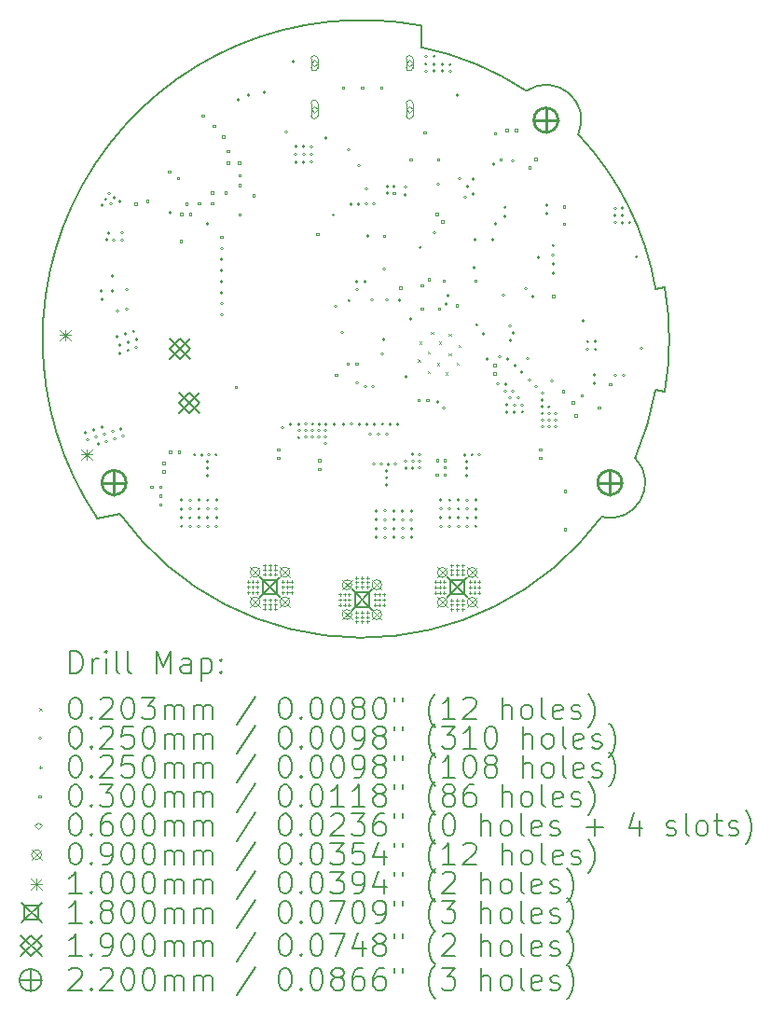
<source format=gbr>
%TF.GenerationSoftware,KiCad,Pcbnew,8.0.7*%
%TF.CreationDate,2025-07-12T21:11:19-07:00*%
%TF.ProjectId,FOCdriver,464f4364-7269-4766-9572-2e6b69636164,1.0*%
%TF.SameCoordinates,Original*%
%TF.FileFunction,Drillmap*%
%TF.FilePolarity,Positive*%
%FSLAX45Y45*%
G04 Gerber Fmt 4.5, Leading zero omitted, Abs format (unit mm)*
G04 Created by KiCad (PCBNEW 8.0.7) date 2025-07-12 21:11:19*
%MOMM*%
%LPD*%
G01*
G04 APERTURE LIST*
%ADD10C,0.200000*%
%ADD11C,0.100000*%
%ADD12C,0.180000*%
%ADD13C,0.190000*%
%ADD14C,0.220000*%
G04 APERTURE END LIST*
D10*
X12665299Y-5460370D02*
X12750000Y-5475000D01*
X11492500Y-2742500D02*
G75*
G02*
X11964025Y-3138177I178750J-265780D01*
G01*
X12750000Y-4525000D02*
G75*
G02*
X12750000Y-5475000I-2750000J-475000D01*
G01*
X7595791Y-6621659D02*
X7804248Y-6586695D01*
X12481360Y-6076389D02*
G75*
G02*
X12175287Y-6611328I-229690J-223611D01*
G01*
X10543406Y-2151367D02*
X10543743Y-2348359D01*
X12175287Y-6611332D02*
G75*
G02*
X7804248Y-6586695I-2176502J1612207D01*
G01*
X11964027Y-3138178D02*
G75*
G02*
X12666761Y-4539378I-1964027J-1861822D01*
G01*
X7595791Y-6621659D02*
G75*
G02*
X10543406Y-2151367I2404209J1621659D01*
G01*
X10543743Y-2348359D02*
G75*
G02*
X11492499Y-2742502I-544963J-2650761D01*
G01*
X12750000Y-4525000D02*
X12666761Y-4539378D01*
X12665299Y-5460370D02*
G75*
G02*
X12481360Y-6076389I-2665309J460370D01*
G01*
D11*
X10508480Y-5181455D02*
X10528800Y-5201775D01*
X10528800Y-5181455D02*
X10508480Y-5201775D01*
X10522532Y-5020848D02*
X10542852Y-5041168D01*
X10542852Y-5020848D02*
X10522532Y-5041168D01*
X10595810Y-5108177D02*
X10616130Y-5128497D01*
X10616130Y-5108177D02*
X10595810Y-5128497D01*
X10596542Y-5286403D02*
X10616862Y-5306723D01*
X10616862Y-5286403D02*
X10596542Y-5306723D01*
X10627480Y-4932786D02*
X10647800Y-4953106D01*
X10647800Y-4932786D02*
X10627480Y-4953106D01*
X10683871Y-5213125D02*
X10704191Y-5233445D01*
X10704191Y-5213125D02*
X10683871Y-5233445D01*
X10700758Y-5020115D02*
X10721078Y-5040435D01*
X10721078Y-5020115D02*
X10700758Y-5040435D01*
X10757149Y-5300454D02*
X10777469Y-5320774D01*
X10777469Y-5300454D02*
X10757149Y-5320774D01*
X10788087Y-4946837D02*
X10808407Y-4967157D01*
X10808407Y-4946837D02*
X10788087Y-4967157D01*
X10788820Y-5125063D02*
X10809140Y-5145383D01*
X10809140Y-5125063D02*
X10788820Y-5145383D01*
X10862097Y-5212392D02*
X10882417Y-5232712D01*
X10882417Y-5212392D02*
X10862097Y-5232712D01*
X10876149Y-5051785D02*
X10896469Y-5072105D01*
X10896469Y-5051785D02*
X10876149Y-5072105D01*
X7502500Y-5845000D02*
G75*
G02*
X7477500Y-5845000I-12500J0D01*
G01*
X7477500Y-5845000D02*
G75*
G02*
X7502500Y-5845000I12500J0D01*
G01*
X7522500Y-5910000D02*
G75*
G02*
X7497500Y-5910000I-12500J0D01*
G01*
X7497500Y-5910000D02*
G75*
G02*
X7522500Y-5910000I12500J0D01*
G01*
X7577500Y-5820000D02*
G75*
G02*
X7552500Y-5820000I-12500J0D01*
G01*
X7552500Y-5820000D02*
G75*
G02*
X7577500Y-5820000I12500J0D01*
G01*
X7597500Y-5885000D02*
G75*
G02*
X7572500Y-5885000I-12500J0D01*
G01*
X7572500Y-5885000D02*
G75*
G02*
X7597500Y-5885000I12500J0D01*
G01*
X7617500Y-5950000D02*
G75*
G02*
X7592500Y-5950000I-12500J0D01*
G01*
X7592500Y-5950000D02*
G75*
G02*
X7617500Y-5950000I12500J0D01*
G01*
X7647500Y-4560000D02*
G75*
G02*
X7622500Y-4560000I-12500J0D01*
G01*
X7622500Y-4560000D02*
G75*
G02*
X7647500Y-4560000I12500J0D01*
G01*
X7650000Y-4635000D02*
G75*
G02*
X7625000Y-4635000I-12500J0D01*
G01*
X7625000Y-4635000D02*
G75*
G02*
X7650000Y-4635000I12500J0D01*
G01*
X7652500Y-3780000D02*
G75*
G02*
X7627500Y-3780000I-12500J0D01*
G01*
X7627500Y-3780000D02*
G75*
G02*
X7652500Y-3780000I12500J0D01*
G01*
X7652500Y-5795000D02*
G75*
G02*
X7627500Y-5795000I-12500J0D01*
G01*
X7627500Y-5795000D02*
G75*
G02*
X7652500Y-5795000I12500J0D01*
G01*
X7672500Y-5860000D02*
G75*
G02*
X7647500Y-5860000I-12500J0D01*
G01*
X7647500Y-5860000D02*
G75*
G02*
X7672500Y-5860000I12500J0D01*
G01*
X7682500Y-3730000D02*
G75*
G02*
X7657500Y-3730000I-12500J0D01*
G01*
X7657500Y-3730000D02*
G75*
G02*
X7682500Y-3730000I12500J0D01*
G01*
X7692500Y-5925000D02*
G75*
G02*
X7667500Y-5925000I-12500J0D01*
G01*
X7667500Y-5925000D02*
G75*
G02*
X7692500Y-5925000I12500J0D01*
G01*
X7694643Y-4097499D02*
G75*
G02*
X7669643Y-4097499I-12500J0D01*
G01*
X7669643Y-4097499D02*
G75*
G02*
X7694643Y-4097499I12500J0D01*
G01*
X7712500Y-3675000D02*
G75*
G02*
X7687500Y-3675000I-12500J0D01*
G01*
X7687500Y-3675000D02*
G75*
G02*
X7712500Y-3675000I12500J0D01*
G01*
X7712500Y-4035000D02*
G75*
G02*
X7687500Y-4035000I-12500J0D01*
G01*
X7687500Y-4035000D02*
G75*
G02*
X7712500Y-4035000I12500J0D01*
G01*
X7732500Y-3765000D02*
G75*
G02*
X7707500Y-3765000I-12500J0D01*
G01*
X7707500Y-3765000D02*
G75*
G02*
X7732500Y-3765000I12500J0D01*
G01*
X7747500Y-4423000D02*
G75*
G02*
X7722500Y-4423000I-12500J0D01*
G01*
X7722500Y-4423000D02*
G75*
G02*
X7747500Y-4423000I12500J0D01*
G01*
X7747500Y-4560000D02*
G75*
G02*
X7722500Y-4560000I-12500J0D01*
G01*
X7722500Y-4560000D02*
G75*
G02*
X7747500Y-4560000I12500J0D01*
G01*
X7747500Y-5835000D02*
G75*
G02*
X7722500Y-5835000I-12500J0D01*
G01*
X7722500Y-5835000D02*
G75*
G02*
X7747500Y-5835000I12500J0D01*
G01*
X7761998Y-4098062D02*
G75*
G02*
X7736998Y-4098062I-12500J0D01*
G01*
X7736998Y-4098062D02*
G75*
G02*
X7761998Y-4098062I12500J0D01*
G01*
X7762500Y-3710000D02*
G75*
G02*
X7737500Y-3710000I-12500J0D01*
G01*
X7737500Y-3710000D02*
G75*
G02*
X7762500Y-3710000I12500J0D01*
G01*
X7767500Y-5900000D02*
G75*
G02*
X7742500Y-5900000I-12500J0D01*
G01*
X7742500Y-5900000D02*
G75*
G02*
X7767500Y-5900000I12500J0D01*
G01*
X7787500Y-4975000D02*
G75*
G02*
X7762500Y-4975000I-12500J0D01*
G01*
X7762500Y-4975000D02*
G75*
G02*
X7787500Y-4975000I12500J0D01*
G01*
X7790500Y-4742000D02*
G75*
G02*
X7765500Y-4742000I-12500J0D01*
G01*
X7765500Y-4742000D02*
G75*
G02*
X7790500Y-4742000I12500J0D01*
G01*
X7812500Y-3745000D02*
G75*
G02*
X7787500Y-3745000I-12500J0D01*
G01*
X7787500Y-3745000D02*
G75*
G02*
X7812500Y-3745000I12500J0D01*
G01*
X7812500Y-5050000D02*
G75*
G02*
X7787500Y-5050000I-12500J0D01*
G01*
X7787500Y-5050000D02*
G75*
G02*
X7812500Y-5050000I12500J0D01*
G01*
X7812500Y-5125000D02*
G75*
G02*
X7787500Y-5125000I-12500J0D01*
G01*
X7787500Y-5125000D02*
G75*
G02*
X7812500Y-5125000I12500J0D01*
G01*
X7822500Y-5810000D02*
G75*
G02*
X7797500Y-5810000I-12500J0D01*
G01*
X7797500Y-5810000D02*
G75*
G02*
X7822500Y-5810000I12500J0D01*
G01*
X7832500Y-4100000D02*
G75*
G02*
X7807500Y-4100000I-12500J0D01*
G01*
X7807500Y-4100000D02*
G75*
G02*
X7832500Y-4100000I12500J0D01*
G01*
X7837500Y-4030000D02*
G75*
G02*
X7812500Y-4030000I-12500J0D01*
G01*
X7812500Y-4030000D02*
G75*
G02*
X7837500Y-4030000I12500J0D01*
G01*
X7842500Y-5875000D02*
G75*
G02*
X7817500Y-5875000I-12500J0D01*
G01*
X7817500Y-5875000D02*
G75*
G02*
X7842500Y-5875000I12500J0D01*
G01*
X7862500Y-4950000D02*
G75*
G02*
X7837500Y-4950000I-12500J0D01*
G01*
X7837500Y-4950000D02*
G75*
G02*
X7862500Y-4950000I12500J0D01*
G01*
X7877500Y-4545000D02*
G75*
G02*
X7852500Y-4545000I-12500J0D01*
G01*
X7852500Y-4545000D02*
G75*
G02*
X7877500Y-4545000I12500J0D01*
G01*
X7877500Y-4722000D02*
G75*
G02*
X7852500Y-4722000I-12500J0D01*
G01*
X7852500Y-4722000D02*
G75*
G02*
X7877500Y-4722000I12500J0D01*
G01*
X7887500Y-5025000D02*
G75*
G02*
X7862500Y-5025000I-12500J0D01*
G01*
X7862500Y-5025000D02*
G75*
G02*
X7887500Y-5025000I12500J0D01*
G01*
X7887500Y-5100000D02*
G75*
G02*
X7862500Y-5100000I-12500J0D01*
G01*
X7862500Y-5100000D02*
G75*
G02*
X7887500Y-5100000I12500J0D01*
G01*
X7937500Y-4925000D02*
G75*
G02*
X7912500Y-4925000I-12500J0D01*
G01*
X7912500Y-4925000D02*
G75*
G02*
X7937500Y-4925000I12500J0D01*
G01*
X7962500Y-5000000D02*
G75*
G02*
X7937500Y-5000000I-12500J0D01*
G01*
X7937500Y-5000000D02*
G75*
G02*
X7962500Y-5000000I12500J0D01*
G01*
X7962500Y-5075000D02*
G75*
G02*
X7937500Y-5075000I-12500J0D01*
G01*
X7937500Y-5075000D02*
G75*
G02*
X7962500Y-5075000I12500J0D01*
G01*
X8272500Y-3850000D02*
G75*
G02*
X8247500Y-3850000I-12500J0D01*
G01*
X8247500Y-3850000D02*
G75*
G02*
X8272500Y-3850000I12500J0D01*
G01*
X8372500Y-6457500D02*
G75*
G02*
X8347500Y-6457500I-12500J0D01*
G01*
X8347500Y-6457500D02*
G75*
G02*
X8372500Y-6457500I12500J0D01*
G01*
X8372500Y-6537500D02*
G75*
G02*
X8347500Y-6537500I-12500J0D01*
G01*
X8347500Y-6537500D02*
G75*
G02*
X8372500Y-6537500I12500J0D01*
G01*
X8372500Y-6617500D02*
G75*
G02*
X8347500Y-6617500I-12500J0D01*
G01*
X8347500Y-6617500D02*
G75*
G02*
X8372500Y-6617500I12500J0D01*
G01*
X8372500Y-6697500D02*
G75*
G02*
X8347500Y-6697500I-12500J0D01*
G01*
X8347500Y-6697500D02*
G75*
G02*
X8372500Y-6697500I12500J0D01*
G01*
X8452500Y-6457500D02*
G75*
G02*
X8427500Y-6457500I-12500J0D01*
G01*
X8427500Y-6457500D02*
G75*
G02*
X8452500Y-6457500I12500J0D01*
G01*
X8452500Y-6537500D02*
G75*
G02*
X8427500Y-6537500I-12500J0D01*
G01*
X8427500Y-6537500D02*
G75*
G02*
X8452500Y-6537500I12500J0D01*
G01*
X8452500Y-6617500D02*
G75*
G02*
X8427500Y-6617500I-12500J0D01*
G01*
X8427500Y-6617500D02*
G75*
G02*
X8452500Y-6617500I12500J0D01*
G01*
X8452500Y-6697500D02*
G75*
G02*
X8427500Y-6697500I-12500J0D01*
G01*
X8427500Y-6697500D02*
G75*
G02*
X8452500Y-6697500I12500J0D01*
G01*
X8492500Y-6047500D02*
G75*
G02*
X8467500Y-6047500I-12500J0D01*
G01*
X8467500Y-6047500D02*
G75*
G02*
X8492500Y-6047500I12500J0D01*
G01*
X8532500Y-6457500D02*
G75*
G02*
X8507500Y-6457500I-12500J0D01*
G01*
X8507500Y-6457500D02*
G75*
G02*
X8532500Y-6457500I12500J0D01*
G01*
X8532500Y-6537500D02*
G75*
G02*
X8507500Y-6537500I-12500J0D01*
G01*
X8507500Y-6537500D02*
G75*
G02*
X8532500Y-6537500I12500J0D01*
G01*
X8532500Y-6617500D02*
G75*
G02*
X8507500Y-6617500I-12500J0D01*
G01*
X8507500Y-6617500D02*
G75*
G02*
X8532500Y-6617500I12500J0D01*
G01*
X8532500Y-6697500D02*
G75*
G02*
X8507500Y-6697500I-12500J0D01*
G01*
X8507500Y-6697500D02*
G75*
G02*
X8532500Y-6697500I12500J0D01*
G01*
X8557500Y-6047500D02*
G75*
G02*
X8532500Y-6047500I-12500J0D01*
G01*
X8532500Y-6047500D02*
G75*
G02*
X8557500Y-6047500I12500J0D01*
G01*
X8607500Y-6107500D02*
G75*
G02*
X8582500Y-6107500I-12500J0D01*
G01*
X8582500Y-6107500D02*
G75*
G02*
X8607500Y-6107500I12500J0D01*
G01*
X8607500Y-6170000D02*
G75*
G02*
X8582500Y-6170000I-12500J0D01*
G01*
X8582500Y-6170000D02*
G75*
G02*
X8607500Y-6170000I12500J0D01*
G01*
X8607500Y-6235000D02*
G75*
G02*
X8582500Y-6235000I-12500J0D01*
G01*
X8582500Y-6235000D02*
G75*
G02*
X8607500Y-6235000I12500J0D01*
G01*
X8612500Y-3950000D02*
G75*
G02*
X8587500Y-3950000I-12500J0D01*
G01*
X8587500Y-3950000D02*
G75*
G02*
X8612500Y-3950000I12500J0D01*
G01*
X8612500Y-6457500D02*
G75*
G02*
X8587500Y-6457500I-12500J0D01*
G01*
X8587500Y-6457500D02*
G75*
G02*
X8612500Y-6457500I12500J0D01*
G01*
X8612500Y-6537500D02*
G75*
G02*
X8587500Y-6537500I-12500J0D01*
G01*
X8587500Y-6537500D02*
G75*
G02*
X8612500Y-6537500I12500J0D01*
G01*
X8612500Y-6617500D02*
G75*
G02*
X8587500Y-6617500I-12500J0D01*
G01*
X8587500Y-6617500D02*
G75*
G02*
X8612500Y-6617500I12500J0D01*
G01*
X8612500Y-6697500D02*
G75*
G02*
X8587500Y-6697500I-12500J0D01*
G01*
X8587500Y-6697500D02*
G75*
G02*
X8612500Y-6697500I12500J0D01*
G01*
X8622500Y-6047500D02*
G75*
G02*
X8597500Y-6047500I-12500J0D01*
G01*
X8597500Y-6047500D02*
G75*
G02*
X8622500Y-6047500I12500J0D01*
G01*
X8687500Y-6047500D02*
G75*
G02*
X8662500Y-6047500I-12500J0D01*
G01*
X8662500Y-6047500D02*
G75*
G02*
X8687500Y-6047500I12500J0D01*
G01*
X8692500Y-6457500D02*
G75*
G02*
X8667500Y-6457500I-12500J0D01*
G01*
X8667500Y-6457500D02*
G75*
G02*
X8692500Y-6457500I12500J0D01*
G01*
X8692500Y-6537500D02*
G75*
G02*
X8667500Y-6537500I-12500J0D01*
G01*
X8667500Y-6537500D02*
G75*
G02*
X8692500Y-6537500I12500J0D01*
G01*
X8692500Y-6617500D02*
G75*
G02*
X8667500Y-6617500I-12500J0D01*
G01*
X8667500Y-6617500D02*
G75*
G02*
X8692500Y-6617500I12500J0D01*
G01*
X8692500Y-6697500D02*
G75*
G02*
X8667500Y-6697500I-12500J0D01*
G01*
X8667500Y-6697500D02*
G75*
G02*
X8692500Y-6697500I12500J0D01*
G01*
X8737500Y-4175000D02*
G75*
G02*
X8712500Y-4175000I-12500J0D01*
G01*
X8712500Y-4175000D02*
G75*
G02*
X8737500Y-4175000I12500J0D01*
G01*
X8737500Y-4275000D02*
G75*
G02*
X8712500Y-4275000I-12500J0D01*
G01*
X8712500Y-4275000D02*
G75*
G02*
X8737500Y-4275000I12500J0D01*
G01*
X8737500Y-4375000D02*
G75*
G02*
X8712500Y-4375000I-12500J0D01*
G01*
X8712500Y-4375000D02*
G75*
G02*
X8737500Y-4375000I12500J0D01*
G01*
X8737500Y-4475000D02*
G75*
G02*
X8712500Y-4475000I-12500J0D01*
G01*
X8712500Y-4475000D02*
G75*
G02*
X8737500Y-4475000I12500J0D01*
G01*
X8737500Y-4575000D02*
G75*
G02*
X8712500Y-4575000I-12500J0D01*
G01*
X8712500Y-4575000D02*
G75*
G02*
X8737500Y-4575000I12500J0D01*
G01*
X8737500Y-4675000D02*
G75*
G02*
X8712500Y-4675000I-12500J0D01*
G01*
X8712500Y-4675000D02*
G75*
G02*
X8737500Y-4675000I12500J0D01*
G01*
X8737500Y-4775000D02*
G75*
G02*
X8712500Y-4775000I-12500J0D01*
G01*
X8712500Y-4775000D02*
G75*
G02*
X8737500Y-4775000I12500J0D01*
G01*
X8887500Y-2825000D02*
G75*
G02*
X8862500Y-2825000I-12500J0D01*
G01*
X8862500Y-2825000D02*
G75*
G02*
X8887500Y-2825000I12500J0D01*
G01*
X8983159Y-2780659D02*
G75*
G02*
X8958159Y-2780659I-12500J0D01*
G01*
X8958159Y-2780659D02*
G75*
G02*
X8983159Y-2780659I12500J0D01*
G01*
X9127500Y-2755000D02*
G75*
G02*
X9102500Y-2755000I-12500J0D01*
G01*
X9102500Y-2755000D02*
G75*
G02*
X9127500Y-2755000I12500J0D01*
G01*
X9293801Y-5801301D02*
G75*
G02*
X9268801Y-5801301I-12500J0D01*
G01*
X9268801Y-5801301D02*
G75*
G02*
X9293801Y-5801301I12500J0D01*
G01*
X9325000Y-3112500D02*
G75*
G02*
X9300000Y-3112500I-12500J0D01*
G01*
X9300000Y-3112500D02*
G75*
G02*
X9325000Y-3112500I12500J0D01*
G01*
X9362500Y-5770000D02*
G75*
G02*
X9337500Y-5770000I-12500J0D01*
G01*
X9337500Y-5770000D02*
G75*
G02*
X9362500Y-5770000I12500J0D01*
G01*
X9387500Y-2475000D02*
G75*
G02*
X9362500Y-2475000I-12500J0D01*
G01*
X9362500Y-2475000D02*
G75*
G02*
X9387500Y-2475000I12500J0D01*
G01*
X9412500Y-3250000D02*
G75*
G02*
X9387500Y-3250000I-12500J0D01*
G01*
X9387500Y-3250000D02*
G75*
G02*
X9412500Y-3250000I12500J0D01*
G01*
X9412500Y-3320000D02*
G75*
G02*
X9387500Y-3320000I-12500J0D01*
G01*
X9387500Y-3320000D02*
G75*
G02*
X9412500Y-3320000I12500J0D01*
G01*
X9412500Y-3390000D02*
G75*
G02*
X9387500Y-3390000I-12500J0D01*
G01*
X9387500Y-3390000D02*
G75*
G02*
X9412500Y-3390000I12500J0D01*
G01*
X9437897Y-5892178D02*
G75*
G02*
X9412897Y-5892178I-12500J0D01*
G01*
X9412897Y-5892178D02*
G75*
G02*
X9437897Y-5892178I12500J0D01*
G01*
X9442500Y-5770000D02*
G75*
G02*
X9417500Y-5770000I-12500J0D01*
G01*
X9417500Y-5770000D02*
G75*
G02*
X9442500Y-5770000I12500J0D01*
G01*
X9442500Y-5825000D02*
G75*
G02*
X9417500Y-5825000I-12500J0D01*
G01*
X9417500Y-5825000D02*
G75*
G02*
X9442500Y-5825000I12500J0D01*
G01*
X9482500Y-3250000D02*
G75*
G02*
X9457500Y-3250000I-12500J0D01*
G01*
X9457500Y-3250000D02*
G75*
G02*
X9482500Y-3250000I12500J0D01*
G01*
X9482500Y-3320000D02*
G75*
G02*
X9457500Y-3320000I-12500J0D01*
G01*
X9457500Y-3320000D02*
G75*
G02*
X9482500Y-3320000I12500J0D01*
G01*
X9482500Y-3390000D02*
G75*
G02*
X9457500Y-3390000I-12500J0D01*
G01*
X9457500Y-3390000D02*
G75*
G02*
X9482500Y-3390000I12500J0D01*
G01*
X9502500Y-5770000D02*
G75*
G02*
X9477500Y-5770000I-12500J0D01*
G01*
X9477500Y-5770000D02*
G75*
G02*
X9502500Y-5770000I12500J0D01*
G01*
X9502500Y-5825000D02*
G75*
G02*
X9477500Y-5825000I-12500J0D01*
G01*
X9477500Y-5825000D02*
G75*
G02*
X9502500Y-5825000I12500J0D01*
G01*
X9502500Y-5885000D02*
G75*
G02*
X9477500Y-5885000I-12500J0D01*
G01*
X9477500Y-5885000D02*
G75*
G02*
X9502500Y-5885000I12500J0D01*
G01*
X9552500Y-3250000D02*
G75*
G02*
X9527500Y-3250000I-12500J0D01*
G01*
X9527500Y-3250000D02*
G75*
G02*
X9552500Y-3250000I12500J0D01*
G01*
X9552500Y-3320000D02*
G75*
G02*
X9527500Y-3320000I-12500J0D01*
G01*
X9527500Y-3320000D02*
G75*
G02*
X9552500Y-3320000I12500J0D01*
G01*
X9552500Y-3390000D02*
G75*
G02*
X9527500Y-3390000I-12500J0D01*
G01*
X9527500Y-3390000D02*
G75*
G02*
X9552500Y-3390000I12500J0D01*
G01*
X9562500Y-5770000D02*
G75*
G02*
X9537500Y-5770000I-12500J0D01*
G01*
X9537500Y-5770000D02*
G75*
G02*
X9562500Y-5770000I12500J0D01*
G01*
X9562500Y-5825000D02*
G75*
G02*
X9537500Y-5825000I-12500J0D01*
G01*
X9537500Y-5825000D02*
G75*
G02*
X9562500Y-5825000I12500J0D01*
G01*
X9562500Y-5885000D02*
G75*
G02*
X9537500Y-5885000I-12500J0D01*
G01*
X9537500Y-5885000D02*
G75*
G02*
X9562500Y-5885000I12500J0D01*
G01*
X9622500Y-5770000D02*
G75*
G02*
X9597500Y-5770000I-12500J0D01*
G01*
X9597500Y-5770000D02*
G75*
G02*
X9622500Y-5770000I12500J0D01*
G01*
X9622500Y-5825000D02*
G75*
G02*
X9597500Y-5825000I-12500J0D01*
G01*
X9597500Y-5825000D02*
G75*
G02*
X9622500Y-5825000I12500J0D01*
G01*
X9622500Y-5885000D02*
G75*
G02*
X9597500Y-5885000I-12500J0D01*
G01*
X9597500Y-5885000D02*
G75*
G02*
X9622500Y-5885000I12500J0D01*
G01*
X9682500Y-3170000D02*
G75*
G02*
X9657500Y-3170000I-12500J0D01*
G01*
X9657500Y-3170000D02*
G75*
G02*
X9682500Y-3170000I12500J0D01*
G01*
X9682500Y-5770000D02*
G75*
G02*
X9657500Y-5770000I-12500J0D01*
G01*
X9657500Y-5770000D02*
G75*
G02*
X9682500Y-5770000I12500J0D01*
G01*
X9682500Y-5825000D02*
G75*
G02*
X9657500Y-5825000I-12500J0D01*
G01*
X9657500Y-5825000D02*
G75*
G02*
X9682500Y-5825000I12500J0D01*
G01*
X9682500Y-5885000D02*
G75*
G02*
X9657500Y-5885000I-12500J0D01*
G01*
X9657500Y-5885000D02*
G75*
G02*
X9682500Y-5885000I12500J0D01*
G01*
X9682500Y-5945000D02*
G75*
G02*
X9657500Y-5945000I-12500J0D01*
G01*
X9657500Y-5945000D02*
G75*
G02*
X9682500Y-5945000I12500J0D01*
G01*
X9752500Y-3870000D02*
G75*
G02*
X9727500Y-3870000I-12500J0D01*
G01*
X9727500Y-3870000D02*
G75*
G02*
X9752500Y-3870000I12500J0D01*
G01*
X9762500Y-5770000D02*
G75*
G02*
X9737500Y-5770000I-12500J0D01*
G01*
X9737500Y-5770000D02*
G75*
G02*
X9762500Y-5770000I12500J0D01*
G01*
X9772500Y-4700000D02*
G75*
G02*
X9747500Y-4700000I-12500J0D01*
G01*
X9747500Y-4700000D02*
G75*
G02*
X9772500Y-4700000I12500J0D01*
G01*
X9832500Y-4935000D02*
G75*
G02*
X9807500Y-4935000I-12500J0D01*
G01*
X9807500Y-4935000D02*
G75*
G02*
X9832500Y-4935000I12500J0D01*
G01*
X9842500Y-5770000D02*
G75*
G02*
X9817500Y-5770000I-12500J0D01*
G01*
X9817500Y-5770000D02*
G75*
G02*
X9842500Y-5770000I12500J0D01*
G01*
X9892500Y-3280000D02*
G75*
G02*
X9867500Y-3280000I-12500J0D01*
G01*
X9867500Y-3280000D02*
G75*
G02*
X9892500Y-3280000I12500J0D01*
G01*
X9892500Y-4645000D02*
G75*
G02*
X9867500Y-4645000I-12500J0D01*
G01*
X9867500Y-4645000D02*
G75*
G02*
X9892500Y-4645000I12500J0D01*
G01*
X9912500Y-3770000D02*
G75*
G02*
X9887500Y-3770000I-12500J0D01*
G01*
X9887500Y-3770000D02*
G75*
G02*
X9912500Y-3770000I12500J0D01*
G01*
X9917500Y-5770000D02*
G75*
G02*
X9892500Y-5770000I-12500J0D01*
G01*
X9892500Y-5770000D02*
G75*
G02*
X9917500Y-5770000I12500J0D01*
G01*
X9966500Y-5396000D02*
G75*
G02*
X9941500Y-5396000I-12500J0D01*
G01*
X9941500Y-5396000D02*
G75*
G02*
X9966500Y-5396000I12500J0D01*
G01*
X9967500Y-4475000D02*
G75*
G02*
X9942500Y-4475000I-12500J0D01*
G01*
X9942500Y-4475000D02*
G75*
G02*
X9967500Y-4475000I12500J0D01*
G01*
X9967500Y-4545000D02*
G75*
G02*
X9942500Y-4545000I-12500J0D01*
G01*
X9942500Y-4545000D02*
G75*
G02*
X9967500Y-4545000I12500J0D01*
G01*
X9982500Y-3770000D02*
G75*
G02*
X9957500Y-3770000I-12500J0D01*
G01*
X9957500Y-3770000D02*
G75*
G02*
X9982500Y-3770000I12500J0D01*
G01*
X9987500Y-5770000D02*
G75*
G02*
X9962500Y-5770000I-12500J0D01*
G01*
X9962500Y-5770000D02*
G75*
G02*
X9987500Y-5770000I12500J0D01*
G01*
X9988500Y-3422000D02*
G75*
G02*
X9963500Y-3422000I-12500J0D01*
G01*
X9963500Y-3422000D02*
G75*
G02*
X9988500Y-3422000I12500J0D01*
G01*
X10042500Y-4475000D02*
G75*
G02*
X10017500Y-4475000I-12500J0D01*
G01*
X10017500Y-4475000D02*
G75*
G02*
X10042500Y-4475000I12500J0D01*
G01*
X10044500Y-5426000D02*
G75*
G02*
X10019500Y-5426000I-12500J0D01*
G01*
X10019500Y-5426000D02*
G75*
G02*
X10044500Y-5426000I12500J0D01*
G01*
X10052500Y-3770000D02*
G75*
G02*
X10027500Y-3770000I-12500J0D01*
G01*
X10027500Y-3770000D02*
G75*
G02*
X10052500Y-3770000I12500J0D01*
G01*
X10054341Y-3631841D02*
G75*
G02*
X10029341Y-3631841I-12500J0D01*
G01*
X10029341Y-3631841D02*
G75*
G02*
X10054341Y-3631841I12500J0D01*
G01*
X10057500Y-5770000D02*
G75*
G02*
X10032500Y-5770000I-12500J0D01*
G01*
X10032500Y-5770000D02*
G75*
G02*
X10057500Y-5770000I12500J0D01*
G01*
X10062500Y-4060000D02*
G75*
G02*
X10037500Y-4060000I-12500J0D01*
G01*
X10037500Y-4060000D02*
G75*
G02*
X10062500Y-4060000I12500J0D01*
G01*
X10087500Y-5860000D02*
G75*
G02*
X10062500Y-5860000I-12500J0D01*
G01*
X10062500Y-5860000D02*
G75*
G02*
X10087500Y-5860000I12500J0D01*
G01*
X10102500Y-4640000D02*
G75*
G02*
X10077500Y-4640000I-12500J0D01*
G01*
X10077500Y-4640000D02*
G75*
G02*
X10102500Y-4640000I12500J0D01*
G01*
X10113500Y-5426000D02*
G75*
G02*
X10088500Y-5426000I-12500J0D01*
G01*
X10088500Y-5426000D02*
G75*
G02*
X10113500Y-5426000I12500J0D01*
G01*
X10122500Y-3770000D02*
G75*
G02*
X10097500Y-3770000I-12500J0D01*
G01*
X10097500Y-3770000D02*
G75*
G02*
X10122500Y-3770000I12500J0D01*
G01*
X10122500Y-6132500D02*
G75*
G02*
X10097500Y-6132500I-12500J0D01*
G01*
X10097500Y-6132500D02*
G75*
G02*
X10122500Y-6132500I12500J0D01*
G01*
X10127500Y-5770000D02*
G75*
G02*
X10102500Y-5770000I-12500J0D01*
G01*
X10102500Y-5770000D02*
G75*
G02*
X10127500Y-5770000I12500J0D01*
G01*
X10142500Y-6557500D02*
G75*
G02*
X10117500Y-6557500I-12500J0D01*
G01*
X10117500Y-6557500D02*
G75*
G02*
X10142500Y-6557500I12500J0D01*
G01*
X10142500Y-6637500D02*
G75*
G02*
X10117500Y-6637500I-12500J0D01*
G01*
X10117500Y-6637500D02*
G75*
G02*
X10142500Y-6637500I12500J0D01*
G01*
X10142500Y-6717500D02*
G75*
G02*
X10117500Y-6717500I-12500J0D01*
G01*
X10117500Y-6717500D02*
G75*
G02*
X10142500Y-6717500I12500J0D01*
G01*
X10142500Y-6797500D02*
G75*
G02*
X10117500Y-6797500I-12500J0D01*
G01*
X10117500Y-6797500D02*
G75*
G02*
X10142500Y-6797500I12500J0D01*
G01*
X10162500Y-5860000D02*
G75*
G02*
X10137500Y-5860000I-12500J0D01*
G01*
X10137500Y-5860000D02*
G75*
G02*
X10162500Y-5860000I12500J0D01*
G01*
X10187500Y-6132500D02*
G75*
G02*
X10162500Y-6132500I-12500J0D01*
G01*
X10162500Y-6132500D02*
G75*
G02*
X10187500Y-6132500I12500J0D01*
G01*
X10197500Y-5130000D02*
G75*
G02*
X10172500Y-5130000I-12500J0D01*
G01*
X10172500Y-5130000D02*
G75*
G02*
X10197500Y-5130000I12500J0D01*
G01*
X10197500Y-5770000D02*
G75*
G02*
X10172500Y-5770000I-12500J0D01*
G01*
X10172500Y-5770000D02*
G75*
G02*
X10197500Y-5770000I12500J0D01*
G01*
X10212500Y-4360000D02*
G75*
G02*
X10187500Y-4360000I-12500J0D01*
G01*
X10187500Y-4360000D02*
G75*
G02*
X10212500Y-4360000I12500J0D01*
G01*
X10212500Y-5000000D02*
G75*
G02*
X10187500Y-5000000I-12500J0D01*
G01*
X10187500Y-5000000D02*
G75*
G02*
X10212500Y-5000000I12500J0D01*
G01*
X10222500Y-6557500D02*
G75*
G02*
X10197500Y-6557500I-12500J0D01*
G01*
X10197500Y-6557500D02*
G75*
G02*
X10222500Y-6557500I12500J0D01*
G01*
X10222500Y-6637500D02*
G75*
G02*
X10197500Y-6637500I-12500J0D01*
G01*
X10197500Y-6637500D02*
G75*
G02*
X10222500Y-6637500I12500J0D01*
G01*
X10222500Y-6717500D02*
G75*
G02*
X10197500Y-6717500I-12500J0D01*
G01*
X10197500Y-6717500D02*
G75*
G02*
X10222500Y-6717500I12500J0D01*
G01*
X10222500Y-6797500D02*
G75*
G02*
X10197500Y-6797500I-12500J0D01*
G01*
X10197500Y-6797500D02*
G75*
G02*
X10222500Y-6797500I12500J0D01*
G01*
X10237500Y-5860000D02*
G75*
G02*
X10212500Y-5860000I-12500J0D01*
G01*
X10212500Y-5860000D02*
G75*
G02*
X10237500Y-5860000I12500J0D01*
G01*
X10237500Y-6192500D02*
G75*
G02*
X10212500Y-6192500I-12500J0D01*
G01*
X10212500Y-6192500D02*
G75*
G02*
X10237500Y-6192500I12500J0D01*
G01*
X10237500Y-6255000D02*
G75*
G02*
X10212500Y-6255000I-12500J0D01*
G01*
X10212500Y-6255000D02*
G75*
G02*
X10237500Y-6255000I12500J0D01*
G01*
X10237500Y-6320000D02*
G75*
G02*
X10212500Y-6320000I-12500J0D01*
G01*
X10212500Y-6320000D02*
G75*
G02*
X10237500Y-6320000I12500J0D01*
G01*
X10237500Y-4642000D02*
G75*
G02*
X10212500Y-4642000I-12500J0D01*
G01*
X10212500Y-4642000D02*
G75*
G02*
X10237500Y-4642000I12500J0D01*
G01*
X10242500Y-3610000D02*
G75*
G02*
X10217500Y-3610000I-12500J0D01*
G01*
X10217500Y-3610000D02*
G75*
G02*
X10242500Y-3610000I12500J0D01*
G01*
X10242500Y-3670000D02*
G75*
G02*
X10217500Y-3670000I-12500J0D01*
G01*
X10217500Y-3670000D02*
G75*
G02*
X10242500Y-3670000I12500J0D01*
G01*
X10252500Y-6132500D02*
G75*
G02*
X10227500Y-6132500I-12500J0D01*
G01*
X10227500Y-6132500D02*
G75*
G02*
X10252500Y-6132500I12500J0D01*
G01*
X10267500Y-5770000D02*
G75*
G02*
X10242500Y-5770000I-12500J0D01*
G01*
X10242500Y-5770000D02*
G75*
G02*
X10267500Y-5770000I12500J0D01*
G01*
X10302500Y-3610000D02*
G75*
G02*
X10277500Y-3610000I-12500J0D01*
G01*
X10277500Y-3610000D02*
G75*
G02*
X10302500Y-3610000I12500J0D01*
G01*
X10302500Y-6557500D02*
G75*
G02*
X10277500Y-6557500I-12500J0D01*
G01*
X10277500Y-6557500D02*
G75*
G02*
X10302500Y-6557500I12500J0D01*
G01*
X10302500Y-6637500D02*
G75*
G02*
X10277500Y-6637500I-12500J0D01*
G01*
X10277500Y-6637500D02*
G75*
G02*
X10302500Y-6637500I12500J0D01*
G01*
X10302500Y-6717500D02*
G75*
G02*
X10277500Y-6717500I-12500J0D01*
G01*
X10277500Y-6717500D02*
G75*
G02*
X10302500Y-6717500I12500J0D01*
G01*
X10302500Y-6797500D02*
G75*
G02*
X10277500Y-6797500I-12500J0D01*
G01*
X10277500Y-6797500D02*
G75*
G02*
X10302500Y-6797500I12500J0D01*
G01*
X10317500Y-6132500D02*
G75*
G02*
X10292500Y-6132500I-12500J0D01*
G01*
X10292500Y-6132500D02*
G75*
G02*
X10317500Y-6132500I12500J0D01*
G01*
X10337500Y-5770000D02*
G75*
G02*
X10312500Y-5770000I-12500J0D01*
G01*
X10312500Y-5770000D02*
G75*
G02*
X10337500Y-5770000I12500J0D01*
G01*
X10353295Y-4642888D02*
G75*
G02*
X10328295Y-4642888I-12500J0D01*
G01*
X10328295Y-4642888D02*
G75*
G02*
X10353295Y-4642888I12500J0D01*
G01*
X10382500Y-6557500D02*
G75*
G02*
X10357500Y-6557500I-12500J0D01*
G01*
X10357500Y-6557500D02*
G75*
G02*
X10382500Y-6557500I12500J0D01*
G01*
X10382500Y-6637500D02*
G75*
G02*
X10357500Y-6637500I-12500J0D01*
G01*
X10357500Y-6637500D02*
G75*
G02*
X10382500Y-6637500I12500J0D01*
G01*
X10382500Y-6717500D02*
G75*
G02*
X10357500Y-6717500I-12500J0D01*
G01*
X10357500Y-6717500D02*
G75*
G02*
X10382500Y-6717500I12500J0D01*
G01*
X10382500Y-6797500D02*
G75*
G02*
X10357500Y-6797500I-12500J0D01*
G01*
X10357500Y-6797500D02*
G75*
G02*
X10382500Y-6797500I12500J0D01*
G01*
X10405000Y-3690000D02*
G75*
G02*
X10380000Y-3690000I-12500J0D01*
G01*
X10380000Y-3690000D02*
G75*
G02*
X10405000Y-3690000I12500J0D01*
G01*
X10405500Y-3615000D02*
G75*
G02*
X10380500Y-3615000I-12500J0D01*
G01*
X10380500Y-3615000D02*
G75*
G02*
X10405500Y-3615000I12500J0D01*
G01*
X10411000Y-5337602D02*
G75*
G02*
X10386000Y-5337602I-12500J0D01*
G01*
X10386000Y-5337602D02*
G75*
G02*
X10411000Y-5337602I12500J0D01*
G01*
X10412500Y-6105000D02*
G75*
G02*
X10387500Y-6105000I-12500J0D01*
G01*
X10387500Y-6105000D02*
G75*
G02*
X10412500Y-6105000I12500J0D01*
G01*
X10412500Y-6165000D02*
G75*
G02*
X10387500Y-6165000I-12500J0D01*
G01*
X10387500Y-6165000D02*
G75*
G02*
X10412500Y-6165000I12500J0D01*
G01*
X10455000Y-4812500D02*
G75*
G02*
X10430000Y-4812500I-12500J0D01*
G01*
X10430000Y-4812500D02*
G75*
G02*
X10455000Y-4812500I12500J0D01*
G01*
X10462500Y-6557500D02*
G75*
G02*
X10437500Y-6557500I-12500J0D01*
G01*
X10437500Y-6557500D02*
G75*
G02*
X10462500Y-6557500I12500J0D01*
G01*
X10462500Y-6637500D02*
G75*
G02*
X10437500Y-6637500I-12500J0D01*
G01*
X10437500Y-6637500D02*
G75*
G02*
X10462500Y-6637500I12500J0D01*
G01*
X10462500Y-6717500D02*
G75*
G02*
X10437500Y-6717500I-12500J0D01*
G01*
X10437500Y-6717500D02*
G75*
G02*
X10462500Y-6717500I12500J0D01*
G01*
X10462500Y-6797500D02*
G75*
G02*
X10437500Y-6797500I-12500J0D01*
G01*
X10437500Y-6797500D02*
G75*
G02*
X10462500Y-6797500I12500J0D01*
G01*
X10472500Y-6045000D02*
G75*
G02*
X10447500Y-6045000I-12500J0D01*
G01*
X10447500Y-6045000D02*
G75*
G02*
X10472500Y-6045000I12500J0D01*
G01*
X10472500Y-6105000D02*
G75*
G02*
X10447500Y-6105000I-12500J0D01*
G01*
X10447500Y-6105000D02*
G75*
G02*
X10472500Y-6105000I12500J0D01*
G01*
X10472500Y-6165000D02*
G75*
G02*
X10447500Y-6165000I-12500J0D01*
G01*
X10447500Y-6165000D02*
G75*
G02*
X10472500Y-6165000I12500J0D01*
G01*
X10532500Y-6045000D02*
G75*
G02*
X10507500Y-6045000I-12500J0D01*
G01*
X10507500Y-6045000D02*
G75*
G02*
X10532500Y-6045000I12500J0D01*
G01*
X10532500Y-6105000D02*
G75*
G02*
X10507500Y-6105000I-12500J0D01*
G01*
X10507500Y-6105000D02*
G75*
G02*
X10532500Y-6105000I12500J0D01*
G01*
X10532500Y-6165000D02*
G75*
G02*
X10507500Y-6165000I-12500J0D01*
G01*
X10507500Y-6165000D02*
G75*
G02*
X10532500Y-6165000I12500J0D01*
G01*
X10543683Y-4162500D02*
G75*
G02*
X10518683Y-4162500I-12500J0D01*
G01*
X10518683Y-4162500D02*
G75*
G02*
X10543683Y-4162500I12500J0D01*
G01*
X10592500Y-2430000D02*
G75*
G02*
X10567500Y-2430000I-12500J0D01*
G01*
X10567500Y-2430000D02*
G75*
G02*
X10592500Y-2430000I12500J0D01*
G01*
X10592500Y-2500000D02*
G75*
G02*
X10567500Y-2500000I-12500J0D01*
G01*
X10567500Y-2500000D02*
G75*
G02*
X10592500Y-2500000I12500J0D01*
G01*
X10592500Y-2565000D02*
G75*
G02*
X10567500Y-2565000I-12500J0D01*
G01*
X10567500Y-2565000D02*
G75*
G02*
X10592500Y-2565000I12500J0D01*
G01*
X10667500Y-2430000D02*
G75*
G02*
X10642500Y-2430000I-12500J0D01*
G01*
X10642500Y-2430000D02*
G75*
G02*
X10667500Y-2430000I12500J0D01*
G01*
X10667500Y-2500000D02*
G75*
G02*
X10642500Y-2500000I-12500J0D01*
G01*
X10642500Y-2500000D02*
G75*
G02*
X10667500Y-2500000I12500J0D01*
G01*
X10667500Y-2565000D02*
G75*
G02*
X10642500Y-2565000I-12500J0D01*
G01*
X10642500Y-2565000D02*
G75*
G02*
X10667500Y-2565000I12500J0D01*
G01*
X10672500Y-4030000D02*
G75*
G02*
X10647500Y-4030000I-12500J0D01*
G01*
X10647500Y-4030000D02*
G75*
G02*
X10672500Y-4030000I12500J0D01*
G01*
X10700983Y-5568483D02*
G75*
G02*
X10675983Y-5568483I-12500J0D01*
G01*
X10675983Y-5568483D02*
G75*
G02*
X10700983Y-5568483I12500J0D01*
G01*
X10702500Y-3590000D02*
G75*
G02*
X10677500Y-3590000I-12500J0D01*
G01*
X10677500Y-3590000D02*
G75*
G02*
X10702500Y-3590000I12500J0D01*
G01*
X10727500Y-6457500D02*
G75*
G02*
X10702500Y-6457500I-12500J0D01*
G01*
X10702500Y-6457500D02*
G75*
G02*
X10727500Y-6457500I12500J0D01*
G01*
X10727500Y-6537500D02*
G75*
G02*
X10702500Y-6537500I-12500J0D01*
G01*
X10702500Y-6537500D02*
G75*
G02*
X10727500Y-6537500I12500J0D01*
G01*
X10727500Y-6617500D02*
G75*
G02*
X10702500Y-6617500I-12500J0D01*
G01*
X10702500Y-6617500D02*
G75*
G02*
X10727500Y-6617500I12500J0D01*
G01*
X10727500Y-6697500D02*
G75*
G02*
X10702500Y-6697500I-12500J0D01*
G01*
X10702500Y-6697500D02*
G75*
G02*
X10727500Y-6697500I12500J0D01*
G01*
X10742500Y-2500000D02*
G75*
G02*
X10717500Y-2500000I-12500J0D01*
G01*
X10717500Y-2500000D02*
G75*
G02*
X10742500Y-2500000I12500J0D01*
G01*
X10742500Y-2565000D02*
G75*
G02*
X10717500Y-2565000I-12500J0D01*
G01*
X10717500Y-2565000D02*
G75*
G02*
X10742500Y-2565000I12500J0D01*
G01*
X10754017Y-5621517D02*
G75*
G02*
X10729017Y-5621517I-12500J0D01*
G01*
X10729017Y-5621517D02*
G75*
G02*
X10754017Y-5621517I12500J0D01*
G01*
X10777499Y-4677499D02*
G75*
G02*
X10752499Y-4677499I-12500J0D01*
G01*
X10752499Y-4677499D02*
G75*
G02*
X10777499Y-4677499I12500J0D01*
G01*
X10792500Y-4600000D02*
G75*
G02*
X10767500Y-4600000I-12500J0D01*
G01*
X10767500Y-4600000D02*
G75*
G02*
X10792500Y-4600000I12500J0D01*
G01*
X10807500Y-6457500D02*
G75*
G02*
X10782500Y-6457500I-12500J0D01*
G01*
X10782500Y-6457500D02*
G75*
G02*
X10807500Y-6457500I12500J0D01*
G01*
X10807500Y-6537500D02*
G75*
G02*
X10782500Y-6537500I-12500J0D01*
G01*
X10782500Y-6537500D02*
G75*
G02*
X10807500Y-6537500I12500J0D01*
G01*
X10807500Y-6617500D02*
G75*
G02*
X10782500Y-6617500I-12500J0D01*
G01*
X10782500Y-6617500D02*
G75*
G02*
X10807500Y-6617500I12500J0D01*
G01*
X10807500Y-6697500D02*
G75*
G02*
X10782500Y-6697500I-12500J0D01*
G01*
X10782500Y-6697500D02*
G75*
G02*
X10807500Y-6697500I12500J0D01*
G01*
X10812500Y-2505000D02*
G75*
G02*
X10787500Y-2505000I-12500J0D01*
G01*
X10787500Y-2505000D02*
G75*
G02*
X10812500Y-2505000I12500J0D01*
G01*
X10812500Y-2565000D02*
G75*
G02*
X10787500Y-2565000I-12500J0D01*
G01*
X10787500Y-2565000D02*
G75*
G02*
X10812500Y-2565000I12500J0D01*
G01*
X10877500Y-2780000D02*
G75*
G02*
X10852500Y-2780000I-12500J0D01*
G01*
X10852500Y-2780000D02*
G75*
G02*
X10877500Y-2780000I12500J0D01*
G01*
X10887500Y-6457500D02*
G75*
G02*
X10862500Y-6457500I-12500J0D01*
G01*
X10862500Y-6457500D02*
G75*
G02*
X10887500Y-6457500I12500J0D01*
G01*
X10887500Y-6537500D02*
G75*
G02*
X10862500Y-6537500I-12500J0D01*
G01*
X10862500Y-6537500D02*
G75*
G02*
X10887500Y-6537500I12500J0D01*
G01*
X10887500Y-6617500D02*
G75*
G02*
X10862500Y-6617500I-12500J0D01*
G01*
X10862500Y-6617500D02*
G75*
G02*
X10887500Y-6617500I12500J0D01*
G01*
X10887500Y-6697500D02*
G75*
G02*
X10862500Y-6697500I-12500J0D01*
G01*
X10862500Y-6697500D02*
G75*
G02*
X10887500Y-6697500I12500J0D01*
G01*
X10902500Y-3540000D02*
G75*
G02*
X10877500Y-3540000I-12500J0D01*
G01*
X10877500Y-3540000D02*
G75*
G02*
X10902500Y-3540000I12500J0D01*
G01*
X10947500Y-6047500D02*
G75*
G02*
X10922500Y-6047500I-12500J0D01*
G01*
X10922500Y-6047500D02*
G75*
G02*
X10947500Y-6047500I12500J0D01*
G01*
X10952500Y-3710000D02*
G75*
G02*
X10927500Y-3710000I-12500J0D01*
G01*
X10927500Y-3710000D02*
G75*
G02*
X10952500Y-3710000I12500J0D01*
G01*
X10962500Y-6107500D02*
G75*
G02*
X10937500Y-6107500I-12500J0D01*
G01*
X10937500Y-6107500D02*
G75*
G02*
X10962500Y-6107500I12500J0D01*
G01*
X10962500Y-6170000D02*
G75*
G02*
X10937500Y-6170000I-12500J0D01*
G01*
X10937500Y-6170000D02*
G75*
G02*
X10962500Y-6170000I12500J0D01*
G01*
X10962500Y-6235000D02*
G75*
G02*
X10937500Y-6235000I-12500J0D01*
G01*
X10937500Y-6235000D02*
G75*
G02*
X10962500Y-6235000I12500J0D01*
G01*
X10967500Y-6457500D02*
G75*
G02*
X10942500Y-6457500I-12500J0D01*
G01*
X10942500Y-6457500D02*
G75*
G02*
X10967500Y-6457500I12500J0D01*
G01*
X10967500Y-6537500D02*
G75*
G02*
X10942500Y-6537500I-12500J0D01*
G01*
X10942500Y-6537500D02*
G75*
G02*
X10967500Y-6537500I12500J0D01*
G01*
X10967500Y-6617500D02*
G75*
G02*
X10942500Y-6617500I-12500J0D01*
G01*
X10942500Y-6617500D02*
G75*
G02*
X10967500Y-6617500I12500J0D01*
G01*
X10967500Y-6697500D02*
G75*
G02*
X10942500Y-6697500I-12500J0D01*
G01*
X10942500Y-6697500D02*
G75*
G02*
X10967500Y-6697500I12500J0D01*
G01*
X10972500Y-3610000D02*
G75*
G02*
X10947500Y-3610000I-12500J0D01*
G01*
X10947500Y-3610000D02*
G75*
G02*
X10972500Y-3610000I12500J0D01*
G01*
X11012500Y-6047500D02*
G75*
G02*
X10987500Y-6047500I-12500J0D01*
G01*
X10987500Y-6047500D02*
G75*
G02*
X11012500Y-6047500I12500J0D01*
G01*
X11020000Y-3542500D02*
G75*
G02*
X10995000Y-3542500I-12500J0D01*
G01*
X10995000Y-3542500D02*
G75*
G02*
X11020000Y-3542500I12500J0D01*
G01*
X11022500Y-3680000D02*
G75*
G02*
X10997500Y-3680000I-12500J0D01*
G01*
X10997500Y-3680000D02*
G75*
G02*
X11022500Y-3680000I12500J0D01*
G01*
X11030000Y-4347500D02*
G75*
G02*
X11005000Y-4347500I-12500J0D01*
G01*
X11005000Y-4347500D02*
G75*
G02*
X11030000Y-4347500I12500J0D01*
G01*
X11037500Y-4095000D02*
G75*
G02*
X11012500Y-4095000I-12500J0D01*
G01*
X11012500Y-4095000D02*
G75*
G02*
X11037500Y-4095000I12500J0D01*
G01*
X11047500Y-6457500D02*
G75*
G02*
X11022500Y-6457500I-12500J0D01*
G01*
X11022500Y-6457500D02*
G75*
G02*
X11047500Y-6457500I12500J0D01*
G01*
X11047500Y-6537500D02*
G75*
G02*
X11022500Y-6537500I-12500J0D01*
G01*
X11022500Y-6537500D02*
G75*
G02*
X11047500Y-6537500I12500J0D01*
G01*
X11047500Y-6617500D02*
G75*
G02*
X11022500Y-6617500I-12500J0D01*
G01*
X11022500Y-6617500D02*
G75*
G02*
X11047500Y-6617500I12500J0D01*
G01*
X11047500Y-6697500D02*
G75*
G02*
X11022500Y-6697500I-12500J0D01*
G01*
X11022500Y-6697500D02*
G75*
G02*
X11047500Y-6697500I12500J0D01*
G01*
X11055548Y-4868048D02*
G75*
G02*
X11030548Y-4868048I-12500J0D01*
G01*
X11030548Y-4868048D02*
G75*
G02*
X11055548Y-4868048I12500J0D01*
G01*
X11077500Y-6047500D02*
G75*
G02*
X11052500Y-6047500I-12500J0D01*
G01*
X11052500Y-6047500D02*
G75*
G02*
X11077500Y-6047500I12500J0D01*
G01*
X11115000Y-4947500D02*
G75*
G02*
X11090000Y-4947500I-12500J0D01*
G01*
X11090000Y-4947500D02*
G75*
G02*
X11115000Y-4947500I12500J0D01*
G01*
X11147500Y-5180000D02*
G75*
G02*
X11122500Y-5180000I-12500J0D01*
G01*
X11122500Y-5180000D02*
G75*
G02*
X11147500Y-5180000I12500J0D01*
G01*
X11202500Y-4095000D02*
G75*
G02*
X11177500Y-4095000I-12500J0D01*
G01*
X11177500Y-4095000D02*
G75*
G02*
X11202500Y-4095000I12500J0D01*
G01*
X11207500Y-3407500D02*
G75*
G02*
X11182500Y-3407500I-12500J0D01*
G01*
X11182500Y-3407500D02*
G75*
G02*
X11207500Y-3407500I12500J0D01*
G01*
X11222500Y-3950000D02*
G75*
G02*
X11197500Y-3950000I-12500J0D01*
G01*
X11197500Y-3950000D02*
G75*
G02*
X11222500Y-3950000I12500J0D01*
G01*
X11247500Y-5405000D02*
G75*
G02*
X11222500Y-5405000I-12500J0D01*
G01*
X11222500Y-5405000D02*
G75*
G02*
X11247500Y-5405000I12500J0D01*
G01*
X11265000Y-5157500D02*
G75*
G02*
X11240000Y-5157500I-12500J0D01*
G01*
X11240000Y-5157500D02*
G75*
G02*
X11265000Y-5157500I12500J0D01*
G01*
X11297500Y-4595000D02*
G75*
G02*
X11272500Y-4595000I-12500J0D01*
G01*
X11272500Y-4595000D02*
G75*
G02*
X11297500Y-4595000I12500J0D01*
G01*
X11312500Y-3800000D02*
G75*
G02*
X11287500Y-3800000I-12500J0D01*
G01*
X11287500Y-3800000D02*
G75*
G02*
X11312500Y-3800000I12500J0D01*
G01*
X11312500Y-3882500D02*
G75*
G02*
X11287500Y-3882500I-12500J0D01*
G01*
X11287500Y-3882500D02*
G75*
G02*
X11312500Y-3882500I12500J0D01*
G01*
X11312500Y-5470000D02*
G75*
G02*
X11287500Y-5470000I-12500J0D01*
G01*
X11287500Y-5470000D02*
G75*
G02*
X11312500Y-5470000I12500J0D01*
G01*
X11317500Y-5405000D02*
G75*
G02*
X11292500Y-5405000I-12500J0D01*
G01*
X11292500Y-5405000D02*
G75*
G02*
X11317500Y-5405000I12500J0D01*
G01*
X11327500Y-5595000D02*
G75*
G02*
X11302500Y-5595000I-12500J0D01*
G01*
X11302500Y-5595000D02*
G75*
G02*
X11327500Y-5595000I12500J0D01*
G01*
X11327500Y-5660000D02*
G75*
G02*
X11302500Y-5660000I-12500J0D01*
G01*
X11302500Y-5660000D02*
G75*
G02*
X11327500Y-5660000I12500J0D01*
G01*
X11337500Y-5180000D02*
G75*
G02*
X11312500Y-5180000I-12500J0D01*
G01*
X11312500Y-5180000D02*
G75*
G02*
X11337500Y-5180000I12500J0D01*
G01*
X11357500Y-5530000D02*
G75*
G02*
X11332500Y-5530000I-12500J0D01*
G01*
X11332500Y-5530000D02*
G75*
G02*
X11357500Y-5530000I12500J0D01*
G01*
X11357631Y-4874406D02*
G75*
G02*
X11332631Y-4874406I-12500J0D01*
G01*
X11332631Y-4874406D02*
G75*
G02*
X11357631Y-4874406I12500J0D01*
G01*
X11360000Y-5007000D02*
G75*
G02*
X11335000Y-5007000I-12500J0D01*
G01*
X11335000Y-5007000D02*
G75*
G02*
X11360000Y-5007000I12500J0D01*
G01*
X11382500Y-3380000D02*
G75*
G02*
X11357500Y-3380000I-12500J0D01*
G01*
X11357500Y-3380000D02*
G75*
G02*
X11382500Y-3380000I12500J0D01*
G01*
X11382500Y-5470000D02*
G75*
G02*
X11357500Y-5470000I-12500J0D01*
G01*
X11357500Y-5470000D02*
G75*
G02*
X11382500Y-5470000I12500J0D01*
G01*
X11387500Y-4940000D02*
G75*
G02*
X11362500Y-4940000I-12500J0D01*
G01*
X11362500Y-4940000D02*
G75*
G02*
X11387500Y-4940000I12500J0D01*
G01*
X11397500Y-5595000D02*
G75*
G02*
X11372500Y-5595000I-12500J0D01*
G01*
X11372500Y-5595000D02*
G75*
G02*
X11397500Y-5595000I12500J0D01*
G01*
X11397500Y-5660000D02*
G75*
G02*
X11372500Y-5660000I-12500J0D01*
G01*
X11372500Y-5660000D02*
G75*
G02*
X11397500Y-5660000I12500J0D01*
G01*
X11402500Y-5240000D02*
G75*
G02*
X11377500Y-5240000I-12500J0D01*
G01*
X11377500Y-5240000D02*
G75*
G02*
X11402500Y-5240000I12500J0D01*
G01*
X11432500Y-5530000D02*
G75*
G02*
X11407500Y-5530000I-12500J0D01*
G01*
X11407500Y-5530000D02*
G75*
G02*
X11432500Y-5530000I12500J0D01*
G01*
X11462500Y-5300000D02*
G75*
G02*
X11437500Y-5300000I-12500J0D01*
G01*
X11437500Y-5300000D02*
G75*
G02*
X11462500Y-5300000I12500J0D01*
G01*
X11467500Y-5595000D02*
G75*
G02*
X11442500Y-5595000I-12500J0D01*
G01*
X11442500Y-5595000D02*
G75*
G02*
X11467500Y-5595000I12500J0D01*
G01*
X11467500Y-5660000D02*
G75*
G02*
X11442500Y-5660000I-12500J0D01*
G01*
X11442500Y-5660000D02*
G75*
G02*
X11467500Y-5660000I12500J0D01*
G01*
X11502500Y-4540000D02*
G75*
G02*
X11477500Y-4540000I-12500J0D01*
G01*
X11477500Y-4540000D02*
G75*
G02*
X11502500Y-4540000I12500J0D01*
G01*
X11520000Y-5172500D02*
G75*
G02*
X11495000Y-5172500I-12500J0D01*
G01*
X11495000Y-5172500D02*
G75*
G02*
X11520000Y-5172500I12500J0D01*
G01*
X11532500Y-5370000D02*
G75*
G02*
X11507500Y-5370000I-12500J0D01*
G01*
X11507500Y-5370000D02*
G75*
G02*
X11532500Y-5370000I12500J0D01*
G01*
X11562500Y-4610000D02*
G75*
G02*
X11537500Y-4610000I-12500J0D01*
G01*
X11537500Y-4610000D02*
G75*
G02*
X11562500Y-4610000I12500J0D01*
G01*
X11592500Y-5430000D02*
G75*
G02*
X11567500Y-5430000I-12500J0D01*
G01*
X11567500Y-5430000D02*
G75*
G02*
X11592500Y-5430000I12500J0D01*
G01*
X11615659Y-4253159D02*
G75*
G02*
X11590659Y-4253159I-12500J0D01*
G01*
X11590659Y-4253159D02*
G75*
G02*
X11615659Y-4253159I12500J0D01*
G01*
X11652500Y-5490000D02*
G75*
G02*
X11627500Y-5490000I-12500J0D01*
G01*
X11627500Y-5490000D02*
G75*
G02*
X11652500Y-5490000I12500J0D01*
G01*
X11652500Y-5550000D02*
G75*
G02*
X11627500Y-5550000I-12500J0D01*
G01*
X11627500Y-5550000D02*
G75*
G02*
X11652500Y-5550000I12500J0D01*
G01*
X11652500Y-5610000D02*
G75*
G02*
X11627500Y-5610000I-12500J0D01*
G01*
X11627500Y-5610000D02*
G75*
G02*
X11652500Y-5610000I12500J0D01*
G01*
X11652500Y-5670000D02*
G75*
G02*
X11627500Y-5670000I-12500J0D01*
G01*
X11627500Y-5670000D02*
G75*
G02*
X11652500Y-5670000I12500J0D01*
G01*
X11652500Y-5730000D02*
G75*
G02*
X11627500Y-5730000I-12500J0D01*
G01*
X11627500Y-5730000D02*
G75*
G02*
X11652500Y-5730000I12500J0D01*
G01*
X11652500Y-5790000D02*
G75*
G02*
X11627500Y-5790000I-12500J0D01*
G01*
X11627500Y-5790000D02*
G75*
G02*
X11652500Y-5790000I12500J0D01*
G01*
X11690000Y-3857041D02*
G75*
G02*
X11665000Y-3857041I-12500J0D01*
G01*
X11665000Y-3857041D02*
G75*
G02*
X11690000Y-3857041I12500J0D01*
G01*
X11692500Y-3780000D02*
G75*
G02*
X11667500Y-3780000I-12500J0D01*
G01*
X11667500Y-3780000D02*
G75*
G02*
X11692500Y-3780000I12500J0D01*
G01*
X11712500Y-5610000D02*
G75*
G02*
X11687500Y-5610000I-12500J0D01*
G01*
X11687500Y-5610000D02*
G75*
G02*
X11712500Y-5610000I12500J0D01*
G01*
X11712500Y-5670000D02*
G75*
G02*
X11687500Y-5670000I-12500J0D01*
G01*
X11687500Y-5670000D02*
G75*
G02*
X11712500Y-5670000I12500J0D01*
G01*
X11712500Y-5730000D02*
G75*
G02*
X11687500Y-5730000I-12500J0D01*
G01*
X11687500Y-5730000D02*
G75*
G02*
X11712500Y-5730000I12500J0D01*
G01*
X11712500Y-5790000D02*
G75*
G02*
X11687500Y-5790000I-12500J0D01*
G01*
X11687500Y-5790000D02*
G75*
G02*
X11712500Y-5790000I12500J0D01*
G01*
X11737500Y-5375000D02*
G75*
G02*
X11712500Y-5375000I-12500J0D01*
G01*
X11712500Y-5375000D02*
G75*
G02*
X11737500Y-5375000I12500J0D01*
G01*
X11748971Y-4147500D02*
G75*
G02*
X11723971Y-4147500I-12500J0D01*
G01*
X11723971Y-4147500D02*
G75*
G02*
X11748971Y-4147500I12500J0D01*
G01*
X11748971Y-4233529D02*
G75*
G02*
X11723971Y-4233529I-12500J0D01*
G01*
X11723971Y-4233529D02*
G75*
G02*
X11748971Y-4233529I12500J0D01*
G01*
X11748971Y-4314846D02*
G75*
G02*
X11723971Y-4314846I-12500J0D01*
G01*
X11723971Y-4314846D02*
G75*
G02*
X11748971Y-4314846I12500J0D01*
G01*
X11750000Y-4397193D02*
G75*
G02*
X11725000Y-4397193I-12500J0D01*
G01*
X11725000Y-4397193D02*
G75*
G02*
X11750000Y-4397193I12500J0D01*
G01*
X11772500Y-5670000D02*
G75*
G02*
X11747500Y-5670000I-12500J0D01*
G01*
X11747500Y-5670000D02*
G75*
G02*
X11772500Y-5670000I12500J0D01*
G01*
X11772500Y-5730000D02*
G75*
G02*
X11747500Y-5730000I-12500J0D01*
G01*
X11747500Y-5730000D02*
G75*
G02*
X11772500Y-5730000I12500J0D01*
G01*
X11772500Y-5790000D02*
G75*
G02*
X11747500Y-5790000I-12500J0D01*
G01*
X11747500Y-5790000D02*
G75*
G02*
X11772500Y-5790000I12500J0D01*
G01*
X12020567Y-4831594D02*
G75*
G02*
X11995567Y-4831594I-12500J0D01*
G01*
X11995567Y-4831594D02*
G75*
G02*
X12020567Y-4831594I12500J0D01*
G01*
X12062500Y-5020000D02*
G75*
G02*
X12037500Y-5020000I-12500J0D01*
G01*
X12037500Y-5020000D02*
G75*
G02*
X12062500Y-5020000I12500J0D01*
G01*
X12062500Y-5090000D02*
G75*
G02*
X12037500Y-5090000I-12500J0D01*
G01*
X12037500Y-5090000D02*
G75*
G02*
X12062500Y-5090000I12500J0D01*
G01*
X12122500Y-5320000D02*
G75*
G02*
X12097500Y-5320000I-12500J0D01*
G01*
X12097500Y-5320000D02*
G75*
G02*
X12122500Y-5320000I12500J0D01*
G01*
X12122500Y-5400000D02*
G75*
G02*
X12097500Y-5400000I-12500J0D01*
G01*
X12097500Y-5400000D02*
G75*
G02*
X12122500Y-5400000I12500J0D01*
G01*
X12132500Y-5020000D02*
G75*
G02*
X12107500Y-5020000I-12500J0D01*
G01*
X12107500Y-5020000D02*
G75*
G02*
X12132500Y-5020000I12500J0D01*
G01*
X12132500Y-5090000D02*
G75*
G02*
X12107500Y-5090000I-12500J0D01*
G01*
X12107500Y-5090000D02*
G75*
G02*
X12132500Y-5090000I12500J0D01*
G01*
X12312500Y-3810000D02*
G75*
G02*
X12287500Y-3810000I-12500J0D01*
G01*
X12287500Y-3810000D02*
G75*
G02*
X12312500Y-3810000I12500J0D01*
G01*
X12312500Y-3875000D02*
G75*
G02*
X12287500Y-3875000I-12500J0D01*
G01*
X12287500Y-3875000D02*
G75*
G02*
X12312500Y-3875000I12500J0D01*
G01*
X12312500Y-3940000D02*
G75*
G02*
X12287500Y-3940000I-12500J0D01*
G01*
X12287500Y-3940000D02*
G75*
G02*
X12312500Y-3940000I12500J0D01*
G01*
X12312500Y-5325000D02*
G75*
G02*
X12287500Y-5325000I-12500J0D01*
G01*
X12287500Y-5325000D02*
G75*
G02*
X12312500Y-5325000I12500J0D01*
G01*
X12377500Y-3810000D02*
G75*
G02*
X12352500Y-3810000I-12500J0D01*
G01*
X12352500Y-3810000D02*
G75*
G02*
X12377500Y-3810000I12500J0D01*
G01*
X12377500Y-3875000D02*
G75*
G02*
X12352500Y-3875000I-12500J0D01*
G01*
X12352500Y-3875000D02*
G75*
G02*
X12377500Y-3875000I12500J0D01*
G01*
X12377500Y-3940000D02*
G75*
G02*
X12352500Y-3940000I-12500J0D01*
G01*
X12352500Y-3940000D02*
G75*
G02*
X12377500Y-3940000I12500J0D01*
G01*
X12392500Y-5325000D02*
G75*
G02*
X12367500Y-5325000I-12500J0D01*
G01*
X12367500Y-5325000D02*
G75*
G02*
X12392500Y-5325000I12500J0D01*
G01*
X12442500Y-3940000D02*
G75*
G02*
X12417500Y-3940000I-12500J0D01*
G01*
X12417500Y-3940000D02*
G75*
G02*
X12442500Y-3940000I12500J0D01*
G01*
X12507500Y-4247500D02*
G75*
G02*
X12482500Y-4247500I-12500J0D01*
G01*
X12482500Y-4247500D02*
G75*
G02*
X12507500Y-4247500I12500J0D01*
G01*
X12552500Y-5080000D02*
G75*
G02*
X12527500Y-5080000I-12500J0D01*
G01*
X12527500Y-5080000D02*
G75*
G02*
X12552500Y-5080000I12500J0D01*
G01*
X8967500Y-7185000D02*
X8967500Y-7210000D01*
X8955000Y-7197500D02*
X8980000Y-7197500D01*
X8967500Y-7235000D02*
X8967500Y-7260000D01*
X8955000Y-7247500D02*
X8980000Y-7247500D01*
X8967500Y-7285000D02*
X8967500Y-7310000D01*
X8955000Y-7297500D02*
X8980000Y-7297500D01*
X9007500Y-7185000D02*
X9007500Y-7210000D01*
X8995000Y-7197500D02*
X9020000Y-7197500D01*
X9007500Y-7235000D02*
X9007500Y-7260000D01*
X8995000Y-7247500D02*
X9020000Y-7247500D01*
X9007500Y-7285000D02*
X9007500Y-7310000D01*
X8995000Y-7297500D02*
X9020000Y-7297500D01*
X9047500Y-7185000D02*
X9047500Y-7210000D01*
X9035000Y-7197500D02*
X9060000Y-7197500D01*
X9047500Y-7235000D02*
X9047500Y-7260000D01*
X9035000Y-7247500D02*
X9060000Y-7247500D01*
X9047500Y-7285000D02*
X9047500Y-7310000D01*
X9035000Y-7297500D02*
X9060000Y-7297500D01*
X9115000Y-7037500D02*
X9115000Y-7062500D01*
X9102500Y-7050000D02*
X9127500Y-7050000D01*
X9115000Y-7077500D02*
X9115000Y-7102500D01*
X9102500Y-7090000D02*
X9127500Y-7090000D01*
X9115000Y-7117500D02*
X9115000Y-7142500D01*
X9102500Y-7130000D02*
X9127500Y-7130000D01*
X9115000Y-7352500D02*
X9115000Y-7377500D01*
X9102500Y-7365000D02*
X9127500Y-7365000D01*
X9115000Y-7392500D02*
X9115000Y-7417500D01*
X9102500Y-7405000D02*
X9127500Y-7405000D01*
X9115000Y-7432500D02*
X9115000Y-7457500D01*
X9102500Y-7445000D02*
X9127500Y-7445000D01*
X9165000Y-7037500D02*
X9165000Y-7062500D01*
X9152500Y-7050000D02*
X9177500Y-7050000D01*
X9165000Y-7077500D02*
X9165000Y-7102500D01*
X9152500Y-7090000D02*
X9177500Y-7090000D01*
X9165000Y-7117500D02*
X9165000Y-7142500D01*
X9152500Y-7130000D02*
X9177500Y-7130000D01*
X9165000Y-7352500D02*
X9165000Y-7377500D01*
X9152500Y-7365000D02*
X9177500Y-7365000D01*
X9165000Y-7392500D02*
X9165000Y-7417500D01*
X9152500Y-7405000D02*
X9177500Y-7405000D01*
X9165000Y-7432500D02*
X9165000Y-7457500D01*
X9152500Y-7445000D02*
X9177500Y-7445000D01*
X9215000Y-7037500D02*
X9215000Y-7062500D01*
X9202500Y-7050000D02*
X9227500Y-7050000D01*
X9215000Y-7077500D02*
X9215000Y-7102500D01*
X9202500Y-7090000D02*
X9227500Y-7090000D01*
X9215000Y-7117500D02*
X9215000Y-7142500D01*
X9202500Y-7130000D02*
X9227500Y-7130000D01*
X9215000Y-7352500D02*
X9215000Y-7377500D01*
X9202500Y-7365000D02*
X9227500Y-7365000D01*
X9215000Y-7392500D02*
X9215000Y-7417500D01*
X9202500Y-7405000D02*
X9227500Y-7405000D01*
X9215000Y-7432500D02*
X9215000Y-7457500D01*
X9202500Y-7445000D02*
X9227500Y-7445000D01*
X9282500Y-7185000D02*
X9282500Y-7210000D01*
X9270000Y-7197500D02*
X9295000Y-7197500D01*
X9282500Y-7235000D02*
X9282500Y-7260000D01*
X9270000Y-7247500D02*
X9295000Y-7247500D01*
X9282500Y-7285000D02*
X9282500Y-7310000D01*
X9270000Y-7297500D02*
X9295000Y-7297500D01*
X9322500Y-7185000D02*
X9322500Y-7210000D01*
X9310000Y-7197500D02*
X9335000Y-7197500D01*
X9322500Y-7235000D02*
X9322500Y-7260000D01*
X9310000Y-7247500D02*
X9335000Y-7247500D01*
X9322500Y-7285000D02*
X9322500Y-7310000D01*
X9310000Y-7297500D02*
X9335000Y-7297500D01*
X9362500Y-7185000D02*
X9362500Y-7210000D01*
X9350000Y-7197500D02*
X9375000Y-7197500D01*
X9362500Y-7235000D02*
X9362500Y-7260000D01*
X9350000Y-7247500D02*
X9375000Y-7247500D01*
X9362500Y-7285000D02*
X9362500Y-7310000D01*
X9350000Y-7297500D02*
X9375000Y-7297500D01*
X9802500Y-7300000D02*
X9802500Y-7325000D01*
X9790000Y-7312500D02*
X9815000Y-7312500D01*
X9802500Y-7350000D02*
X9802500Y-7375000D01*
X9790000Y-7362500D02*
X9815000Y-7362500D01*
X9802500Y-7400000D02*
X9802500Y-7425000D01*
X9790000Y-7412500D02*
X9815000Y-7412500D01*
X9842500Y-7300000D02*
X9842500Y-7325000D01*
X9830000Y-7312500D02*
X9855000Y-7312500D01*
X9842500Y-7350000D02*
X9842500Y-7375000D01*
X9830000Y-7362500D02*
X9855000Y-7362500D01*
X9842500Y-7400000D02*
X9842500Y-7425000D01*
X9830000Y-7412500D02*
X9855000Y-7412500D01*
X9882500Y-7300000D02*
X9882500Y-7325000D01*
X9870000Y-7312500D02*
X9895000Y-7312500D01*
X9882500Y-7350000D02*
X9882500Y-7375000D01*
X9870000Y-7362500D02*
X9895000Y-7362500D01*
X9882500Y-7400000D02*
X9882500Y-7425000D01*
X9870000Y-7412500D02*
X9895000Y-7412500D01*
X9950000Y-7152500D02*
X9950000Y-7177500D01*
X9937500Y-7165000D02*
X9962500Y-7165000D01*
X9950000Y-7192500D02*
X9950000Y-7217500D01*
X9937500Y-7205000D02*
X9962500Y-7205000D01*
X9950000Y-7232500D02*
X9950000Y-7257500D01*
X9937500Y-7245000D02*
X9962500Y-7245000D01*
X9950000Y-7467500D02*
X9950000Y-7492500D01*
X9937500Y-7480000D02*
X9962500Y-7480000D01*
X9950000Y-7507500D02*
X9950000Y-7532500D01*
X9937500Y-7520000D02*
X9962500Y-7520000D01*
X9950000Y-7547500D02*
X9950000Y-7572500D01*
X9937500Y-7560000D02*
X9962500Y-7560000D01*
X10000000Y-7152500D02*
X10000000Y-7177500D01*
X9987500Y-7165000D02*
X10012500Y-7165000D01*
X10000000Y-7192500D02*
X10000000Y-7217500D01*
X9987500Y-7205000D02*
X10012500Y-7205000D01*
X10000000Y-7232500D02*
X10000000Y-7257500D01*
X9987500Y-7245000D02*
X10012500Y-7245000D01*
X10000000Y-7467500D02*
X10000000Y-7492500D01*
X9987500Y-7480000D02*
X10012500Y-7480000D01*
X10000000Y-7507500D02*
X10000000Y-7532500D01*
X9987500Y-7520000D02*
X10012500Y-7520000D01*
X10000000Y-7547500D02*
X10000000Y-7572500D01*
X9987500Y-7560000D02*
X10012500Y-7560000D01*
X10050000Y-7152500D02*
X10050000Y-7177500D01*
X10037500Y-7165000D02*
X10062500Y-7165000D01*
X10050000Y-7192500D02*
X10050000Y-7217500D01*
X10037500Y-7205000D02*
X10062500Y-7205000D01*
X10050000Y-7232500D02*
X10050000Y-7257500D01*
X10037500Y-7245000D02*
X10062500Y-7245000D01*
X10050000Y-7467500D02*
X10050000Y-7492500D01*
X10037500Y-7480000D02*
X10062500Y-7480000D01*
X10050000Y-7507500D02*
X10050000Y-7532500D01*
X10037500Y-7520000D02*
X10062500Y-7520000D01*
X10050000Y-7547500D02*
X10050000Y-7572500D01*
X10037500Y-7560000D02*
X10062500Y-7560000D01*
X10117500Y-7300000D02*
X10117500Y-7325000D01*
X10105000Y-7312500D02*
X10130000Y-7312500D01*
X10117500Y-7350000D02*
X10117500Y-7375000D01*
X10105000Y-7362500D02*
X10130000Y-7362500D01*
X10117500Y-7400000D02*
X10117500Y-7425000D01*
X10105000Y-7412500D02*
X10130000Y-7412500D01*
X10157500Y-7300000D02*
X10157500Y-7325000D01*
X10145000Y-7312500D02*
X10170000Y-7312500D01*
X10157500Y-7350000D02*
X10157500Y-7375000D01*
X10145000Y-7362500D02*
X10170000Y-7362500D01*
X10157500Y-7400000D02*
X10157500Y-7425000D01*
X10145000Y-7412500D02*
X10170000Y-7412500D01*
X10197500Y-7300000D02*
X10197500Y-7325000D01*
X10185000Y-7312500D02*
X10210000Y-7312500D01*
X10197500Y-7350000D02*
X10197500Y-7375000D01*
X10185000Y-7362500D02*
X10210000Y-7362500D01*
X10197500Y-7400000D02*
X10197500Y-7425000D01*
X10185000Y-7412500D02*
X10210000Y-7412500D01*
X10667500Y-7187500D02*
X10667500Y-7212500D01*
X10655000Y-7200000D02*
X10680000Y-7200000D01*
X10667500Y-7237500D02*
X10667500Y-7262500D01*
X10655000Y-7250000D02*
X10680000Y-7250000D01*
X10667500Y-7287500D02*
X10667500Y-7312500D01*
X10655000Y-7300000D02*
X10680000Y-7300000D01*
X10707500Y-7187500D02*
X10707500Y-7212500D01*
X10695000Y-7200000D02*
X10720000Y-7200000D01*
X10707500Y-7237500D02*
X10707500Y-7262500D01*
X10695000Y-7250000D02*
X10720000Y-7250000D01*
X10707500Y-7287500D02*
X10707500Y-7312500D01*
X10695000Y-7300000D02*
X10720000Y-7300000D01*
X10747500Y-7187500D02*
X10747500Y-7212500D01*
X10735000Y-7200000D02*
X10760000Y-7200000D01*
X10747500Y-7237500D02*
X10747500Y-7262500D01*
X10735000Y-7250000D02*
X10760000Y-7250000D01*
X10747500Y-7287500D02*
X10747500Y-7312500D01*
X10735000Y-7300000D02*
X10760000Y-7300000D01*
X10815000Y-7040000D02*
X10815000Y-7065000D01*
X10802500Y-7052500D02*
X10827500Y-7052500D01*
X10815000Y-7080000D02*
X10815000Y-7105000D01*
X10802500Y-7092500D02*
X10827500Y-7092500D01*
X10815000Y-7120000D02*
X10815000Y-7145000D01*
X10802500Y-7132500D02*
X10827500Y-7132500D01*
X10815000Y-7355000D02*
X10815000Y-7380000D01*
X10802500Y-7367500D02*
X10827500Y-7367500D01*
X10815000Y-7395000D02*
X10815000Y-7420000D01*
X10802500Y-7407500D02*
X10827500Y-7407500D01*
X10815000Y-7435000D02*
X10815000Y-7460000D01*
X10802500Y-7447500D02*
X10827500Y-7447500D01*
X10865000Y-7040000D02*
X10865000Y-7065000D01*
X10852500Y-7052500D02*
X10877500Y-7052500D01*
X10865000Y-7080000D02*
X10865000Y-7105000D01*
X10852500Y-7092500D02*
X10877500Y-7092500D01*
X10865000Y-7120000D02*
X10865000Y-7145000D01*
X10852500Y-7132500D02*
X10877500Y-7132500D01*
X10865000Y-7355000D02*
X10865000Y-7380000D01*
X10852500Y-7367500D02*
X10877500Y-7367500D01*
X10865000Y-7395000D02*
X10865000Y-7420000D01*
X10852500Y-7407500D02*
X10877500Y-7407500D01*
X10865000Y-7435000D02*
X10865000Y-7460000D01*
X10852500Y-7447500D02*
X10877500Y-7447500D01*
X10915000Y-7040000D02*
X10915000Y-7065000D01*
X10902500Y-7052500D02*
X10927500Y-7052500D01*
X10915000Y-7080000D02*
X10915000Y-7105000D01*
X10902500Y-7092500D02*
X10927500Y-7092500D01*
X10915000Y-7120000D02*
X10915000Y-7145000D01*
X10902500Y-7132500D02*
X10927500Y-7132500D01*
X10915000Y-7355000D02*
X10915000Y-7380000D01*
X10902500Y-7367500D02*
X10927500Y-7367500D01*
X10915000Y-7395000D02*
X10915000Y-7420000D01*
X10902500Y-7407500D02*
X10927500Y-7407500D01*
X10915000Y-7435000D02*
X10915000Y-7460000D01*
X10902500Y-7447500D02*
X10927500Y-7447500D01*
X10982500Y-7187500D02*
X10982500Y-7212500D01*
X10970000Y-7200000D02*
X10995000Y-7200000D01*
X10982500Y-7237500D02*
X10982500Y-7262500D01*
X10970000Y-7250000D02*
X10995000Y-7250000D01*
X10982500Y-7287500D02*
X10982500Y-7312500D01*
X10970000Y-7300000D02*
X10995000Y-7300000D01*
X11022500Y-7187500D02*
X11022500Y-7212500D01*
X11010000Y-7200000D02*
X11035000Y-7200000D01*
X11022500Y-7237500D02*
X11022500Y-7262500D01*
X11010000Y-7250000D02*
X11035000Y-7250000D01*
X11022500Y-7287500D02*
X11022500Y-7312500D01*
X11010000Y-7300000D02*
X11035000Y-7300000D01*
X11062500Y-7187500D02*
X11062500Y-7212500D01*
X11050000Y-7200000D02*
X11075000Y-7200000D01*
X11062500Y-7237500D02*
X11062500Y-7262500D01*
X11050000Y-7250000D02*
X11075000Y-7250000D01*
X11062500Y-7287500D02*
X11062500Y-7312500D01*
X11050000Y-7300000D02*
X11075000Y-7300000D01*
X7955607Y-3780607D02*
X7955607Y-3759393D01*
X7934393Y-3759393D01*
X7934393Y-3780607D01*
X7955607Y-3780607D01*
X8060607Y-3755607D02*
X8060607Y-3734393D01*
X8039393Y-3734393D01*
X8039393Y-3755607D01*
X8060607Y-3755607D01*
X8100607Y-6350607D02*
X8100607Y-6329393D01*
X8079393Y-6329393D01*
X8079393Y-6350607D01*
X8100607Y-6350607D01*
X8180607Y-6350607D02*
X8180607Y-6329393D01*
X8159393Y-6329393D01*
X8159393Y-6350607D01*
X8180607Y-6350607D01*
X8180607Y-6430607D02*
X8180607Y-6409393D01*
X8159393Y-6409393D01*
X8159393Y-6430607D01*
X8180607Y-6430607D01*
X8180607Y-6510607D02*
X8180607Y-6489393D01*
X8159393Y-6489393D01*
X8159393Y-6510607D01*
X8180607Y-6510607D01*
X8210607Y-6130607D02*
X8210607Y-6109393D01*
X8189393Y-6109393D01*
X8189393Y-6130607D01*
X8210607Y-6130607D01*
X8210607Y-6210607D02*
X8210607Y-6189393D01*
X8189393Y-6189393D01*
X8189393Y-6210607D01*
X8210607Y-6210607D01*
X8260607Y-3485607D02*
X8260607Y-3464393D01*
X8239393Y-3464393D01*
X8239393Y-3485607D01*
X8260607Y-3485607D01*
X8270607Y-6030607D02*
X8270607Y-6009393D01*
X8249393Y-6009393D01*
X8249393Y-6030607D01*
X8270607Y-6030607D01*
X8340607Y-3545607D02*
X8340607Y-3524393D01*
X8319393Y-3524393D01*
X8319393Y-3545607D01*
X8340607Y-3545607D01*
X8350607Y-6030607D02*
X8350607Y-6009393D01*
X8329393Y-6009393D01*
X8329393Y-6030607D01*
X8350607Y-6030607D01*
X8365607Y-4115607D02*
X8365607Y-4094393D01*
X8344393Y-4094393D01*
X8344393Y-4115607D01*
X8365607Y-4115607D01*
X8370607Y-3870607D02*
X8370607Y-3849393D01*
X8349393Y-3849393D01*
X8349393Y-3870607D01*
X8370607Y-3870607D01*
X8415607Y-3780607D02*
X8415607Y-3759393D01*
X8394393Y-3759393D01*
X8394393Y-3780607D01*
X8415607Y-3780607D01*
X8450607Y-3870607D02*
X8450607Y-3849393D01*
X8429393Y-3849393D01*
X8429393Y-3870607D01*
X8450607Y-3870607D01*
X8530607Y-3775607D02*
X8530607Y-3754393D01*
X8509393Y-3754393D01*
X8509393Y-3775607D01*
X8530607Y-3775607D01*
X8565607Y-2980607D02*
X8565607Y-2959393D01*
X8544393Y-2959393D01*
X8544393Y-2980607D01*
X8565607Y-2980607D01*
X8650607Y-3675607D02*
X8650607Y-3654393D01*
X8629393Y-3654393D01*
X8629393Y-3675607D01*
X8650607Y-3675607D01*
X8650607Y-3775607D02*
X8650607Y-3754393D01*
X8629393Y-3754393D01*
X8629393Y-3775607D01*
X8650607Y-3775607D01*
X8665607Y-3070607D02*
X8665607Y-3049393D01*
X8644393Y-3049393D01*
X8644393Y-3070607D01*
X8665607Y-3070607D01*
X8735607Y-4080607D02*
X8735607Y-4059393D01*
X8714393Y-4059393D01*
X8714393Y-4080607D01*
X8735607Y-4080607D01*
X8750607Y-3170607D02*
X8750607Y-3149393D01*
X8729393Y-3149393D01*
X8729393Y-3170607D01*
X8750607Y-3170607D01*
X8770607Y-3675607D02*
X8770607Y-3654393D01*
X8749393Y-3654393D01*
X8749393Y-3675607D01*
X8770607Y-3675607D01*
X8795607Y-3300607D02*
X8795607Y-3279393D01*
X8774393Y-3279393D01*
X8774393Y-3300607D01*
X8795607Y-3300607D01*
X8795607Y-3405607D02*
X8795607Y-3384393D01*
X8774393Y-3384393D01*
X8774393Y-3405607D01*
X8795607Y-3405607D01*
X8865607Y-5443107D02*
X8865607Y-5421893D01*
X8844393Y-5421893D01*
X8844393Y-5443107D01*
X8865607Y-5443107D01*
X8895607Y-3405607D02*
X8895607Y-3384393D01*
X8874393Y-3384393D01*
X8874393Y-3405607D01*
X8895607Y-3405607D01*
X8900607Y-3519107D02*
X8900607Y-3497893D01*
X8879393Y-3497893D01*
X8879393Y-3519107D01*
X8900607Y-3519107D01*
X8900607Y-3609107D02*
X8900607Y-3587893D01*
X8879393Y-3587893D01*
X8879393Y-3609107D01*
X8900607Y-3609107D01*
X8900607Y-3875607D02*
X8900607Y-3854393D01*
X8879393Y-3854393D01*
X8879393Y-3875607D01*
X8900607Y-3875607D01*
X9025607Y-3700607D02*
X9025607Y-3679393D01*
X9004393Y-3679393D01*
X9004393Y-3700607D01*
X9025607Y-3700607D01*
X9250607Y-6008107D02*
X9250607Y-5986893D01*
X9229393Y-5986893D01*
X9229393Y-6008107D01*
X9250607Y-6008107D01*
X9250607Y-6088107D02*
X9250607Y-6066893D01*
X9229393Y-6066893D01*
X9229393Y-6088107D01*
X9250607Y-6088107D01*
X9605607Y-4053107D02*
X9605607Y-4031893D01*
X9584393Y-4031893D01*
X9584393Y-4053107D01*
X9605607Y-4053107D01*
X9622852Y-6108107D02*
X9622852Y-6086893D01*
X9601638Y-6086893D01*
X9601638Y-6108107D01*
X9622852Y-6108107D01*
X9622852Y-6188107D02*
X9622852Y-6166893D01*
X9601638Y-6166893D01*
X9601638Y-6188107D01*
X9622852Y-6188107D01*
X9774607Y-5330607D02*
X9774607Y-5309393D01*
X9753393Y-5309393D01*
X9753393Y-5330607D01*
X9774607Y-5330607D01*
X9837607Y-2723107D02*
X9837607Y-2701893D01*
X9816393Y-2701893D01*
X9816393Y-2723107D01*
X9837607Y-2723107D01*
X9880607Y-5230607D02*
X9880607Y-5209393D01*
X9859393Y-5209393D01*
X9859393Y-5230607D01*
X9880607Y-5230607D01*
X9960607Y-5230607D02*
X9960607Y-5209393D01*
X9939393Y-5209393D01*
X9939393Y-5230607D01*
X9960607Y-5230607D01*
X10012607Y-2723107D02*
X10012607Y-2701893D01*
X9991393Y-2701893D01*
X9991393Y-2723107D01*
X10012607Y-2723107D01*
X10187607Y-2723107D02*
X10187607Y-2701893D01*
X10166393Y-2701893D01*
X10166393Y-2723107D01*
X10187607Y-2723107D01*
X10210607Y-4070607D02*
X10210607Y-4049393D01*
X10189393Y-4049393D01*
X10189393Y-4070607D01*
X10210607Y-4070607D01*
X10300607Y-3680607D02*
X10300607Y-3659393D01*
X10279393Y-3659393D01*
X10279393Y-3680607D01*
X10300607Y-3680607D01*
X10360607Y-4540607D02*
X10360607Y-4519393D01*
X10339393Y-4519393D01*
X10339393Y-4540607D01*
X10360607Y-4540607D01*
X10453607Y-3375607D02*
X10453607Y-3354393D01*
X10432393Y-3354393D01*
X10432393Y-3375607D01*
X10453607Y-3375607D01*
X10526281Y-5561281D02*
X10526281Y-5540068D01*
X10505068Y-5540068D01*
X10505068Y-5561281D01*
X10526281Y-5561281D01*
X10553107Y-4730607D02*
X10553107Y-4709393D01*
X10531893Y-4709393D01*
X10531893Y-4730607D01*
X10553107Y-4730607D01*
X10555607Y-4520607D02*
X10555607Y-4499393D01*
X10534393Y-4499393D01*
X10534393Y-4520607D01*
X10555607Y-4520607D01*
X10580607Y-3133107D02*
X10580607Y-3111893D01*
X10559393Y-3111893D01*
X10559393Y-3133107D01*
X10580607Y-3133107D01*
X10606281Y-5561281D02*
X10606281Y-5540068D01*
X10585068Y-5540068D01*
X10585068Y-5561281D01*
X10606281Y-5561281D01*
X10618107Y-4465607D02*
X10618107Y-4444393D01*
X10596893Y-4444393D01*
X10596893Y-4465607D01*
X10618107Y-4465607D01*
X10690607Y-6239607D02*
X10690607Y-6218393D01*
X10669393Y-6218393D01*
X10669393Y-6239607D01*
X10690607Y-6239607D01*
X10690680Y-3870533D02*
X10690680Y-3849320D01*
X10669467Y-3849320D01*
X10669467Y-3870533D01*
X10690680Y-3870533D01*
X10695607Y-6105607D02*
X10695607Y-6084393D01*
X10674393Y-6084393D01*
X10674393Y-6105607D01*
X10695607Y-6105607D01*
X10703607Y-3375607D02*
X10703607Y-3354393D01*
X10682393Y-3354393D01*
X10682393Y-3375607D01*
X10703607Y-3375607D01*
X10710607Y-4730607D02*
X10710607Y-4709393D01*
X10689393Y-4709393D01*
X10689393Y-4730607D01*
X10710607Y-4730607D01*
X10740607Y-3940607D02*
X10740607Y-3919393D01*
X10719393Y-3919393D01*
X10719393Y-3940607D01*
X10740607Y-3940607D01*
X10753107Y-4478107D02*
X10753107Y-4456893D01*
X10731893Y-4456893D01*
X10731893Y-4478107D01*
X10753107Y-4478107D01*
X10761607Y-6239607D02*
X10761607Y-6218393D01*
X10740393Y-6218393D01*
X10740393Y-6239607D01*
X10761607Y-6239607D01*
X10763388Y-6107775D02*
X10763388Y-6086562D01*
X10742175Y-6086562D01*
X10742175Y-6107775D01*
X10763388Y-6107775D01*
X10763607Y-6172607D02*
X10763607Y-6151393D01*
X10742393Y-6151393D01*
X10742393Y-6172607D01*
X10763607Y-6172607D01*
X10874228Y-4703129D02*
X10874228Y-4681916D01*
X10853014Y-4681916D01*
X10853014Y-4703129D01*
X10874228Y-4703129D01*
X11040607Y-4478107D02*
X11040607Y-4456893D01*
X11019393Y-4456893D01*
X11019393Y-4478107D01*
X11040607Y-4478107D01*
X11213607Y-5241607D02*
X11213607Y-5220393D01*
X11192393Y-5220393D01*
X11192393Y-5241607D01*
X11213607Y-5241607D01*
X11213607Y-5321607D02*
X11213607Y-5300393D01*
X11192393Y-5300393D01*
X11192393Y-5321607D01*
X11213607Y-5321607D01*
X11220607Y-3138107D02*
X11220607Y-3116893D01*
X11199393Y-3116893D01*
X11199393Y-3138107D01*
X11220607Y-3138107D01*
X11270607Y-3378107D02*
X11270607Y-3356893D01*
X11249393Y-3356893D01*
X11249393Y-3378107D01*
X11270607Y-3378107D01*
X11325607Y-3108107D02*
X11325607Y-3086893D01*
X11304393Y-3086893D01*
X11304393Y-3108107D01*
X11325607Y-3108107D01*
X11410607Y-3108107D02*
X11410607Y-3086893D01*
X11389393Y-3086893D01*
X11389393Y-3108107D01*
X11410607Y-3108107D01*
X11533107Y-3448107D02*
X11533107Y-3426893D01*
X11511893Y-3426893D01*
X11511893Y-3448107D01*
X11533107Y-3448107D01*
X11588107Y-3373107D02*
X11588107Y-3351893D01*
X11566893Y-3351893D01*
X11566893Y-3373107D01*
X11588107Y-3373107D01*
X11629396Y-6008107D02*
X11629396Y-5986893D01*
X11608182Y-5986893D01*
X11608182Y-6008107D01*
X11629396Y-6008107D01*
X11629396Y-6088107D02*
X11629396Y-6066893D01*
X11608182Y-6066893D01*
X11608182Y-6088107D01*
X11629396Y-6088107D01*
X11748607Y-4615607D02*
X11748607Y-4594393D01*
X11727393Y-4594393D01*
X11727393Y-4615607D01*
X11748607Y-4615607D01*
X11835607Y-5480607D02*
X11835607Y-5459393D01*
X11814393Y-5459393D01*
X11814393Y-5480607D01*
X11835607Y-5480607D01*
X11844607Y-3959607D02*
X11844607Y-3938393D01*
X11823393Y-3938393D01*
X11823393Y-3959607D01*
X11844607Y-3959607D01*
X11845607Y-3805607D02*
X11845607Y-3784393D01*
X11824393Y-3784393D01*
X11824393Y-3805607D01*
X11845607Y-3805607D01*
X11853107Y-6388107D02*
X11853107Y-6366893D01*
X11831893Y-6366893D01*
X11831893Y-6388107D01*
X11853107Y-6388107D01*
X11853107Y-6733107D02*
X11853107Y-6711893D01*
X11831893Y-6711893D01*
X11831893Y-6733107D01*
X11853107Y-6733107D01*
X11925607Y-5580607D02*
X11925607Y-5559393D01*
X11904393Y-5559393D01*
X11904393Y-5580607D01*
X11925607Y-5580607D01*
X11953107Y-5700607D02*
X11953107Y-5679393D01*
X11931893Y-5679393D01*
X11931893Y-5700607D01*
X11953107Y-5700607D01*
X12005607Y-5520607D02*
X12005607Y-5499393D01*
X11984393Y-5499393D01*
X11984393Y-5520607D01*
X12005607Y-5520607D01*
X12165607Y-5630607D02*
X12165607Y-5609393D01*
X12144393Y-5609393D01*
X12144393Y-5630607D01*
X12165607Y-5630607D01*
X12265607Y-5415607D02*
X12265607Y-5394393D01*
X12244393Y-5394393D01*
X12244393Y-5415607D01*
X12265607Y-5415607D01*
X9568000Y-2522500D02*
X9598000Y-2492500D01*
X9568000Y-2462500D01*
X9538000Y-2492500D01*
X9568000Y-2522500D01*
X9598000Y-2532500D02*
X9598000Y-2452500D01*
X9538000Y-2452500D02*
G75*
G02*
X9598000Y-2452500I30000J0D01*
G01*
X9538000Y-2452500D02*
X9538000Y-2532500D01*
X9538000Y-2532500D02*
G75*
G03*
X9598000Y-2532500I30000J0D01*
G01*
X9568000Y-2942500D02*
X9598000Y-2912500D01*
X9568000Y-2882500D01*
X9538000Y-2912500D01*
X9568000Y-2942500D01*
X9598000Y-2967500D02*
X9598000Y-2857500D01*
X9538000Y-2857500D02*
G75*
G02*
X9598000Y-2857500I30000J0D01*
G01*
X9538000Y-2857500D02*
X9538000Y-2967500D01*
X9538000Y-2967500D02*
G75*
G03*
X9598000Y-2967500I30000J0D01*
G01*
X10432000Y-2522500D02*
X10462000Y-2492500D01*
X10432000Y-2462500D01*
X10402000Y-2492500D01*
X10432000Y-2522500D01*
X10462000Y-2532500D02*
X10462000Y-2452500D01*
X10402000Y-2452500D02*
G75*
G02*
X10462000Y-2452500I30000J0D01*
G01*
X10402000Y-2452500D02*
X10402000Y-2532500D01*
X10402000Y-2532500D02*
G75*
G03*
X10462000Y-2532500I30000J0D01*
G01*
X10432000Y-2942500D02*
X10462000Y-2912500D01*
X10432000Y-2882500D01*
X10402000Y-2912500D01*
X10432000Y-2942500D01*
X10462000Y-2967500D02*
X10462000Y-2857500D01*
X10402000Y-2857500D02*
G75*
G02*
X10462000Y-2857500I30000J0D01*
G01*
X10402000Y-2857500D02*
X10402000Y-2967500D01*
X10402000Y-2967500D02*
G75*
G03*
X10462000Y-2967500I30000J0D01*
G01*
X8985000Y-7067500D02*
X9075000Y-7157500D01*
X9075000Y-7067500D02*
X8985000Y-7157500D01*
X9075000Y-7112500D02*
G75*
G02*
X8985000Y-7112500I-45000J0D01*
G01*
X8985000Y-7112500D02*
G75*
G02*
X9075000Y-7112500I45000J0D01*
G01*
X8985000Y-7337500D02*
X9075000Y-7427500D01*
X9075000Y-7337500D02*
X8985000Y-7427500D01*
X9075000Y-7382500D02*
G75*
G02*
X8985000Y-7382500I-45000J0D01*
G01*
X8985000Y-7382500D02*
G75*
G02*
X9075000Y-7382500I45000J0D01*
G01*
X9255000Y-7067500D02*
X9345000Y-7157500D01*
X9345000Y-7067500D02*
X9255000Y-7157500D01*
X9345000Y-7112500D02*
G75*
G02*
X9255000Y-7112500I-45000J0D01*
G01*
X9255000Y-7112500D02*
G75*
G02*
X9345000Y-7112500I45000J0D01*
G01*
X9255000Y-7337500D02*
X9345000Y-7427500D01*
X9345000Y-7337500D02*
X9255000Y-7427500D01*
X9345000Y-7382500D02*
G75*
G02*
X9255000Y-7382500I-45000J0D01*
G01*
X9255000Y-7382500D02*
G75*
G02*
X9345000Y-7382500I45000J0D01*
G01*
X9820000Y-7182500D02*
X9910000Y-7272500D01*
X9910000Y-7182500D02*
X9820000Y-7272500D01*
X9910000Y-7227500D02*
G75*
G02*
X9820000Y-7227500I-45000J0D01*
G01*
X9820000Y-7227500D02*
G75*
G02*
X9910000Y-7227500I45000J0D01*
G01*
X9820000Y-7452500D02*
X9910000Y-7542500D01*
X9910000Y-7452500D02*
X9820000Y-7542500D01*
X9910000Y-7497500D02*
G75*
G02*
X9820000Y-7497500I-45000J0D01*
G01*
X9820000Y-7497500D02*
G75*
G02*
X9910000Y-7497500I45000J0D01*
G01*
X10090000Y-7182500D02*
X10180000Y-7272500D01*
X10180000Y-7182500D02*
X10090000Y-7272500D01*
X10180000Y-7227500D02*
G75*
G02*
X10090000Y-7227500I-45000J0D01*
G01*
X10090000Y-7227500D02*
G75*
G02*
X10180000Y-7227500I45000J0D01*
G01*
X10090000Y-7452500D02*
X10180000Y-7542500D01*
X10180000Y-7452500D02*
X10090000Y-7542500D01*
X10180000Y-7497500D02*
G75*
G02*
X10090000Y-7497500I-45000J0D01*
G01*
X10090000Y-7497500D02*
G75*
G02*
X10180000Y-7497500I45000J0D01*
G01*
X10685000Y-7070000D02*
X10775000Y-7160000D01*
X10775000Y-7070000D02*
X10685000Y-7160000D01*
X10775000Y-7115000D02*
G75*
G02*
X10685000Y-7115000I-45000J0D01*
G01*
X10685000Y-7115000D02*
G75*
G02*
X10775000Y-7115000I45000J0D01*
G01*
X10685000Y-7340000D02*
X10775000Y-7430000D01*
X10775000Y-7340000D02*
X10685000Y-7430000D01*
X10775000Y-7385000D02*
G75*
G02*
X10685000Y-7385000I-45000J0D01*
G01*
X10685000Y-7385000D02*
G75*
G02*
X10775000Y-7385000I45000J0D01*
G01*
X10955000Y-7070000D02*
X11045000Y-7160000D01*
X11045000Y-7070000D02*
X10955000Y-7160000D01*
X11045000Y-7115000D02*
G75*
G02*
X10955000Y-7115000I-45000J0D01*
G01*
X10955000Y-7115000D02*
G75*
G02*
X11045000Y-7115000I45000J0D01*
G01*
X10955000Y-7340000D02*
X11045000Y-7430000D01*
X11045000Y-7340000D02*
X10955000Y-7430000D01*
X11045000Y-7385000D02*
G75*
G02*
X10955000Y-7385000I-45000J0D01*
G01*
X10955000Y-7385000D02*
G75*
G02*
X11045000Y-7385000I45000J0D01*
G01*
X7259109Y-4911902D02*
X7359109Y-5011902D01*
X7359109Y-4911902D02*
X7259109Y-5011902D01*
X7309109Y-4911902D02*
X7309109Y-5011902D01*
X7259109Y-4961902D02*
X7359109Y-4961902D01*
X7450122Y-5995190D02*
X7550122Y-6095190D01*
X7550122Y-5995190D02*
X7450122Y-6095190D01*
X7500122Y-5995190D02*
X7500122Y-6095190D01*
X7450122Y-6045190D02*
X7550122Y-6045190D01*
D12*
X9075000Y-7157500D02*
X9255000Y-7337500D01*
X9255000Y-7157500D02*
X9075000Y-7337500D01*
X9228640Y-7311140D02*
X9228640Y-7183860D01*
X9101360Y-7183860D01*
X9101360Y-7311140D01*
X9228640Y-7311140D01*
X9910000Y-7272500D02*
X10090000Y-7452500D01*
X10090000Y-7272500D02*
X9910000Y-7452500D01*
X10063640Y-7426140D02*
X10063640Y-7298860D01*
X9936360Y-7298860D01*
X9936360Y-7426140D01*
X10063640Y-7426140D01*
X10775000Y-7160000D02*
X10955000Y-7340000D01*
X10955000Y-7160000D02*
X10775000Y-7340000D01*
X10928640Y-7313640D02*
X10928640Y-7186360D01*
X10801360Y-7186360D01*
X10801360Y-7313640D01*
X10928640Y-7313640D01*
D13*
X8251012Y-4988696D02*
X8441012Y-5178696D01*
X8441012Y-4988696D02*
X8251012Y-5178696D01*
X8346012Y-5178696D02*
X8441012Y-5083696D01*
X8346012Y-4988696D01*
X8251012Y-5083696D01*
X8346012Y-5178696D01*
X8337836Y-5481100D02*
X8527836Y-5671099D01*
X8527836Y-5481100D02*
X8337836Y-5671099D01*
X8432836Y-5671099D02*
X8527836Y-5576100D01*
X8432836Y-5481100D01*
X8337836Y-5576100D01*
X8432836Y-5671099D01*
D14*
X7748334Y-6190000D02*
X7748334Y-6410000D01*
X7638334Y-6300000D02*
X7858334Y-6300000D01*
X7858334Y-6300000D02*
G75*
G02*
X7638334Y-6300000I-110000J0D01*
G01*
X7638334Y-6300000D02*
G75*
G02*
X7858334Y-6300000I110000J0D01*
G01*
X11671248Y-2898284D02*
X11671248Y-3118284D01*
X11561248Y-3008284D02*
X11781248Y-3008284D01*
X11781248Y-3008284D02*
G75*
G02*
X11561248Y-3008284I-110000J0D01*
G01*
X11561248Y-3008284D02*
G75*
G02*
X11781248Y-3008284I110000J0D01*
G01*
X12251666Y-6190000D02*
X12251666Y-6410000D01*
X12141666Y-6300000D02*
X12361666Y-6300000D01*
X12361666Y-6300000D02*
G75*
G02*
X12141666Y-6300000I-110000J0D01*
G01*
X12141666Y-6300000D02*
G75*
G02*
X12361666Y-6300000I110000J0D01*
G01*
D10*
X7350777Y-8029182D02*
X7350777Y-7829182D01*
X7350777Y-7829182D02*
X7398396Y-7829182D01*
X7398396Y-7829182D02*
X7426967Y-7838706D01*
X7426967Y-7838706D02*
X7446015Y-7857753D01*
X7446015Y-7857753D02*
X7455539Y-7876801D01*
X7455539Y-7876801D02*
X7465063Y-7914896D01*
X7465063Y-7914896D02*
X7465063Y-7943468D01*
X7465063Y-7943468D02*
X7455539Y-7981563D01*
X7455539Y-7981563D02*
X7446015Y-8000611D01*
X7446015Y-8000611D02*
X7426967Y-8019658D01*
X7426967Y-8019658D02*
X7398396Y-8029182D01*
X7398396Y-8029182D02*
X7350777Y-8029182D01*
X7550777Y-8029182D02*
X7550777Y-7895849D01*
X7550777Y-7933944D02*
X7560301Y-7914896D01*
X7560301Y-7914896D02*
X7569824Y-7905372D01*
X7569824Y-7905372D02*
X7588872Y-7895849D01*
X7588872Y-7895849D02*
X7607920Y-7895849D01*
X7674586Y-8029182D02*
X7674586Y-7895849D01*
X7674586Y-7829182D02*
X7665063Y-7838706D01*
X7665063Y-7838706D02*
X7674586Y-7848230D01*
X7674586Y-7848230D02*
X7684110Y-7838706D01*
X7684110Y-7838706D02*
X7674586Y-7829182D01*
X7674586Y-7829182D02*
X7674586Y-7848230D01*
X7798396Y-8029182D02*
X7779348Y-8019658D01*
X7779348Y-8019658D02*
X7769824Y-8000611D01*
X7769824Y-8000611D02*
X7769824Y-7829182D01*
X7903158Y-8029182D02*
X7884110Y-8019658D01*
X7884110Y-8019658D02*
X7874586Y-8000611D01*
X7874586Y-8000611D02*
X7874586Y-7829182D01*
X8131729Y-8029182D02*
X8131729Y-7829182D01*
X8131729Y-7829182D02*
X8198396Y-7972039D01*
X8198396Y-7972039D02*
X8265063Y-7829182D01*
X8265063Y-7829182D02*
X8265063Y-8029182D01*
X8446015Y-8029182D02*
X8446015Y-7924420D01*
X8446015Y-7924420D02*
X8436491Y-7905372D01*
X8436491Y-7905372D02*
X8417444Y-7895849D01*
X8417444Y-7895849D02*
X8379348Y-7895849D01*
X8379348Y-7895849D02*
X8360301Y-7905372D01*
X8446015Y-8019658D02*
X8426967Y-8029182D01*
X8426967Y-8029182D02*
X8379348Y-8029182D01*
X8379348Y-8029182D02*
X8360301Y-8019658D01*
X8360301Y-8019658D02*
X8350777Y-8000611D01*
X8350777Y-8000611D02*
X8350777Y-7981563D01*
X8350777Y-7981563D02*
X8360301Y-7962515D01*
X8360301Y-7962515D02*
X8379348Y-7952992D01*
X8379348Y-7952992D02*
X8426967Y-7952992D01*
X8426967Y-7952992D02*
X8446015Y-7943468D01*
X8541253Y-7895849D02*
X8541253Y-8095849D01*
X8541253Y-7905372D02*
X8560301Y-7895849D01*
X8560301Y-7895849D02*
X8598396Y-7895849D01*
X8598396Y-7895849D02*
X8617444Y-7905372D01*
X8617444Y-7905372D02*
X8626967Y-7914896D01*
X8626967Y-7914896D02*
X8636491Y-7933944D01*
X8636491Y-7933944D02*
X8636491Y-7991087D01*
X8636491Y-7991087D02*
X8626967Y-8010134D01*
X8626967Y-8010134D02*
X8617444Y-8019658D01*
X8617444Y-8019658D02*
X8598396Y-8029182D01*
X8598396Y-8029182D02*
X8560301Y-8029182D01*
X8560301Y-8029182D02*
X8541253Y-8019658D01*
X8722206Y-8010134D02*
X8731729Y-8019658D01*
X8731729Y-8019658D02*
X8722206Y-8029182D01*
X8722206Y-8029182D02*
X8712682Y-8019658D01*
X8712682Y-8019658D02*
X8722206Y-8010134D01*
X8722206Y-8010134D02*
X8722206Y-8029182D01*
X8722206Y-7905372D02*
X8731729Y-7914896D01*
X8731729Y-7914896D02*
X8722206Y-7924420D01*
X8722206Y-7924420D02*
X8712682Y-7914896D01*
X8712682Y-7914896D02*
X8722206Y-7905372D01*
X8722206Y-7905372D02*
X8722206Y-7924420D01*
D11*
X7069680Y-8347538D02*
X7090000Y-8367858D01*
X7090000Y-8347538D02*
X7069680Y-8367858D01*
D10*
X7388872Y-8249182D02*
X7407920Y-8249182D01*
X7407920Y-8249182D02*
X7426967Y-8258706D01*
X7426967Y-8258706D02*
X7436491Y-8268230D01*
X7436491Y-8268230D02*
X7446015Y-8287277D01*
X7446015Y-8287277D02*
X7455539Y-8325372D01*
X7455539Y-8325372D02*
X7455539Y-8372992D01*
X7455539Y-8372992D02*
X7446015Y-8411087D01*
X7446015Y-8411087D02*
X7436491Y-8430134D01*
X7436491Y-8430134D02*
X7426967Y-8439658D01*
X7426967Y-8439658D02*
X7407920Y-8449182D01*
X7407920Y-8449182D02*
X7388872Y-8449182D01*
X7388872Y-8449182D02*
X7369824Y-8439658D01*
X7369824Y-8439658D02*
X7360301Y-8430134D01*
X7360301Y-8430134D02*
X7350777Y-8411087D01*
X7350777Y-8411087D02*
X7341253Y-8372992D01*
X7341253Y-8372992D02*
X7341253Y-8325372D01*
X7341253Y-8325372D02*
X7350777Y-8287277D01*
X7350777Y-8287277D02*
X7360301Y-8268230D01*
X7360301Y-8268230D02*
X7369824Y-8258706D01*
X7369824Y-8258706D02*
X7388872Y-8249182D01*
X7541253Y-8430134D02*
X7550777Y-8439658D01*
X7550777Y-8439658D02*
X7541253Y-8449182D01*
X7541253Y-8449182D02*
X7531729Y-8439658D01*
X7531729Y-8439658D02*
X7541253Y-8430134D01*
X7541253Y-8430134D02*
X7541253Y-8449182D01*
X7626967Y-8268230D02*
X7636491Y-8258706D01*
X7636491Y-8258706D02*
X7655539Y-8249182D01*
X7655539Y-8249182D02*
X7703158Y-8249182D01*
X7703158Y-8249182D02*
X7722205Y-8258706D01*
X7722205Y-8258706D02*
X7731729Y-8268230D01*
X7731729Y-8268230D02*
X7741253Y-8287277D01*
X7741253Y-8287277D02*
X7741253Y-8306325D01*
X7741253Y-8306325D02*
X7731729Y-8334896D01*
X7731729Y-8334896D02*
X7617444Y-8449182D01*
X7617444Y-8449182D02*
X7741253Y-8449182D01*
X7865063Y-8249182D02*
X7884110Y-8249182D01*
X7884110Y-8249182D02*
X7903158Y-8258706D01*
X7903158Y-8258706D02*
X7912682Y-8268230D01*
X7912682Y-8268230D02*
X7922205Y-8287277D01*
X7922205Y-8287277D02*
X7931729Y-8325372D01*
X7931729Y-8325372D02*
X7931729Y-8372992D01*
X7931729Y-8372992D02*
X7922205Y-8411087D01*
X7922205Y-8411087D02*
X7912682Y-8430134D01*
X7912682Y-8430134D02*
X7903158Y-8439658D01*
X7903158Y-8439658D02*
X7884110Y-8449182D01*
X7884110Y-8449182D02*
X7865063Y-8449182D01*
X7865063Y-8449182D02*
X7846015Y-8439658D01*
X7846015Y-8439658D02*
X7836491Y-8430134D01*
X7836491Y-8430134D02*
X7826967Y-8411087D01*
X7826967Y-8411087D02*
X7817444Y-8372992D01*
X7817444Y-8372992D02*
X7817444Y-8325372D01*
X7817444Y-8325372D02*
X7826967Y-8287277D01*
X7826967Y-8287277D02*
X7836491Y-8268230D01*
X7836491Y-8268230D02*
X7846015Y-8258706D01*
X7846015Y-8258706D02*
X7865063Y-8249182D01*
X7998396Y-8249182D02*
X8122205Y-8249182D01*
X8122205Y-8249182D02*
X8055539Y-8325372D01*
X8055539Y-8325372D02*
X8084110Y-8325372D01*
X8084110Y-8325372D02*
X8103158Y-8334896D01*
X8103158Y-8334896D02*
X8112682Y-8344420D01*
X8112682Y-8344420D02*
X8122205Y-8363468D01*
X8122205Y-8363468D02*
X8122205Y-8411087D01*
X8122205Y-8411087D02*
X8112682Y-8430134D01*
X8112682Y-8430134D02*
X8103158Y-8439658D01*
X8103158Y-8439658D02*
X8084110Y-8449182D01*
X8084110Y-8449182D02*
X8026967Y-8449182D01*
X8026967Y-8449182D02*
X8007920Y-8439658D01*
X8007920Y-8439658D02*
X7998396Y-8430134D01*
X8207920Y-8449182D02*
X8207920Y-8315849D01*
X8207920Y-8334896D02*
X8217444Y-8325372D01*
X8217444Y-8325372D02*
X8236491Y-8315849D01*
X8236491Y-8315849D02*
X8265063Y-8315849D01*
X8265063Y-8315849D02*
X8284110Y-8325372D01*
X8284110Y-8325372D02*
X8293634Y-8344420D01*
X8293634Y-8344420D02*
X8293634Y-8449182D01*
X8293634Y-8344420D02*
X8303158Y-8325372D01*
X8303158Y-8325372D02*
X8322205Y-8315849D01*
X8322205Y-8315849D02*
X8350777Y-8315849D01*
X8350777Y-8315849D02*
X8369825Y-8325372D01*
X8369825Y-8325372D02*
X8379348Y-8344420D01*
X8379348Y-8344420D02*
X8379348Y-8449182D01*
X8474587Y-8449182D02*
X8474587Y-8315849D01*
X8474587Y-8334896D02*
X8484110Y-8325372D01*
X8484110Y-8325372D02*
X8503158Y-8315849D01*
X8503158Y-8315849D02*
X8531729Y-8315849D01*
X8531729Y-8315849D02*
X8550777Y-8325372D01*
X8550777Y-8325372D02*
X8560301Y-8344420D01*
X8560301Y-8344420D02*
X8560301Y-8449182D01*
X8560301Y-8344420D02*
X8569825Y-8325372D01*
X8569825Y-8325372D02*
X8588872Y-8315849D01*
X8588872Y-8315849D02*
X8617444Y-8315849D01*
X8617444Y-8315849D02*
X8636491Y-8325372D01*
X8636491Y-8325372D02*
X8646015Y-8344420D01*
X8646015Y-8344420D02*
X8646015Y-8449182D01*
X9036491Y-8239658D02*
X8865063Y-8496801D01*
X9293634Y-8249182D02*
X9312682Y-8249182D01*
X9312682Y-8249182D02*
X9331730Y-8258706D01*
X9331730Y-8258706D02*
X9341253Y-8268230D01*
X9341253Y-8268230D02*
X9350777Y-8287277D01*
X9350777Y-8287277D02*
X9360301Y-8325372D01*
X9360301Y-8325372D02*
X9360301Y-8372992D01*
X9360301Y-8372992D02*
X9350777Y-8411087D01*
X9350777Y-8411087D02*
X9341253Y-8430134D01*
X9341253Y-8430134D02*
X9331730Y-8439658D01*
X9331730Y-8439658D02*
X9312682Y-8449182D01*
X9312682Y-8449182D02*
X9293634Y-8449182D01*
X9293634Y-8449182D02*
X9274587Y-8439658D01*
X9274587Y-8439658D02*
X9265063Y-8430134D01*
X9265063Y-8430134D02*
X9255539Y-8411087D01*
X9255539Y-8411087D02*
X9246015Y-8372992D01*
X9246015Y-8372992D02*
X9246015Y-8325372D01*
X9246015Y-8325372D02*
X9255539Y-8287277D01*
X9255539Y-8287277D02*
X9265063Y-8268230D01*
X9265063Y-8268230D02*
X9274587Y-8258706D01*
X9274587Y-8258706D02*
X9293634Y-8249182D01*
X9446015Y-8430134D02*
X9455539Y-8439658D01*
X9455539Y-8439658D02*
X9446015Y-8449182D01*
X9446015Y-8449182D02*
X9436491Y-8439658D01*
X9436491Y-8439658D02*
X9446015Y-8430134D01*
X9446015Y-8430134D02*
X9446015Y-8449182D01*
X9579349Y-8249182D02*
X9598396Y-8249182D01*
X9598396Y-8249182D02*
X9617444Y-8258706D01*
X9617444Y-8258706D02*
X9626968Y-8268230D01*
X9626968Y-8268230D02*
X9636491Y-8287277D01*
X9636491Y-8287277D02*
X9646015Y-8325372D01*
X9646015Y-8325372D02*
X9646015Y-8372992D01*
X9646015Y-8372992D02*
X9636491Y-8411087D01*
X9636491Y-8411087D02*
X9626968Y-8430134D01*
X9626968Y-8430134D02*
X9617444Y-8439658D01*
X9617444Y-8439658D02*
X9598396Y-8449182D01*
X9598396Y-8449182D02*
X9579349Y-8449182D01*
X9579349Y-8449182D02*
X9560301Y-8439658D01*
X9560301Y-8439658D02*
X9550777Y-8430134D01*
X9550777Y-8430134D02*
X9541253Y-8411087D01*
X9541253Y-8411087D02*
X9531730Y-8372992D01*
X9531730Y-8372992D02*
X9531730Y-8325372D01*
X9531730Y-8325372D02*
X9541253Y-8287277D01*
X9541253Y-8287277D02*
X9550777Y-8268230D01*
X9550777Y-8268230D02*
X9560301Y-8258706D01*
X9560301Y-8258706D02*
X9579349Y-8249182D01*
X9769825Y-8249182D02*
X9788872Y-8249182D01*
X9788872Y-8249182D02*
X9807920Y-8258706D01*
X9807920Y-8258706D02*
X9817444Y-8268230D01*
X9817444Y-8268230D02*
X9826968Y-8287277D01*
X9826968Y-8287277D02*
X9836491Y-8325372D01*
X9836491Y-8325372D02*
X9836491Y-8372992D01*
X9836491Y-8372992D02*
X9826968Y-8411087D01*
X9826968Y-8411087D02*
X9817444Y-8430134D01*
X9817444Y-8430134D02*
X9807920Y-8439658D01*
X9807920Y-8439658D02*
X9788872Y-8449182D01*
X9788872Y-8449182D02*
X9769825Y-8449182D01*
X9769825Y-8449182D02*
X9750777Y-8439658D01*
X9750777Y-8439658D02*
X9741253Y-8430134D01*
X9741253Y-8430134D02*
X9731730Y-8411087D01*
X9731730Y-8411087D02*
X9722206Y-8372992D01*
X9722206Y-8372992D02*
X9722206Y-8325372D01*
X9722206Y-8325372D02*
X9731730Y-8287277D01*
X9731730Y-8287277D02*
X9741253Y-8268230D01*
X9741253Y-8268230D02*
X9750777Y-8258706D01*
X9750777Y-8258706D02*
X9769825Y-8249182D01*
X9950777Y-8334896D02*
X9931730Y-8325372D01*
X9931730Y-8325372D02*
X9922206Y-8315849D01*
X9922206Y-8315849D02*
X9912682Y-8296801D01*
X9912682Y-8296801D02*
X9912682Y-8287277D01*
X9912682Y-8287277D02*
X9922206Y-8268230D01*
X9922206Y-8268230D02*
X9931730Y-8258706D01*
X9931730Y-8258706D02*
X9950777Y-8249182D01*
X9950777Y-8249182D02*
X9988872Y-8249182D01*
X9988872Y-8249182D02*
X10007920Y-8258706D01*
X10007920Y-8258706D02*
X10017444Y-8268230D01*
X10017444Y-8268230D02*
X10026968Y-8287277D01*
X10026968Y-8287277D02*
X10026968Y-8296801D01*
X10026968Y-8296801D02*
X10017444Y-8315849D01*
X10017444Y-8315849D02*
X10007920Y-8325372D01*
X10007920Y-8325372D02*
X9988872Y-8334896D01*
X9988872Y-8334896D02*
X9950777Y-8334896D01*
X9950777Y-8334896D02*
X9931730Y-8344420D01*
X9931730Y-8344420D02*
X9922206Y-8353944D01*
X9922206Y-8353944D02*
X9912682Y-8372992D01*
X9912682Y-8372992D02*
X9912682Y-8411087D01*
X9912682Y-8411087D02*
X9922206Y-8430134D01*
X9922206Y-8430134D02*
X9931730Y-8439658D01*
X9931730Y-8439658D02*
X9950777Y-8449182D01*
X9950777Y-8449182D02*
X9988872Y-8449182D01*
X9988872Y-8449182D02*
X10007920Y-8439658D01*
X10007920Y-8439658D02*
X10017444Y-8430134D01*
X10017444Y-8430134D02*
X10026968Y-8411087D01*
X10026968Y-8411087D02*
X10026968Y-8372992D01*
X10026968Y-8372992D02*
X10017444Y-8353944D01*
X10017444Y-8353944D02*
X10007920Y-8344420D01*
X10007920Y-8344420D02*
X9988872Y-8334896D01*
X10150777Y-8249182D02*
X10169825Y-8249182D01*
X10169825Y-8249182D02*
X10188872Y-8258706D01*
X10188872Y-8258706D02*
X10198396Y-8268230D01*
X10198396Y-8268230D02*
X10207920Y-8287277D01*
X10207920Y-8287277D02*
X10217444Y-8325372D01*
X10217444Y-8325372D02*
X10217444Y-8372992D01*
X10217444Y-8372992D02*
X10207920Y-8411087D01*
X10207920Y-8411087D02*
X10198396Y-8430134D01*
X10198396Y-8430134D02*
X10188872Y-8439658D01*
X10188872Y-8439658D02*
X10169825Y-8449182D01*
X10169825Y-8449182D02*
X10150777Y-8449182D01*
X10150777Y-8449182D02*
X10131730Y-8439658D01*
X10131730Y-8439658D02*
X10122206Y-8430134D01*
X10122206Y-8430134D02*
X10112682Y-8411087D01*
X10112682Y-8411087D02*
X10103158Y-8372992D01*
X10103158Y-8372992D02*
X10103158Y-8325372D01*
X10103158Y-8325372D02*
X10112682Y-8287277D01*
X10112682Y-8287277D02*
X10122206Y-8268230D01*
X10122206Y-8268230D02*
X10131730Y-8258706D01*
X10131730Y-8258706D02*
X10150777Y-8249182D01*
X10293634Y-8249182D02*
X10293634Y-8287277D01*
X10369825Y-8249182D02*
X10369825Y-8287277D01*
X10665063Y-8525373D02*
X10655539Y-8515849D01*
X10655539Y-8515849D02*
X10636492Y-8487277D01*
X10636492Y-8487277D02*
X10626968Y-8468230D01*
X10626968Y-8468230D02*
X10617444Y-8439658D01*
X10617444Y-8439658D02*
X10607920Y-8392039D01*
X10607920Y-8392039D02*
X10607920Y-8353944D01*
X10607920Y-8353944D02*
X10617444Y-8306325D01*
X10617444Y-8306325D02*
X10626968Y-8277753D01*
X10626968Y-8277753D02*
X10636492Y-8258706D01*
X10636492Y-8258706D02*
X10655539Y-8230134D01*
X10655539Y-8230134D02*
X10665063Y-8220611D01*
X10846015Y-8449182D02*
X10731730Y-8449182D01*
X10788872Y-8449182D02*
X10788872Y-8249182D01*
X10788872Y-8249182D02*
X10769825Y-8277753D01*
X10769825Y-8277753D02*
X10750777Y-8296801D01*
X10750777Y-8296801D02*
X10731730Y-8306325D01*
X10922206Y-8268230D02*
X10931730Y-8258706D01*
X10931730Y-8258706D02*
X10950777Y-8249182D01*
X10950777Y-8249182D02*
X10998396Y-8249182D01*
X10998396Y-8249182D02*
X11017444Y-8258706D01*
X11017444Y-8258706D02*
X11026968Y-8268230D01*
X11026968Y-8268230D02*
X11036492Y-8287277D01*
X11036492Y-8287277D02*
X11036492Y-8306325D01*
X11036492Y-8306325D02*
X11026968Y-8334896D01*
X11026968Y-8334896D02*
X10912682Y-8449182D01*
X10912682Y-8449182D02*
X11036492Y-8449182D01*
X11274587Y-8449182D02*
X11274587Y-8249182D01*
X11360301Y-8449182D02*
X11360301Y-8344420D01*
X11360301Y-8344420D02*
X11350777Y-8325372D01*
X11350777Y-8325372D02*
X11331730Y-8315849D01*
X11331730Y-8315849D02*
X11303158Y-8315849D01*
X11303158Y-8315849D02*
X11284111Y-8325372D01*
X11284111Y-8325372D02*
X11274587Y-8334896D01*
X11484111Y-8449182D02*
X11465063Y-8439658D01*
X11465063Y-8439658D02*
X11455539Y-8430134D01*
X11455539Y-8430134D02*
X11446015Y-8411087D01*
X11446015Y-8411087D02*
X11446015Y-8353944D01*
X11446015Y-8353944D02*
X11455539Y-8334896D01*
X11455539Y-8334896D02*
X11465063Y-8325372D01*
X11465063Y-8325372D02*
X11484111Y-8315849D01*
X11484111Y-8315849D02*
X11512682Y-8315849D01*
X11512682Y-8315849D02*
X11531730Y-8325372D01*
X11531730Y-8325372D02*
X11541253Y-8334896D01*
X11541253Y-8334896D02*
X11550777Y-8353944D01*
X11550777Y-8353944D02*
X11550777Y-8411087D01*
X11550777Y-8411087D02*
X11541253Y-8430134D01*
X11541253Y-8430134D02*
X11531730Y-8439658D01*
X11531730Y-8439658D02*
X11512682Y-8449182D01*
X11512682Y-8449182D02*
X11484111Y-8449182D01*
X11665063Y-8449182D02*
X11646015Y-8439658D01*
X11646015Y-8439658D02*
X11636492Y-8420611D01*
X11636492Y-8420611D02*
X11636492Y-8249182D01*
X11817444Y-8439658D02*
X11798396Y-8449182D01*
X11798396Y-8449182D02*
X11760301Y-8449182D01*
X11760301Y-8449182D02*
X11741253Y-8439658D01*
X11741253Y-8439658D02*
X11731730Y-8420611D01*
X11731730Y-8420611D02*
X11731730Y-8344420D01*
X11731730Y-8344420D02*
X11741253Y-8325372D01*
X11741253Y-8325372D02*
X11760301Y-8315849D01*
X11760301Y-8315849D02*
X11798396Y-8315849D01*
X11798396Y-8315849D02*
X11817444Y-8325372D01*
X11817444Y-8325372D02*
X11826968Y-8344420D01*
X11826968Y-8344420D02*
X11826968Y-8363468D01*
X11826968Y-8363468D02*
X11731730Y-8382515D01*
X11903158Y-8439658D02*
X11922206Y-8449182D01*
X11922206Y-8449182D02*
X11960301Y-8449182D01*
X11960301Y-8449182D02*
X11979349Y-8439658D01*
X11979349Y-8439658D02*
X11988873Y-8420611D01*
X11988873Y-8420611D02*
X11988873Y-8411087D01*
X11988873Y-8411087D02*
X11979349Y-8392039D01*
X11979349Y-8392039D02*
X11960301Y-8382515D01*
X11960301Y-8382515D02*
X11931730Y-8382515D01*
X11931730Y-8382515D02*
X11912682Y-8372992D01*
X11912682Y-8372992D02*
X11903158Y-8353944D01*
X11903158Y-8353944D02*
X11903158Y-8344420D01*
X11903158Y-8344420D02*
X11912682Y-8325372D01*
X11912682Y-8325372D02*
X11931730Y-8315849D01*
X11931730Y-8315849D02*
X11960301Y-8315849D01*
X11960301Y-8315849D02*
X11979349Y-8325372D01*
X12055539Y-8525373D02*
X12065063Y-8515849D01*
X12065063Y-8515849D02*
X12084111Y-8487277D01*
X12084111Y-8487277D02*
X12093634Y-8468230D01*
X12093634Y-8468230D02*
X12103158Y-8439658D01*
X12103158Y-8439658D02*
X12112682Y-8392039D01*
X12112682Y-8392039D02*
X12112682Y-8353944D01*
X12112682Y-8353944D02*
X12103158Y-8306325D01*
X12103158Y-8306325D02*
X12093634Y-8277753D01*
X12093634Y-8277753D02*
X12084111Y-8258706D01*
X12084111Y-8258706D02*
X12065063Y-8230134D01*
X12065063Y-8230134D02*
X12055539Y-8220611D01*
D11*
X7090000Y-8621698D02*
G75*
G02*
X7065000Y-8621698I-12500J0D01*
G01*
X7065000Y-8621698D02*
G75*
G02*
X7090000Y-8621698I12500J0D01*
G01*
D10*
X7388872Y-8513182D02*
X7407920Y-8513182D01*
X7407920Y-8513182D02*
X7426967Y-8522706D01*
X7426967Y-8522706D02*
X7436491Y-8532230D01*
X7436491Y-8532230D02*
X7446015Y-8551277D01*
X7446015Y-8551277D02*
X7455539Y-8589373D01*
X7455539Y-8589373D02*
X7455539Y-8636992D01*
X7455539Y-8636992D02*
X7446015Y-8675087D01*
X7446015Y-8675087D02*
X7436491Y-8694134D01*
X7436491Y-8694134D02*
X7426967Y-8703658D01*
X7426967Y-8703658D02*
X7407920Y-8713182D01*
X7407920Y-8713182D02*
X7388872Y-8713182D01*
X7388872Y-8713182D02*
X7369824Y-8703658D01*
X7369824Y-8703658D02*
X7360301Y-8694134D01*
X7360301Y-8694134D02*
X7350777Y-8675087D01*
X7350777Y-8675087D02*
X7341253Y-8636992D01*
X7341253Y-8636992D02*
X7341253Y-8589373D01*
X7341253Y-8589373D02*
X7350777Y-8551277D01*
X7350777Y-8551277D02*
X7360301Y-8532230D01*
X7360301Y-8532230D02*
X7369824Y-8522706D01*
X7369824Y-8522706D02*
X7388872Y-8513182D01*
X7541253Y-8694134D02*
X7550777Y-8703658D01*
X7550777Y-8703658D02*
X7541253Y-8713182D01*
X7541253Y-8713182D02*
X7531729Y-8703658D01*
X7531729Y-8703658D02*
X7541253Y-8694134D01*
X7541253Y-8694134D02*
X7541253Y-8713182D01*
X7626967Y-8532230D02*
X7636491Y-8522706D01*
X7636491Y-8522706D02*
X7655539Y-8513182D01*
X7655539Y-8513182D02*
X7703158Y-8513182D01*
X7703158Y-8513182D02*
X7722205Y-8522706D01*
X7722205Y-8522706D02*
X7731729Y-8532230D01*
X7731729Y-8532230D02*
X7741253Y-8551277D01*
X7741253Y-8551277D02*
X7741253Y-8570325D01*
X7741253Y-8570325D02*
X7731729Y-8598896D01*
X7731729Y-8598896D02*
X7617444Y-8713182D01*
X7617444Y-8713182D02*
X7741253Y-8713182D01*
X7922205Y-8513182D02*
X7826967Y-8513182D01*
X7826967Y-8513182D02*
X7817444Y-8608420D01*
X7817444Y-8608420D02*
X7826967Y-8598896D01*
X7826967Y-8598896D02*
X7846015Y-8589373D01*
X7846015Y-8589373D02*
X7893634Y-8589373D01*
X7893634Y-8589373D02*
X7912682Y-8598896D01*
X7912682Y-8598896D02*
X7922205Y-8608420D01*
X7922205Y-8608420D02*
X7931729Y-8627468D01*
X7931729Y-8627468D02*
X7931729Y-8675087D01*
X7931729Y-8675087D02*
X7922205Y-8694134D01*
X7922205Y-8694134D02*
X7912682Y-8703658D01*
X7912682Y-8703658D02*
X7893634Y-8713182D01*
X7893634Y-8713182D02*
X7846015Y-8713182D01*
X7846015Y-8713182D02*
X7826967Y-8703658D01*
X7826967Y-8703658D02*
X7817444Y-8694134D01*
X8055539Y-8513182D02*
X8074586Y-8513182D01*
X8074586Y-8513182D02*
X8093634Y-8522706D01*
X8093634Y-8522706D02*
X8103158Y-8532230D01*
X8103158Y-8532230D02*
X8112682Y-8551277D01*
X8112682Y-8551277D02*
X8122205Y-8589373D01*
X8122205Y-8589373D02*
X8122205Y-8636992D01*
X8122205Y-8636992D02*
X8112682Y-8675087D01*
X8112682Y-8675087D02*
X8103158Y-8694134D01*
X8103158Y-8694134D02*
X8093634Y-8703658D01*
X8093634Y-8703658D02*
X8074586Y-8713182D01*
X8074586Y-8713182D02*
X8055539Y-8713182D01*
X8055539Y-8713182D02*
X8036491Y-8703658D01*
X8036491Y-8703658D02*
X8026967Y-8694134D01*
X8026967Y-8694134D02*
X8017444Y-8675087D01*
X8017444Y-8675087D02*
X8007920Y-8636992D01*
X8007920Y-8636992D02*
X8007920Y-8589373D01*
X8007920Y-8589373D02*
X8017444Y-8551277D01*
X8017444Y-8551277D02*
X8026967Y-8532230D01*
X8026967Y-8532230D02*
X8036491Y-8522706D01*
X8036491Y-8522706D02*
X8055539Y-8513182D01*
X8207920Y-8713182D02*
X8207920Y-8579849D01*
X8207920Y-8598896D02*
X8217444Y-8589373D01*
X8217444Y-8589373D02*
X8236491Y-8579849D01*
X8236491Y-8579849D02*
X8265063Y-8579849D01*
X8265063Y-8579849D02*
X8284110Y-8589373D01*
X8284110Y-8589373D02*
X8293634Y-8608420D01*
X8293634Y-8608420D02*
X8293634Y-8713182D01*
X8293634Y-8608420D02*
X8303158Y-8589373D01*
X8303158Y-8589373D02*
X8322205Y-8579849D01*
X8322205Y-8579849D02*
X8350777Y-8579849D01*
X8350777Y-8579849D02*
X8369825Y-8589373D01*
X8369825Y-8589373D02*
X8379348Y-8608420D01*
X8379348Y-8608420D02*
X8379348Y-8713182D01*
X8474587Y-8713182D02*
X8474587Y-8579849D01*
X8474587Y-8598896D02*
X8484110Y-8589373D01*
X8484110Y-8589373D02*
X8503158Y-8579849D01*
X8503158Y-8579849D02*
X8531729Y-8579849D01*
X8531729Y-8579849D02*
X8550777Y-8589373D01*
X8550777Y-8589373D02*
X8560301Y-8608420D01*
X8560301Y-8608420D02*
X8560301Y-8713182D01*
X8560301Y-8608420D02*
X8569825Y-8589373D01*
X8569825Y-8589373D02*
X8588872Y-8579849D01*
X8588872Y-8579849D02*
X8617444Y-8579849D01*
X8617444Y-8579849D02*
X8636491Y-8589373D01*
X8636491Y-8589373D02*
X8646015Y-8608420D01*
X8646015Y-8608420D02*
X8646015Y-8713182D01*
X9036491Y-8503658D02*
X8865063Y-8760801D01*
X9293634Y-8513182D02*
X9312682Y-8513182D01*
X9312682Y-8513182D02*
X9331730Y-8522706D01*
X9331730Y-8522706D02*
X9341253Y-8532230D01*
X9341253Y-8532230D02*
X9350777Y-8551277D01*
X9350777Y-8551277D02*
X9360301Y-8589373D01*
X9360301Y-8589373D02*
X9360301Y-8636992D01*
X9360301Y-8636992D02*
X9350777Y-8675087D01*
X9350777Y-8675087D02*
X9341253Y-8694134D01*
X9341253Y-8694134D02*
X9331730Y-8703658D01*
X9331730Y-8703658D02*
X9312682Y-8713182D01*
X9312682Y-8713182D02*
X9293634Y-8713182D01*
X9293634Y-8713182D02*
X9274587Y-8703658D01*
X9274587Y-8703658D02*
X9265063Y-8694134D01*
X9265063Y-8694134D02*
X9255539Y-8675087D01*
X9255539Y-8675087D02*
X9246015Y-8636992D01*
X9246015Y-8636992D02*
X9246015Y-8589373D01*
X9246015Y-8589373D02*
X9255539Y-8551277D01*
X9255539Y-8551277D02*
X9265063Y-8532230D01*
X9265063Y-8532230D02*
X9274587Y-8522706D01*
X9274587Y-8522706D02*
X9293634Y-8513182D01*
X9446015Y-8694134D02*
X9455539Y-8703658D01*
X9455539Y-8703658D02*
X9446015Y-8713182D01*
X9446015Y-8713182D02*
X9436491Y-8703658D01*
X9436491Y-8703658D02*
X9446015Y-8694134D01*
X9446015Y-8694134D02*
X9446015Y-8713182D01*
X9579349Y-8513182D02*
X9598396Y-8513182D01*
X9598396Y-8513182D02*
X9617444Y-8522706D01*
X9617444Y-8522706D02*
X9626968Y-8532230D01*
X9626968Y-8532230D02*
X9636491Y-8551277D01*
X9636491Y-8551277D02*
X9646015Y-8589373D01*
X9646015Y-8589373D02*
X9646015Y-8636992D01*
X9646015Y-8636992D02*
X9636491Y-8675087D01*
X9636491Y-8675087D02*
X9626968Y-8694134D01*
X9626968Y-8694134D02*
X9617444Y-8703658D01*
X9617444Y-8703658D02*
X9598396Y-8713182D01*
X9598396Y-8713182D02*
X9579349Y-8713182D01*
X9579349Y-8713182D02*
X9560301Y-8703658D01*
X9560301Y-8703658D02*
X9550777Y-8694134D01*
X9550777Y-8694134D02*
X9541253Y-8675087D01*
X9541253Y-8675087D02*
X9531730Y-8636992D01*
X9531730Y-8636992D02*
X9531730Y-8589373D01*
X9531730Y-8589373D02*
X9541253Y-8551277D01*
X9541253Y-8551277D02*
X9550777Y-8532230D01*
X9550777Y-8532230D02*
X9560301Y-8522706D01*
X9560301Y-8522706D02*
X9579349Y-8513182D01*
X9769825Y-8513182D02*
X9788872Y-8513182D01*
X9788872Y-8513182D02*
X9807920Y-8522706D01*
X9807920Y-8522706D02*
X9817444Y-8532230D01*
X9817444Y-8532230D02*
X9826968Y-8551277D01*
X9826968Y-8551277D02*
X9836491Y-8589373D01*
X9836491Y-8589373D02*
X9836491Y-8636992D01*
X9836491Y-8636992D02*
X9826968Y-8675087D01*
X9826968Y-8675087D02*
X9817444Y-8694134D01*
X9817444Y-8694134D02*
X9807920Y-8703658D01*
X9807920Y-8703658D02*
X9788872Y-8713182D01*
X9788872Y-8713182D02*
X9769825Y-8713182D01*
X9769825Y-8713182D02*
X9750777Y-8703658D01*
X9750777Y-8703658D02*
X9741253Y-8694134D01*
X9741253Y-8694134D02*
X9731730Y-8675087D01*
X9731730Y-8675087D02*
X9722206Y-8636992D01*
X9722206Y-8636992D02*
X9722206Y-8589373D01*
X9722206Y-8589373D02*
X9731730Y-8551277D01*
X9731730Y-8551277D02*
X9741253Y-8532230D01*
X9741253Y-8532230D02*
X9750777Y-8522706D01*
X9750777Y-8522706D02*
X9769825Y-8513182D01*
X9931730Y-8713182D02*
X9969825Y-8713182D01*
X9969825Y-8713182D02*
X9988872Y-8703658D01*
X9988872Y-8703658D02*
X9998396Y-8694134D01*
X9998396Y-8694134D02*
X10017444Y-8665563D01*
X10017444Y-8665563D02*
X10026968Y-8627468D01*
X10026968Y-8627468D02*
X10026968Y-8551277D01*
X10026968Y-8551277D02*
X10017444Y-8532230D01*
X10017444Y-8532230D02*
X10007920Y-8522706D01*
X10007920Y-8522706D02*
X9988872Y-8513182D01*
X9988872Y-8513182D02*
X9950777Y-8513182D01*
X9950777Y-8513182D02*
X9931730Y-8522706D01*
X9931730Y-8522706D02*
X9922206Y-8532230D01*
X9922206Y-8532230D02*
X9912682Y-8551277D01*
X9912682Y-8551277D02*
X9912682Y-8598896D01*
X9912682Y-8598896D02*
X9922206Y-8617944D01*
X9922206Y-8617944D02*
X9931730Y-8627468D01*
X9931730Y-8627468D02*
X9950777Y-8636992D01*
X9950777Y-8636992D02*
X9988872Y-8636992D01*
X9988872Y-8636992D02*
X10007920Y-8627468D01*
X10007920Y-8627468D02*
X10017444Y-8617944D01*
X10017444Y-8617944D02*
X10026968Y-8598896D01*
X10141253Y-8598896D02*
X10122206Y-8589373D01*
X10122206Y-8589373D02*
X10112682Y-8579849D01*
X10112682Y-8579849D02*
X10103158Y-8560801D01*
X10103158Y-8560801D02*
X10103158Y-8551277D01*
X10103158Y-8551277D02*
X10112682Y-8532230D01*
X10112682Y-8532230D02*
X10122206Y-8522706D01*
X10122206Y-8522706D02*
X10141253Y-8513182D01*
X10141253Y-8513182D02*
X10179349Y-8513182D01*
X10179349Y-8513182D02*
X10198396Y-8522706D01*
X10198396Y-8522706D02*
X10207920Y-8532230D01*
X10207920Y-8532230D02*
X10217444Y-8551277D01*
X10217444Y-8551277D02*
X10217444Y-8560801D01*
X10217444Y-8560801D02*
X10207920Y-8579849D01*
X10207920Y-8579849D02*
X10198396Y-8589373D01*
X10198396Y-8589373D02*
X10179349Y-8598896D01*
X10179349Y-8598896D02*
X10141253Y-8598896D01*
X10141253Y-8598896D02*
X10122206Y-8608420D01*
X10122206Y-8608420D02*
X10112682Y-8617944D01*
X10112682Y-8617944D02*
X10103158Y-8636992D01*
X10103158Y-8636992D02*
X10103158Y-8675087D01*
X10103158Y-8675087D02*
X10112682Y-8694134D01*
X10112682Y-8694134D02*
X10122206Y-8703658D01*
X10122206Y-8703658D02*
X10141253Y-8713182D01*
X10141253Y-8713182D02*
X10179349Y-8713182D01*
X10179349Y-8713182D02*
X10198396Y-8703658D01*
X10198396Y-8703658D02*
X10207920Y-8694134D01*
X10207920Y-8694134D02*
X10217444Y-8675087D01*
X10217444Y-8675087D02*
X10217444Y-8636992D01*
X10217444Y-8636992D02*
X10207920Y-8617944D01*
X10207920Y-8617944D02*
X10198396Y-8608420D01*
X10198396Y-8608420D02*
X10179349Y-8598896D01*
X10293634Y-8513182D02*
X10293634Y-8551277D01*
X10369825Y-8513182D02*
X10369825Y-8551277D01*
X10665063Y-8789373D02*
X10655539Y-8779849D01*
X10655539Y-8779849D02*
X10636492Y-8751277D01*
X10636492Y-8751277D02*
X10626968Y-8732230D01*
X10626968Y-8732230D02*
X10617444Y-8703658D01*
X10617444Y-8703658D02*
X10607920Y-8656039D01*
X10607920Y-8656039D02*
X10607920Y-8617944D01*
X10607920Y-8617944D02*
X10617444Y-8570325D01*
X10617444Y-8570325D02*
X10626968Y-8541754D01*
X10626968Y-8541754D02*
X10636492Y-8522706D01*
X10636492Y-8522706D02*
X10655539Y-8494134D01*
X10655539Y-8494134D02*
X10665063Y-8484611D01*
X10722206Y-8513182D02*
X10846015Y-8513182D01*
X10846015Y-8513182D02*
X10779349Y-8589373D01*
X10779349Y-8589373D02*
X10807920Y-8589373D01*
X10807920Y-8589373D02*
X10826968Y-8598896D01*
X10826968Y-8598896D02*
X10836492Y-8608420D01*
X10836492Y-8608420D02*
X10846015Y-8627468D01*
X10846015Y-8627468D02*
X10846015Y-8675087D01*
X10846015Y-8675087D02*
X10836492Y-8694134D01*
X10836492Y-8694134D02*
X10826968Y-8703658D01*
X10826968Y-8703658D02*
X10807920Y-8713182D01*
X10807920Y-8713182D02*
X10750777Y-8713182D01*
X10750777Y-8713182D02*
X10731730Y-8703658D01*
X10731730Y-8703658D02*
X10722206Y-8694134D01*
X11036492Y-8713182D02*
X10922206Y-8713182D01*
X10979349Y-8713182D02*
X10979349Y-8513182D01*
X10979349Y-8513182D02*
X10960301Y-8541754D01*
X10960301Y-8541754D02*
X10941253Y-8560801D01*
X10941253Y-8560801D02*
X10922206Y-8570325D01*
X11160301Y-8513182D02*
X11179349Y-8513182D01*
X11179349Y-8513182D02*
X11198396Y-8522706D01*
X11198396Y-8522706D02*
X11207920Y-8532230D01*
X11207920Y-8532230D02*
X11217444Y-8551277D01*
X11217444Y-8551277D02*
X11226968Y-8589373D01*
X11226968Y-8589373D02*
X11226968Y-8636992D01*
X11226968Y-8636992D02*
X11217444Y-8675087D01*
X11217444Y-8675087D02*
X11207920Y-8694134D01*
X11207920Y-8694134D02*
X11198396Y-8703658D01*
X11198396Y-8703658D02*
X11179349Y-8713182D01*
X11179349Y-8713182D02*
X11160301Y-8713182D01*
X11160301Y-8713182D02*
X11141253Y-8703658D01*
X11141253Y-8703658D02*
X11131730Y-8694134D01*
X11131730Y-8694134D02*
X11122206Y-8675087D01*
X11122206Y-8675087D02*
X11112682Y-8636992D01*
X11112682Y-8636992D02*
X11112682Y-8589373D01*
X11112682Y-8589373D02*
X11122206Y-8551277D01*
X11122206Y-8551277D02*
X11131730Y-8532230D01*
X11131730Y-8532230D02*
X11141253Y-8522706D01*
X11141253Y-8522706D02*
X11160301Y-8513182D01*
X11465063Y-8713182D02*
X11465063Y-8513182D01*
X11550777Y-8713182D02*
X11550777Y-8608420D01*
X11550777Y-8608420D02*
X11541253Y-8589373D01*
X11541253Y-8589373D02*
X11522206Y-8579849D01*
X11522206Y-8579849D02*
X11493634Y-8579849D01*
X11493634Y-8579849D02*
X11474587Y-8589373D01*
X11474587Y-8589373D02*
X11465063Y-8598896D01*
X11674587Y-8713182D02*
X11655539Y-8703658D01*
X11655539Y-8703658D02*
X11646015Y-8694134D01*
X11646015Y-8694134D02*
X11636492Y-8675087D01*
X11636492Y-8675087D02*
X11636492Y-8617944D01*
X11636492Y-8617944D02*
X11646015Y-8598896D01*
X11646015Y-8598896D02*
X11655539Y-8589373D01*
X11655539Y-8589373D02*
X11674587Y-8579849D01*
X11674587Y-8579849D02*
X11703158Y-8579849D01*
X11703158Y-8579849D02*
X11722206Y-8589373D01*
X11722206Y-8589373D02*
X11731730Y-8598896D01*
X11731730Y-8598896D02*
X11741253Y-8617944D01*
X11741253Y-8617944D02*
X11741253Y-8675087D01*
X11741253Y-8675087D02*
X11731730Y-8694134D01*
X11731730Y-8694134D02*
X11722206Y-8703658D01*
X11722206Y-8703658D02*
X11703158Y-8713182D01*
X11703158Y-8713182D02*
X11674587Y-8713182D01*
X11855539Y-8713182D02*
X11836492Y-8703658D01*
X11836492Y-8703658D02*
X11826968Y-8684611D01*
X11826968Y-8684611D02*
X11826968Y-8513182D01*
X12007920Y-8703658D02*
X11988873Y-8713182D01*
X11988873Y-8713182D02*
X11950777Y-8713182D01*
X11950777Y-8713182D02*
X11931730Y-8703658D01*
X11931730Y-8703658D02*
X11922206Y-8684611D01*
X11922206Y-8684611D02*
X11922206Y-8608420D01*
X11922206Y-8608420D02*
X11931730Y-8589373D01*
X11931730Y-8589373D02*
X11950777Y-8579849D01*
X11950777Y-8579849D02*
X11988873Y-8579849D01*
X11988873Y-8579849D02*
X12007920Y-8589373D01*
X12007920Y-8589373D02*
X12017444Y-8608420D01*
X12017444Y-8608420D02*
X12017444Y-8627468D01*
X12017444Y-8627468D02*
X11922206Y-8646515D01*
X12093634Y-8703658D02*
X12112682Y-8713182D01*
X12112682Y-8713182D02*
X12150777Y-8713182D01*
X12150777Y-8713182D02*
X12169825Y-8703658D01*
X12169825Y-8703658D02*
X12179349Y-8684611D01*
X12179349Y-8684611D02*
X12179349Y-8675087D01*
X12179349Y-8675087D02*
X12169825Y-8656039D01*
X12169825Y-8656039D02*
X12150777Y-8646515D01*
X12150777Y-8646515D02*
X12122206Y-8646515D01*
X12122206Y-8646515D02*
X12103158Y-8636992D01*
X12103158Y-8636992D02*
X12093634Y-8617944D01*
X12093634Y-8617944D02*
X12093634Y-8608420D01*
X12093634Y-8608420D02*
X12103158Y-8589373D01*
X12103158Y-8589373D02*
X12122206Y-8579849D01*
X12122206Y-8579849D02*
X12150777Y-8579849D01*
X12150777Y-8579849D02*
X12169825Y-8589373D01*
X12246015Y-8789373D02*
X12255539Y-8779849D01*
X12255539Y-8779849D02*
X12274587Y-8751277D01*
X12274587Y-8751277D02*
X12284111Y-8732230D01*
X12284111Y-8732230D02*
X12293634Y-8703658D01*
X12293634Y-8703658D02*
X12303158Y-8656039D01*
X12303158Y-8656039D02*
X12303158Y-8617944D01*
X12303158Y-8617944D02*
X12293634Y-8570325D01*
X12293634Y-8570325D02*
X12284111Y-8541754D01*
X12284111Y-8541754D02*
X12274587Y-8522706D01*
X12274587Y-8522706D02*
X12255539Y-8494134D01*
X12255539Y-8494134D02*
X12246015Y-8484611D01*
D11*
X7077500Y-8873198D02*
X7077500Y-8898198D01*
X7065000Y-8885698D02*
X7090000Y-8885698D01*
D10*
X7388872Y-8777182D02*
X7407920Y-8777182D01*
X7407920Y-8777182D02*
X7426967Y-8786706D01*
X7426967Y-8786706D02*
X7436491Y-8796230D01*
X7436491Y-8796230D02*
X7446015Y-8815277D01*
X7446015Y-8815277D02*
X7455539Y-8853373D01*
X7455539Y-8853373D02*
X7455539Y-8900992D01*
X7455539Y-8900992D02*
X7446015Y-8939087D01*
X7446015Y-8939087D02*
X7436491Y-8958134D01*
X7436491Y-8958134D02*
X7426967Y-8967658D01*
X7426967Y-8967658D02*
X7407920Y-8977182D01*
X7407920Y-8977182D02*
X7388872Y-8977182D01*
X7388872Y-8977182D02*
X7369824Y-8967658D01*
X7369824Y-8967658D02*
X7360301Y-8958134D01*
X7360301Y-8958134D02*
X7350777Y-8939087D01*
X7350777Y-8939087D02*
X7341253Y-8900992D01*
X7341253Y-8900992D02*
X7341253Y-8853373D01*
X7341253Y-8853373D02*
X7350777Y-8815277D01*
X7350777Y-8815277D02*
X7360301Y-8796230D01*
X7360301Y-8796230D02*
X7369824Y-8786706D01*
X7369824Y-8786706D02*
X7388872Y-8777182D01*
X7541253Y-8958134D02*
X7550777Y-8967658D01*
X7550777Y-8967658D02*
X7541253Y-8977182D01*
X7541253Y-8977182D02*
X7531729Y-8967658D01*
X7531729Y-8967658D02*
X7541253Y-8958134D01*
X7541253Y-8958134D02*
X7541253Y-8977182D01*
X7626967Y-8796230D02*
X7636491Y-8786706D01*
X7636491Y-8786706D02*
X7655539Y-8777182D01*
X7655539Y-8777182D02*
X7703158Y-8777182D01*
X7703158Y-8777182D02*
X7722205Y-8786706D01*
X7722205Y-8786706D02*
X7731729Y-8796230D01*
X7731729Y-8796230D02*
X7741253Y-8815277D01*
X7741253Y-8815277D02*
X7741253Y-8834325D01*
X7741253Y-8834325D02*
X7731729Y-8862896D01*
X7731729Y-8862896D02*
X7617444Y-8977182D01*
X7617444Y-8977182D02*
X7741253Y-8977182D01*
X7922205Y-8777182D02*
X7826967Y-8777182D01*
X7826967Y-8777182D02*
X7817444Y-8872420D01*
X7817444Y-8872420D02*
X7826967Y-8862896D01*
X7826967Y-8862896D02*
X7846015Y-8853373D01*
X7846015Y-8853373D02*
X7893634Y-8853373D01*
X7893634Y-8853373D02*
X7912682Y-8862896D01*
X7912682Y-8862896D02*
X7922205Y-8872420D01*
X7922205Y-8872420D02*
X7931729Y-8891468D01*
X7931729Y-8891468D02*
X7931729Y-8939087D01*
X7931729Y-8939087D02*
X7922205Y-8958134D01*
X7922205Y-8958134D02*
X7912682Y-8967658D01*
X7912682Y-8967658D02*
X7893634Y-8977182D01*
X7893634Y-8977182D02*
X7846015Y-8977182D01*
X7846015Y-8977182D02*
X7826967Y-8967658D01*
X7826967Y-8967658D02*
X7817444Y-8958134D01*
X8055539Y-8777182D02*
X8074586Y-8777182D01*
X8074586Y-8777182D02*
X8093634Y-8786706D01*
X8093634Y-8786706D02*
X8103158Y-8796230D01*
X8103158Y-8796230D02*
X8112682Y-8815277D01*
X8112682Y-8815277D02*
X8122205Y-8853373D01*
X8122205Y-8853373D02*
X8122205Y-8900992D01*
X8122205Y-8900992D02*
X8112682Y-8939087D01*
X8112682Y-8939087D02*
X8103158Y-8958134D01*
X8103158Y-8958134D02*
X8093634Y-8967658D01*
X8093634Y-8967658D02*
X8074586Y-8977182D01*
X8074586Y-8977182D02*
X8055539Y-8977182D01*
X8055539Y-8977182D02*
X8036491Y-8967658D01*
X8036491Y-8967658D02*
X8026967Y-8958134D01*
X8026967Y-8958134D02*
X8017444Y-8939087D01*
X8017444Y-8939087D02*
X8007920Y-8900992D01*
X8007920Y-8900992D02*
X8007920Y-8853373D01*
X8007920Y-8853373D02*
X8017444Y-8815277D01*
X8017444Y-8815277D02*
X8026967Y-8796230D01*
X8026967Y-8796230D02*
X8036491Y-8786706D01*
X8036491Y-8786706D02*
X8055539Y-8777182D01*
X8207920Y-8977182D02*
X8207920Y-8843849D01*
X8207920Y-8862896D02*
X8217444Y-8853373D01*
X8217444Y-8853373D02*
X8236491Y-8843849D01*
X8236491Y-8843849D02*
X8265063Y-8843849D01*
X8265063Y-8843849D02*
X8284110Y-8853373D01*
X8284110Y-8853373D02*
X8293634Y-8872420D01*
X8293634Y-8872420D02*
X8293634Y-8977182D01*
X8293634Y-8872420D02*
X8303158Y-8853373D01*
X8303158Y-8853373D02*
X8322205Y-8843849D01*
X8322205Y-8843849D02*
X8350777Y-8843849D01*
X8350777Y-8843849D02*
X8369825Y-8853373D01*
X8369825Y-8853373D02*
X8379348Y-8872420D01*
X8379348Y-8872420D02*
X8379348Y-8977182D01*
X8474587Y-8977182D02*
X8474587Y-8843849D01*
X8474587Y-8862896D02*
X8484110Y-8853373D01*
X8484110Y-8853373D02*
X8503158Y-8843849D01*
X8503158Y-8843849D02*
X8531729Y-8843849D01*
X8531729Y-8843849D02*
X8550777Y-8853373D01*
X8550777Y-8853373D02*
X8560301Y-8872420D01*
X8560301Y-8872420D02*
X8560301Y-8977182D01*
X8560301Y-8872420D02*
X8569825Y-8853373D01*
X8569825Y-8853373D02*
X8588872Y-8843849D01*
X8588872Y-8843849D02*
X8617444Y-8843849D01*
X8617444Y-8843849D02*
X8636491Y-8853373D01*
X8636491Y-8853373D02*
X8646015Y-8872420D01*
X8646015Y-8872420D02*
X8646015Y-8977182D01*
X9036491Y-8767658D02*
X8865063Y-9024801D01*
X9293634Y-8777182D02*
X9312682Y-8777182D01*
X9312682Y-8777182D02*
X9331730Y-8786706D01*
X9331730Y-8786706D02*
X9341253Y-8796230D01*
X9341253Y-8796230D02*
X9350777Y-8815277D01*
X9350777Y-8815277D02*
X9360301Y-8853373D01*
X9360301Y-8853373D02*
X9360301Y-8900992D01*
X9360301Y-8900992D02*
X9350777Y-8939087D01*
X9350777Y-8939087D02*
X9341253Y-8958134D01*
X9341253Y-8958134D02*
X9331730Y-8967658D01*
X9331730Y-8967658D02*
X9312682Y-8977182D01*
X9312682Y-8977182D02*
X9293634Y-8977182D01*
X9293634Y-8977182D02*
X9274587Y-8967658D01*
X9274587Y-8967658D02*
X9265063Y-8958134D01*
X9265063Y-8958134D02*
X9255539Y-8939087D01*
X9255539Y-8939087D02*
X9246015Y-8900992D01*
X9246015Y-8900992D02*
X9246015Y-8853373D01*
X9246015Y-8853373D02*
X9255539Y-8815277D01*
X9255539Y-8815277D02*
X9265063Y-8796230D01*
X9265063Y-8796230D02*
X9274587Y-8786706D01*
X9274587Y-8786706D02*
X9293634Y-8777182D01*
X9446015Y-8958134D02*
X9455539Y-8967658D01*
X9455539Y-8967658D02*
X9446015Y-8977182D01*
X9446015Y-8977182D02*
X9436491Y-8967658D01*
X9436491Y-8967658D02*
X9446015Y-8958134D01*
X9446015Y-8958134D02*
X9446015Y-8977182D01*
X9579349Y-8777182D02*
X9598396Y-8777182D01*
X9598396Y-8777182D02*
X9617444Y-8786706D01*
X9617444Y-8786706D02*
X9626968Y-8796230D01*
X9626968Y-8796230D02*
X9636491Y-8815277D01*
X9636491Y-8815277D02*
X9646015Y-8853373D01*
X9646015Y-8853373D02*
X9646015Y-8900992D01*
X9646015Y-8900992D02*
X9636491Y-8939087D01*
X9636491Y-8939087D02*
X9626968Y-8958134D01*
X9626968Y-8958134D02*
X9617444Y-8967658D01*
X9617444Y-8967658D02*
X9598396Y-8977182D01*
X9598396Y-8977182D02*
X9579349Y-8977182D01*
X9579349Y-8977182D02*
X9560301Y-8967658D01*
X9560301Y-8967658D02*
X9550777Y-8958134D01*
X9550777Y-8958134D02*
X9541253Y-8939087D01*
X9541253Y-8939087D02*
X9531730Y-8900992D01*
X9531730Y-8900992D02*
X9531730Y-8853373D01*
X9531730Y-8853373D02*
X9541253Y-8815277D01*
X9541253Y-8815277D02*
X9550777Y-8796230D01*
X9550777Y-8796230D02*
X9560301Y-8786706D01*
X9560301Y-8786706D02*
X9579349Y-8777182D01*
X9769825Y-8777182D02*
X9788872Y-8777182D01*
X9788872Y-8777182D02*
X9807920Y-8786706D01*
X9807920Y-8786706D02*
X9817444Y-8796230D01*
X9817444Y-8796230D02*
X9826968Y-8815277D01*
X9826968Y-8815277D02*
X9836491Y-8853373D01*
X9836491Y-8853373D02*
X9836491Y-8900992D01*
X9836491Y-8900992D02*
X9826968Y-8939087D01*
X9826968Y-8939087D02*
X9817444Y-8958134D01*
X9817444Y-8958134D02*
X9807920Y-8967658D01*
X9807920Y-8967658D02*
X9788872Y-8977182D01*
X9788872Y-8977182D02*
X9769825Y-8977182D01*
X9769825Y-8977182D02*
X9750777Y-8967658D01*
X9750777Y-8967658D02*
X9741253Y-8958134D01*
X9741253Y-8958134D02*
X9731730Y-8939087D01*
X9731730Y-8939087D02*
X9722206Y-8900992D01*
X9722206Y-8900992D02*
X9722206Y-8853373D01*
X9722206Y-8853373D02*
X9731730Y-8815277D01*
X9731730Y-8815277D02*
X9741253Y-8796230D01*
X9741253Y-8796230D02*
X9750777Y-8786706D01*
X9750777Y-8786706D02*
X9769825Y-8777182D01*
X9931730Y-8977182D02*
X9969825Y-8977182D01*
X9969825Y-8977182D02*
X9988872Y-8967658D01*
X9988872Y-8967658D02*
X9998396Y-8958134D01*
X9998396Y-8958134D02*
X10017444Y-8929563D01*
X10017444Y-8929563D02*
X10026968Y-8891468D01*
X10026968Y-8891468D02*
X10026968Y-8815277D01*
X10026968Y-8815277D02*
X10017444Y-8796230D01*
X10017444Y-8796230D02*
X10007920Y-8786706D01*
X10007920Y-8786706D02*
X9988872Y-8777182D01*
X9988872Y-8777182D02*
X9950777Y-8777182D01*
X9950777Y-8777182D02*
X9931730Y-8786706D01*
X9931730Y-8786706D02*
X9922206Y-8796230D01*
X9922206Y-8796230D02*
X9912682Y-8815277D01*
X9912682Y-8815277D02*
X9912682Y-8862896D01*
X9912682Y-8862896D02*
X9922206Y-8881944D01*
X9922206Y-8881944D02*
X9931730Y-8891468D01*
X9931730Y-8891468D02*
X9950777Y-8900992D01*
X9950777Y-8900992D02*
X9988872Y-8900992D01*
X9988872Y-8900992D02*
X10007920Y-8891468D01*
X10007920Y-8891468D02*
X10017444Y-8881944D01*
X10017444Y-8881944D02*
X10026968Y-8862896D01*
X10141253Y-8862896D02*
X10122206Y-8853373D01*
X10122206Y-8853373D02*
X10112682Y-8843849D01*
X10112682Y-8843849D02*
X10103158Y-8824801D01*
X10103158Y-8824801D02*
X10103158Y-8815277D01*
X10103158Y-8815277D02*
X10112682Y-8796230D01*
X10112682Y-8796230D02*
X10122206Y-8786706D01*
X10122206Y-8786706D02*
X10141253Y-8777182D01*
X10141253Y-8777182D02*
X10179349Y-8777182D01*
X10179349Y-8777182D02*
X10198396Y-8786706D01*
X10198396Y-8786706D02*
X10207920Y-8796230D01*
X10207920Y-8796230D02*
X10217444Y-8815277D01*
X10217444Y-8815277D02*
X10217444Y-8824801D01*
X10217444Y-8824801D02*
X10207920Y-8843849D01*
X10207920Y-8843849D02*
X10198396Y-8853373D01*
X10198396Y-8853373D02*
X10179349Y-8862896D01*
X10179349Y-8862896D02*
X10141253Y-8862896D01*
X10141253Y-8862896D02*
X10122206Y-8872420D01*
X10122206Y-8872420D02*
X10112682Y-8881944D01*
X10112682Y-8881944D02*
X10103158Y-8900992D01*
X10103158Y-8900992D02*
X10103158Y-8939087D01*
X10103158Y-8939087D02*
X10112682Y-8958134D01*
X10112682Y-8958134D02*
X10122206Y-8967658D01*
X10122206Y-8967658D02*
X10141253Y-8977182D01*
X10141253Y-8977182D02*
X10179349Y-8977182D01*
X10179349Y-8977182D02*
X10198396Y-8967658D01*
X10198396Y-8967658D02*
X10207920Y-8958134D01*
X10207920Y-8958134D02*
X10217444Y-8939087D01*
X10217444Y-8939087D02*
X10217444Y-8900992D01*
X10217444Y-8900992D02*
X10207920Y-8881944D01*
X10207920Y-8881944D02*
X10198396Y-8872420D01*
X10198396Y-8872420D02*
X10179349Y-8862896D01*
X10293634Y-8777182D02*
X10293634Y-8815277D01*
X10369825Y-8777182D02*
X10369825Y-8815277D01*
X10665063Y-9053373D02*
X10655539Y-9043849D01*
X10655539Y-9043849D02*
X10636492Y-9015277D01*
X10636492Y-9015277D02*
X10626968Y-8996230D01*
X10626968Y-8996230D02*
X10617444Y-8967658D01*
X10617444Y-8967658D02*
X10607920Y-8920039D01*
X10607920Y-8920039D02*
X10607920Y-8881944D01*
X10607920Y-8881944D02*
X10617444Y-8834325D01*
X10617444Y-8834325D02*
X10626968Y-8805754D01*
X10626968Y-8805754D02*
X10636492Y-8786706D01*
X10636492Y-8786706D02*
X10655539Y-8758134D01*
X10655539Y-8758134D02*
X10665063Y-8748611D01*
X10846015Y-8977182D02*
X10731730Y-8977182D01*
X10788872Y-8977182D02*
X10788872Y-8777182D01*
X10788872Y-8777182D02*
X10769825Y-8805754D01*
X10769825Y-8805754D02*
X10750777Y-8824801D01*
X10750777Y-8824801D02*
X10731730Y-8834325D01*
X10969825Y-8777182D02*
X10988873Y-8777182D01*
X10988873Y-8777182D02*
X11007920Y-8786706D01*
X11007920Y-8786706D02*
X11017444Y-8796230D01*
X11017444Y-8796230D02*
X11026968Y-8815277D01*
X11026968Y-8815277D02*
X11036492Y-8853373D01*
X11036492Y-8853373D02*
X11036492Y-8900992D01*
X11036492Y-8900992D02*
X11026968Y-8939087D01*
X11026968Y-8939087D02*
X11017444Y-8958134D01*
X11017444Y-8958134D02*
X11007920Y-8967658D01*
X11007920Y-8967658D02*
X10988873Y-8977182D01*
X10988873Y-8977182D02*
X10969825Y-8977182D01*
X10969825Y-8977182D02*
X10950777Y-8967658D01*
X10950777Y-8967658D02*
X10941253Y-8958134D01*
X10941253Y-8958134D02*
X10931730Y-8939087D01*
X10931730Y-8939087D02*
X10922206Y-8900992D01*
X10922206Y-8900992D02*
X10922206Y-8853373D01*
X10922206Y-8853373D02*
X10931730Y-8815277D01*
X10931730Y-8815277D02*
X10941253Y-8796230D01*
X10941253Y-8796230D02*
X10950777Y-8786706D01*
X10950777Y-8786706D02*
X10969825Y-8777182D01*
X11150777Y-8862896D02*
X11131730Y-8853373D01*
X11131730Y-8853373D02*
X11122206Y-8843849D01*
X11122206Y-8843849D02*
X11112682Y-8824801D01*
X11112682Y-8824801D02*
X11112682Y-8815277D01*
X11112682Y-8815277D02*
X11122206Y-8796230D01*
X11122206Y-8796230D02*
X11131730Y-8786706D01*
X11131730Y-8786706D02*
X11150777Y-8777182D01*
X11150777Y-8777182D02*
X11188872Y-8777182D01*
X11188872Y-8777182D02*
X11207920Y-8786706D01*
X11207920Y-8786706D02*
X11217444Y-8796230D01*
X11217444Y-8796230D02*
X11226968Y-8815277D01*
X11226968Y-8815277D02*
X11226968Y-8824801D01*
X11226968Y-8824801D02*
X11217444Y-8843849D01*
X11217444Y-8843849D02*
X11207920Y-8853373D01*
X11207920Y-8853373D02*
X11188872Y-8862896D01*
X11188872Y-8862896D02*
X11150777Y-8862896D01*
X11150777Y-8862896D02*
X11131730Y-8872420D01*
X11131730Y-8872420D02*
X11122206Y-8881944D01*
X11122206Y-8881944D02*
X11112682Y-8900992D01*
X11112682Y-8900992D02*
X11112682Y-8939087D01*
X11112682Y-8939087D02*
X11122206Y-8958134D01*
X11122206Y-8958134D02*
X11131730Y-8967658D01*
X11131730Y-8967658D02*
X11150777Y-8977182D01*
X11150777Y-8977182D02*
X11188872Y-8977182D01*
X11188872Y-8977182D02*
X11207920Y-8967658D01*
X11207920Y-8967658D02*
X11217444Y-8958134D01*
X11217444Y-8958134D02*
X11226968Y-8939087D01*
X11226968Y-8939087D02*
X11226968Y-8900992D01*
X11226968Y-8900992D02*
X11217444Y-8881944D01*
X11217444Y-8881944D02*
X11207920Y-8872420D01*
X11207920Y-8872420D02*
X11188872Y-8862896D01*
X11465063Y-8977182D02*
X11465063Y-8777182D01*
X11550777Y-8977182D02*
X11550777Y-8872420D01*
X11550777Y-8872420D02*
X11541253Y-8853373D01*
X11541253Y-8853373D02*
X11522206Y-8843849D01*
X11522206Y-8843849D02*
X11493634Y-8843849D01*
X11493634Y-8843849D02*
X11474587Y-8853373D01*
X11474587Y-8853373D02*
X11465063Y-8862896D01*
X11674587Y-8977182D02*
X11655539Y-8967658D01*
X11655539Y-8967658D02*
X11646015Y-8958134D01*
X11646015Y-8958134D02*
X11636492Y-8939087D01*
X11636492Y-8939087D02*
X11636492Y-8881944D01*
X11636492Y-8881944D02*
X11646015Y-8862896D01*
X11646015Y-8862896D02*
X11655539Y-8853373D01*
X11655539Y-8853373D02*
X11674587Y-8843849D01*
X11674587Y-8843849D02*
X11703158Y-8843849D01*
X11703158Y-8843849D02*
X11722206Y-8853373D01*
X11722206Y-8853373D02*
X11731730Y-8862896D01*
X11731730Y-8862896D02*
X11741253Y-8881944D01*
X11741253Y-8881944D02*
X11741253Y-8939087D01*
X11741253Y-8939087D02*
X11731730Y-8958134D01*
X11731730Y-8958134D02*
X11722206Y-8967658D01*
X11722206Y-8967658D02*
X11703158Y-8977182D01*
X11703158Y-8977182D02*
X11674587Y-8977182D01*
X11855539Y-8977182D02*
X11836492Y-8967658D01*
X11836492Y-8967658D02*
X11826968Y-8948611D01*
X11826968Y-8948611D02*
X11826968Y-8777182D01*
X12007920Y-8967658D02*
X11988873Y-8977182D01*
X11988873Y-8977182D02*
X11950777Y-8977182D01*
X11950777Y-8977182D02*
X11931730Y-8967658D01*
X11931730Y-8967658D02*
X11922206Y-8948611D01*
X11922206Y-8948611D02*
X11922206Y-8872420D01*
X11922206Y-8872420D02*
X11931730Y-8853373D01*
X11931730Y-8853373D02*
X11950777Y-8843849D01*
X11950777Y-8843849D02*
X11988873Y-8843849D01*
X11988873Y-8843849D02*
X12007920Y-8853373D01*
X12007920Y-8853373D02*
X12017444Y-8872420D01*
X12017444Y-8872420D02*
X12017444Y-8891468D01*
X12017444Y-8891468D02*
X11922206Y-8910515D01*
X12093634Y-8967658D02*
X12112682Y-8977182D01*
X12112682Y-8977182D02*
X12150777Y-8977182D01*
X12150777Y-8977182D02*
X12169825Y-8967658D01*
X12169825Y-8967658D02*
X12179349Y-8948611D01*
X12179349Y-8948611D02*
X12179349Y-8939087D01*
X12179349Y-8939087D02*
X12169825Y-8920039D01*
X12169825Y-8920039D02*
X12150777Y-8910515D01*
X12150777Y-8910515D02*
X12122206Y-8910515D01*
X12122206Y-8910515D02*
X12103158Y-8900992D01*
X12103158Y-8900992D02*
X12093634Y-8881944D01*
X12093634Y-8881944D02*
X12093634Y-8872420D01*
X12093634Y-8872420D02*
X12103158Y-8853373D01*
X12103158Y-8853373D02*
X12122206Y-8843849D01*
X12122206Y-8843849D02*
X12150777Y-8843849D01*
X12150777Y-8843849D02*
X12169825Y-8853373D01*
X12246015Y-9053373D02*
X12255539Y-9043849D01*
X12255539Y-9043849D02*
X12274587Y-9015277D01*
X12274587Y-9015277D02*
X12284111Y-8996230D01*
X12284111Y-8996230D02*
X12293634Y-8967658D01*
X12293634Y-8967658D02*
X12303158Y-8920039D01*
X12303158Y-8920039D02*
X12303158Y-8881944D01*
X12303158Y-8881944D02*
X12293634Y-8834325D01*
X12293634Y-8834325D02*
X12284111Y-8805754D01*
X12284111Y-8805754D02*
X12274587Y-8786706D01*
X12274587Y-8786706D02*
X12255539Y-8758134D01*
X12255539Y-8758134D02*
X12246015Y-8748611D01*
D11*
X7085607Y-9160305D02*
X7085607Y-9139092D01*
X7064393Y-9139092D01*
X7064393Y-9160305D01*
X7085607Y-9160305D01*
D10*
X7388872Y-9041182D02*
X7407920Y-9041182D01*
X7407920Y-9041182D02*
X7426967Y-9050706D01*
X7426967Y-9050706D02*
X7436491Y-9060230D01*
X7436491Y-9060230D02*
X7446015Y-9079277D01*
X7446015Y-9079277D02*
X7455539Y-9117373D01*
X7455539Y-9117373D02*
X7455539Y-9164992D01*
X7455539Y-9164992D02*
X7446015Y-9203087D01*
X7446015Y-9203087D02*
X7436491Y-9222134D01*
X7436491Y-9222134D02*
X7426967Y-9231658D01*
X7426967Y-9231658D02*
X7407920Y-9241182D01*
X7407920Y-9241182D02*
X7388872Y-9241182D01*
X7388872Y-9241182D02*
X7369824Y-9231658D01*
X7369824Y-9231658D02*
X7360301Y-9222134D01*
X7360301Y-9222134D02*
X7350777Y-9203087D01*
X7350777Y-9203087D02*
X7341253Y-9164992D01*
X7341253Y-9164992D02*
X7341253Y-9117373D01*
X7341253Y-9117373D02*
X7350777Y-9079277D01*
X7350777Y-9079277D02*
X7360301Y-9060230D01*
X7360301Y-9060230D02*
X7369824Y-9050706D01*
X7369824Y-9050706D02*
X7388872Y-9041182D01*
X7541253Y-9222134D02*
X7550777Y-9231658D01*
X7550777Y-9231658D02*
X7541253Y-9241182D01*
X7541253Y-9241182D02*
X7531729Y-9231658D01*
X7531729Y-9231658D02*
X7541253Y-9222134D01*
X7541253Y-9222134D02*
X7541253Y-9241182D01*
X7617444Y-9041182D02*
X7741253Y-9041182D01*
X7741253Y-9041182D02*
X7674586Y-9117373D01*
X7674586Y-9117373D02*
X7703158Y-9117373D01*
X7703158Y-9117373D02*
X7722205Y-9126896D01*
X7722205Y-9126896D02*
X7731729Y-9136420D01*
X7731729Y-9136420D02*
X7741253Y-9155468D01*
X7741253Y-9155468D02*
X7741253Y-9203087D01*
X7741253Y-9203087D02*
X7731729Y-9222134D01*
X7731729Y-9222134D02*
X7722205Y-9231658D01*
X7722205Y-9231658D02*
X7703158Y-9241182D01*
X7703158Y-9241182D02*
X7646015Y-9241182D01*
X7646015Y-9241182D02*
X7626967Y-9231658D01*
X7626967Y-9231658D02*
X7617444Y-9222134D01*
X7865063Y-9041182D02*
X7884110Y-9041182D01*
X7884110Y-9041182D02*
X7903158Y-9050706D01*
X7903158Y-9050706D02*
X7912682Y-9060230D01*
X7912682Y-9060230D02*
X7922205Y-9079277D01*
X7922205Y-9079277D02*
X7931729Y-9117373D01*
X7931729Y-9117373D02*
X7931729Y-9164992D01*
X7931729Y-9164992D02*
X7922205Y-9203087D01*
X7922205Y-9203087D02*
X7912682Y-9222134D01*
X7912682Y-9222134D02*
X7903158Y-9231658D01*
X7903158Y-9231658D02*
X7884110Y-9241182D01*
X7884110Y-9241182D02*
X7865063Y-9241182D01*
X7865063Y-9241182D02*
X7846015Y-9231658D01*
X7846015Y-9231658D02*
X7836491Y-9222134D01*
X7836491Y-9222134D02*
X7826967Y-9203087D01*
X7826967Y-9203087D02*
X7817444Y-9164992D01*
X7817444Y-9164992D02*
X7817444Y-9117373D01*
X7817444Y-9117373D02*
X7826967Y-9079277D01*
X7826967Y-9079277D02*
X7836491Y-9060230D01*
X7836491Y-9060230D02*
X7846015Y-9050706D01*
X7846015Y-9050706D02*
X7865063Y-9041182D01*
X8055539Y-9041182D02*
X8074586Y-9041182D01*
X8074586Y-9041182D02*
X8093634Y-9050706D01*
X8093634Y-9050706D02*
X8103158Y-9060230D01*
X8103158Y-9060230D02*
X8112682Y-9079277D01*
X8112682Y-9079277D02*
X8122205Y-9117373D01*
X8122205Y-9117373D02*
X8122205Y-9164992D01*
X8122205Y-9164992D02*
X8112682Y-9203087D01*
X8112682Y-9203087D02*
X8103158Y-9222134D01*
X8103158Y-9222134D02*
X8093634Y-9231658D01*
X8093634Y-9231658D02*
X8074586Y-9241182D01*
X8074586Y-9241182D02*
X8055539Y-9241182D01*
X8055539Y-9241182D02*
X8036491Y-9231658D01*
X8036491Y-9231658D02*
X8026967Y-9222134D01*
X8026967Y-9222134D02*
X8017444Y-9203087D01*
X8017444Y-9203087D02*
X8007920Y-9164992D01*
X8007920Y-9164992D02*
X8007920Y-9117373D01*
X8007920Y-9117373D02*
X8017444Y-9079277D01*
X8017444Y-9079277D02*
X8026967Y-9060230D01*
X8026967Y-9060230D02*
X8036491Y-9050706D01*
X8036491Y-9050706D02*
X8055539Y-9041182D01*
X8207920Y-9241182D02*
X8207920Y-9107849D01*
X8207920Y-9126896D02*
X8217444Y-9117373D01*
X8217444Y-9117373D02*
X8236491Y-9107849D01*
X8236491Y-9107849D02*
X8265063Y-9107849D01*
X8265063Y-9107849D02*
X8284110Y-9117373D01*
X8284110Y-9117373D02*
X8293634Y-9136420D01*
X8293634Y-9136420D02*
X8293634Y-9241182D01*
X8293634Y-9136420D02*
X8303158Y-9117373D01*
X8303158Y-9117373D02*
X8322205Y-9107849D01*
X8322205Y-9107849D02*
X8350777Y-9107849D01*
X8350777Y-9107849D02*
X8369825Y-9117373D01*
X8369825Y-9117373D02*
X8379348Y-9136420D01*
X8379348Y-9136420D02*
X8379348Y-9241182D01*
X8474587Y-9241182D02*
X8474587Y-9107849D01*
X8474587Y-9126896D02*
X8484110Y-9117373D01*
X8484110Y-9117373D02*
X8503158Y-9107849D01*
X8503158Y-9107849D02*
X8531729Y-9107849D01*
X8531729Y-9107849D02*
X8550777Y-9117373D01*
X8550777Y-9117373D02*
X8560301Y-9136420D01*
X8560301Y-9136420D02*
X8560301Y-9241182D01*
X8560301Y-9136420D02*
X8569825Y-9117373D01*
X8569825Y-9117373D02*
X8588872Y-9107849D01*
X8588872Y-9107849D02*
X8617444Y-9107849D01*
X8617444Y-9107849D02*
X8636491Y-9117373D01*
X8636491Y-9117373D02*
X8646015Y-9136420D01*
X8646015Y-9136420D02*
X8646015Y-9241182D01*
X9036491Y-9031658D02*
X8865063Y-9288801D01*
X9293634Y-9041182D02*
X9312682Y-9041182D01*
X9312682Y-9041182D02*
X9331730Y-9050706D01*
X9331730Y-9050706D02*
X9341253Y-9060230D01*
X9341253Y-9060230D02*
X9350777Y-9079277D01*
X9350777Y-9079277D02*
X9360301Y-9117373D01*
X9360301Y-9117373D02*
X9360301Y-9164992D01*
X9360301Y-9164992D02*
X9350777Y-9203087D01*
X9350777Y-9203087D02*
X9341253Y-9222134D01*
X9341253Y-9222134D02*
X9331730Y-9231658D01*
X9331730Y-9231658D02*
X9312682Y-9241182D01*
X9312682Y-9241182D02*
X9293634Y-9241182D01*
X9293634Y-9241182D02*
X9274587Y-9231658D01*
X9274587Y-9231658D02*
X9265063Y-9222134D01*
X9265063Y-9222134D02*
X9255539Y-9203087D01*
X9255539Y-9203087D02*
X9246015Y-9164992D01*
X9246015Y-9164992D02*
X9246015Y-9117373D01*
X9246015Y-9117373D02*
X9255539Y-9079277D01*
X9255539Y-9079277D02*
X9265063Y-9060230D01*
X9265063Y-9060230D02*
X9274587Y-9050706D01*
X9274587Y-9050706D02*
X9293634Y-9041182D01*
X9446015Y-9222134D02*
X9455539Y-9231658D01*
X9455539Y-9231658D02*
X9446015Y-9241182D01*
X9446015Y-9241182D02*
X9436491Y-9231658D01*
X9436491Y-9231658D02*
X9446015Y-9222134D01*
X9446015Y-9222134D02*
X9446015Y-9241182D01*
X9579349Y-9041182D02*
X9598396Y-9041182D01*
X9598396Y-9041182D02*
X9617444Y-9050706D01*
X9617444Y-9050706D02*
X9626968Y-9060230D01*
X9626968Y-9060230D02*
X9636491Y-9079277D01*
X9636491Y-9079277D02*
X9646015Y-9117373D01*
X9646015Y-9117373D02*
X9646015Y-9164992D01*
X9646015Y-9164992D02*
X9636491Y-9203087D01*
X9636491Y-9203087D02*
X9626968Y-9222134D01*
X9626968Y-9222134D02*
X9617444Y-9231658D01*
X9617444Y-9231658D02*
X9598396Y-9241182D01*
X9598396Y-9241182D02*
X9579349Y-9241182D01*
X9579349Y-9241182D02*
X9560301Y-9231658D01*
X9560301Y-9231658D02*
X9550777Y-9222134D01*
X9550777Y-9222134D02*
X9541253Y-9203087D01*
X9541253Y-9203087D02*
X9531730Y-9164992D01*
X9531730Y-9164992D02*
X9531730Y-9117373D01*
X9531730Y-9117373D02*
X9541253Y-9079277D01*
X9541253Y-9079277D02*
X9550777Y-9060230D01*
X9550777Y-9060230D02*
X9560301Y-9050706D01*
X9560301Y-9050706D02*
X9579349Y-9041182D01*
X9836491Y-9241182D02*
X9722206Y-9241182D01*
X9779349Y-9241182D02*
X9779349Y-9041182D01*
X9779349Y-9041182D02*
X9760301Y-9069754D01*
X9760301Y-9069754D02*
X9741253Y-9088801D01*
X9741253Y-9088801D02*
X9722206Y-9098325D01*
X10026968Y-9241182D02*
X9912682Y-9241182D01*
X9969825Y-9241182D02*
X9969825Y-9041182D01*
X9969825Y-9041182D02*
X9950777Y-9069754D01*
X9950777Y-9069754D02*
X9931730Y-9088801D01*
X9931730Y-9088801D02*
X9912682Y-9098325D01*
X10141253Y-9126896D02*
X10122206Y-9117373D01*
X10122206Y-9117373D02*
X10112682Y-9107849D01*
X10112682Y-9107849D02*
X10103158Y-9088801D01*
X10103158Y-9088801D02*
X10103158Y-9079277D01*
X10103158Y-9079277D02*
X10112682Y-9060230D01*
X10112682Y-9060230D02*
X10122206Y-9050706D01*
X10122206Y-9050706D02*
X10141253Y-9041182D01*
X10141253Y-9041182D02*
X10179349Y-9041182D01*
X10179349Y-9041182D02*
X10198396Y-9050706D01*
X10198396Y-9050706D02*
X10207920Y-9060230D01*
X10207920Y-9060230D02*
X10217444Y-9079277D01*
X10217444Y-9079277D02*
X10217444Y-9088801D01*
X10217444Y-9088801D02*
X10207920Y-9107849D01*
X10207920Y-9107849D02*
X10198396Y-9117373D01*
X10198396Y-9117373D02*
X10179349Y-9126896D01*
X10179349Y-9126896D02*
X10141253Y-9126896D01*
X10141253Y-9126896D02*
X10122206Y-9136420D01*
X10122206Y-9136420D02*
X10112682Y-9145944D01*
X10112682Y-9145944D02*
X10103158Y-9164992D01*
X10103158Y-9164992D02*
X10103158Y-9203087D01*
X10103158Y-9203087D02*
X10112682Y-9222134D01*
X10112682Y-9222134D02*
X10122206Y-9231658D01*
X10122206Y-9231658D02*
X10141253Y-9241182D01*
X10141253Y-9241182D02*
X10179349Y-9241182D01*
X10179349Y-9241182D02*
X10198396Y-9231658D01*
X10198396Y-9231658D02*
X10207920Y-9222134D01*
X10207920Y-9222134D02*
X10217444Y-9203087D01*
X10217444Y-9203087D02*
X10217444Y-9164992D01*
X10217444Y-9164992D02*
X10207920Y-9145944D01*
X10207920Y-9145944D02*
X10198396Y-9136420D01*
X10198396Y-9136420D02*
X10179349Y-9126896D01*
X10293634Y-9041182D02*
X10293634Y-9079277D01*
X10369825Y-9041182D02*
X10369825Y-9079277D01*
X10665063Y-9317373D02*
X10655539Y-9307849D01*
X10655539Y-9307849D02*
X10636492Y-9279277D01*
X10636492Y-9279277D02*
X10626968Y-9260230D01*
X10626968Y-9260230D02*
X10617444Y-9231658D01*
X10617444Y-9231658D02*
X10607920Y-9184039D01*
X10607920Y-9184039D02*
X10607920Y-9145944D01*
X10607920Y-9145944D02*
X10617444Y-9098325D01*
X10617444Y-9098325D02*
X10626968Y-9069754D01*
X10626968Y-9069754D02*
X10636492Y-9050706D01*
X10636492Y-9050706D02*
X10655539Y-9022134D01*
X10655539Y-9022134D02*
X10665063Y-9012611D01*
X10769825Y-9126896D02*
X10750777Y-9117373D01*
X10750777Y-9117373D02*
X10741253Y-9107849D01*
X10741253Y-9107849D02*
X10731730Y-9088801D01*
X10731730Y-9088801D02*
X10731730Y-9079277D01*
X10731730Y-9079277D02*
X10741253Y-9060230D01*
X10741253Y-9060230D02*
X10750777Y-9050706D01*
X10750777Y-9050706D02*
X10769825Y-9041182D01*
X10769825Y-9041182D02*
X10807920Y-9041182D01*
X10807920Y-9041182D02*
X10826968Y-9050706D01*
X10826968Y-9050706D02*
X10836492Y-9060230D01*
X10836492Y-9060230D02*
X10846015Y-9079277D01*
X10846015Y-9079277D02*
X10846015Y-9088801D01*
X10846015Y-9088801D02*
X10836492Y-9107849D01*
X10836492Y-9107849D02*
X10826968Y-9117373D01*
X10826968Y-9117373D02*
X10807920Y-9126896D01*
X10807920Y-9126896D02*
X10769825Y-9126896D01*
X10769825Y-9126896D02*
X10750777Y-9136420D01*
X10750777Y-9136420D02*
X10741253Y-9145944D01*
X10741253Y-9145944D02*
X10731730Y-9164992D01*
X10731730Y-9164992D02*
X10731730Y-9203087D01*
X10731730Y-9203087D02*
X10741253Y-9222134D01*
X10741253Y-9222134D02*
X10750777Y-9231658D01*
X10750777Y-9231658D02*
X10769825Y-9241182D01*
X10769825Y-9241182D02*
X10807920Y-9241182D01*
X10807920Y-9241182D02*
X10826968Y-9231658D01*
X10826968Y-9231658D02*
X10836492Y-9222134D01*
X10836492Y-9222134D02*
X10846015Y-9203087D01*
X10846015Y-9203087D02*
X10846015Y-9164992D01*
X10846015Y-9164992D02*
X10836492Y-9145944D01*
X10836492Y-9145944D02*
X10826968Y-9136420D01*
X10826968Y-9136420D02*
X10807920Y-9126896D01*
X11017444Y-9041182D02*
X10979349Y-9041182D01*
X10979349Y-9041182D02*
X10960301Y-9050706D01*
X10960301Y-9050706D02*
X10950777Y-9060230D01*
X10950777Y-9060230D02*
X10931730Y-9088801D01*
X10931730Y-9088801D02*
X10922206Y-9126896D01*
X10922206Y-9126896D02*
X10922206Y-9203087D01*
X10922206Y-9203087D02*
X10931730Y-9222134D01*
X10931730Y-9222134D02*
X10941253Y-9231658D01*
X10941253Y-9231658D02*
X10960301Y-9241182D01*
X10960301Y-9241182D02*
X10998396Y-9241182D01*
X10998396Y-9241182D02*
X11017444Y-9231658D01*
X11017444Y-9231658D02*
X11026968Y-9222134D01*
X11026968Y-9222134D02*
X11036492Y-9203087D01*
X11036492Y-9203087D02*
X11036492Y-9155468D01*
X11036492Y-9155468D02*
X11026968Y-9136420D01*
X11026968Y-9136420D02*
X11017444Y-9126896D01*
X11017444Y-9126896D02*
X10998396Y-9117373D01*
X10998396Y-9117373D02*
X10960301Y-9117373D01*
X10960301Y-9117373D02*
X10941253Y-9126896D01*
X10941253Y-9126896D02*
X10931730Y-9136420D01*
X10931730Y-9136420D02*
X10922206Y-9155468D01*
X11274587Y-9241182D02*
X11274587Y-9041182D01*
X11360301Y-9241182D02*
X11360301Y-9136420D01*
X11360301Y-9136420D02*
X11350777Y-9117373D01*
X11350777Y-9117373D02*
X11331730Y-9107849D01*
X11331730Y-9107849D02*
X11303158Y-9107849D01*
X11303158Y-9107849D02*
X11284111Y-9117373D01*
X11284111Y-9117373D02*
X11274587Y-9126896D01*
X11484111Y-9241182D02*
X11465063Y-9231658D01*
X11465063Y-9231658D02*
X11455539Y-9222134D01*
X11455539Y-9222134D02*
X11446015Y-9203087D01*
X11446015Y-9203087D02*
X11446015Y-9145944D01*
X11446015Y-9145944D02*
X11455539Y-9126896D01*
X11455539Y-9126896D02*
X11465063Y-9117373D01*
X11465063Y-9117373D02*
X11484111Y-9107849D01*
X11484111Y-9107849D02*
X11512682Y-9107849D01*
X11512682Y-9107849D02*
X11531730Y-9117373D01*
X11531730Y-9117373D02*
X11541253Y-9126896D01*
X11541253Y-9126896D02*
X11550777Y-9145944D01*
X11550777Y-9145944D02*
X11550777Y-9203087D01*
X11550777Y-9203087D02*
X11541253Y-9222134D01*
X11541253Y-9222134D02*
X11531730Y-9231658D01*
X11531730Y-9231658D02*
X11512682Y-9241182D01*
X11512682Y-9241182D02*
X11484111Y-9241182D01*
X11665063Y-9241182D02*
X11646015Y-9231658D01*
X11646015Y-9231658D02*
X11636492Y-9212611D01*
X11636492Y-9212611D02*
X11636492Y-9041182D01*
X11817444Y-9231658D02*
X11798396Y-9241182D01*
X11798396Y-9241182D02*
X11760301Y-9241182D01*
X11760301Y-9241182D02*
X11741253Y-9231658D01*
X11741253Y-9231658D02*
X11731730Y-9212611D01*
X11731730Y-9212611D02*
X11731730Y-9136420D01*
X11731730Y-9136420D02*
X11741253Y-9117373D01*
X11741253Y-9117373D02*
X11760301Y-9107849D01*
X11760301Y-9107849D02*
X11798396Y-9107849D01*
X11798396Y-9107849D02*
X11817444Y-9117373D01*
X11817444Y-9117373D02*
X11826968Y-9136420D01*
X11826968Y-9136420D02*
X11826968Y-9155468D01*
X11826968Y-9155468D02*
X11731730Y-9174515D01*
X11903158Y-9231658D02*
X11922206Y-9241182D01*
X11922206Y-9241182D02*
X11960301Y-9241182D01*
X11960301Y-9241182D02*
X11979349Y-9231658D01*
X11979349Y-9231658D02*
X11988873Y-9212611D01*
X11988873Y-9212611D02*
X11988873Y-9203087D01*
X11988873Y-9203087D02*
X11979349Y-9184039D01*
X11979349Y-9184039D02*
X11960301Y-9174515D01*
X11960301Y-9174515D02*
X11931730Y-9174515D01*
X11931730Y-9174515D02*
X11912682Y-9164992D01*
X11912682Y-9164992D02*
X11903158Y-9145944D01*
X11903158Y-9145944D02*
X11903158Y-9136420D01*
X11903158Y-9136420D02*
X11912682Y-9117373D01*
X11912682Y-9117373D02*
X11931730Y-9107849D01*
X11931730Y-9107849D02*
X11960301Y-9107849D01*
X11960301Y-9107849D02*
X11979349Y-9117373D01*
X12055539Y-9317373D02*
X12065063Y-9307849D01*
X12065063Y-9307849D02*
X12084111Y-9279277D01*
X12084111Y-9279277D02*
X12093634Y-9260230D01*
X12093634Y-9260230D02*
X12103158Y-9231658D01*
X12103158Y-9231658D02*
X12112682Y-9184039D01*
X12112682Y-9184039D02*
X12112682Y-9145944D01*
X12112682Y-9145944D02*
X12103158Y-9098325D01*
X12103158Y-9098325D02*
X12093634Y-9069754D01*
X12093634Y-9069754D02*
X12084111Y-9050706D01*
X12084111Y-9050706D02*
X12065063Y-9022134D01*
X12065063Y-9022134D02*
X12055539Y-9012611D01*
D11*
X7060000Y-9443698D02*
X7090000Y-9413698D01*
X7060000Y-9383698D01*
X7030000Y-9413698D01*
X7060000Y-9443698D01*
D10*
X7388872Y-9305182D02*
X7407920Y-9305182D01*
X7407920Y-9305182D02*
X7426967Y-9314706D01*
X7426967Y-9314706D02*
X7436491Y-9324230D01*
X7436491Y-9324230D02*
X7446015Y-9343277D01*
X7446015Y-9343277D02*
X7455539Y-9381373D01*
X7455539Y-9381373D02*
X7455539Y-9428992D01*
X7455539Y-9428992D02*
X7446015Y-9467087D01*
X7446015Y-9467087D02*
X7436491Y-9486134D01*
X7436491Y-9486134D02*
X7426967Y-9495658D01*
X7426967Y-9495658D02*
X7407920Y-9505182D01*
X7407920Y-9505182D02*
X7388872Y-9505182D01*
X7388872Y-9505182D02*
X7369824Y-9495658D01*
X7369824Y-9495658D02*
X7360301Y-9486134D01*
X7360301Y-9486134D02*
X7350777Y-9467087D01*
X7350777Y-9467087D02*
X7341253Y-9428992D01*
X7341253Y-9428992D02*
X7341253Y-9381373D01*
X7341253Y-9381373D02*
X7350777Y-9343277D01*
X7350777Y-9343277D02*
X7360301Y-9324230D01*
X7360301Y-9324230D02*
X7369824Y-9314706D01*
X7369824Y-9314706D02*
X7388872Y-9305182D01*
X7541253Y-9486134D02*
X7550777Y-9495658D01*
X7550777Y-9495658D02*
X7541253Y-9505182D01*
X7541253Y-9505182D02*
X7531729Y-9495658D01*
X7531729Y-9495658D02*
X7541253Y-9486134D01*
X7541253Y-9486134D02*
X7541253Y-9505182D01*
X7722205Y-9305182D02*
X7684110Y-9305182D01*
X7684110Y-9305182D02*
X7665063Y-9314706D01*
X7665063Y-9314706D02*
X7655539Y-9324230D01*
X7655539Y-9324230D02*
X7636491Y-9352801D01*
X7636491Y-9352801D02*
X7626967Y-9390896D01*
X7626967Y-9390896D02*
X7626967Y-9467087D01*
X7626967Y-9467087D02*
X7636491Y-9486134D01*
X7636491Y-9486134D02*
X7646015Y-9495658D01*
X7646015Y-9495658D02*
X7665063Y-9505182D01*
X7665063Y-9505182D02*
X7703158Y-9505182D01*
X7703158Y-9505182D02*
X7722205Y-9495658D01*
X7722205Y-9495658D02*
X7731729Y-9486134D01*
X7731729Y-9486134D02*
X7741253Y-9467087D01*
X7741253Y-9467087D02*
X7741253Y-9419468D01*
X7741253Y-9419468D02*
X7731729Y-9400420D01*
X7731729Y-9400420D02*
X7722205Y-9390896D01*
X7722205Y-9390896D02*
X7703158Y-9381373D01*
X7703158Y-9381373D02*
X7665063Y-9381373D01*
X7665063Y-9381373D02*
X7646015Y-9390896D01*
X7646015Y-9390896D02*
X7636491Y-9400420D01*
X7636491Y-9400420D02*
X7626967Y-9419468D01*
X7865063Y-9305182D02*
X7884110Y-9305182D01*
X7884110Y-9305182D02*
X7903158Y-9314706D01*
X7903158Y-9314706D02*
X7912682Y-9324230D01*
X7912682Y-9324230D02*
X7922205Y-9343277D01*
X7922205Y-9343277D02*
X7931729Y-9381373D01*
X7931729Y-9381373D02*
X7931729Y-9428992D01*
X7931729Y-9428992D02*
X7922205Y-9467087D01*
X7922205Y-9467087D02*
X7912682Y-9486134D01*
X7912682Y-9486134D02*
X7903158Y-9495658D01*
X7903158Y-9495658D02*
X7884110Y-9505182D01*
X7884110Y-9505182D02*
X7865063Y-9505182D01*
X7865063Y-9505182D02*
X7846015Y-9495658D01*
X7846015Y-9495658D02*
X7836491Y-9486134D01*
X7836491Y-9486134D02*
X7826967Y-9467087D01*
X7826967Y-9467087D02*
X7817444Y-9428992D01*
X7817444Y-9428992D02*
X7817444Y-9381373D01*
X7817444Y-9381373D02*
X7826967Y-9343277D01*
X7826967Y-9343277D02*
X7836491Y-9324230D01*
X7836491Y-9324230D02*
X7846015Y-9314706D01*
X7846015Y-9314706D02*
X7865063Y-9305182D01*
X8055539Y-9305182D02*
X8074586Y-9305182D01*
X8074586Y-9305182D02*
X8093634Y-9314706D01*
X8093634Y-9314706D02*
X8103158Y-9324230D01*
X8103158Y-9324230D02*
X8112682Y-9343277D01*
X8112682Y-9343277D02*
X8122205Y-9381373D01*
X8122205Y-9381373D02*
X8122205Y-9428992D01*
X8122205Y-9428992D02*
X8112682Y-9467087D01*
X8112682Y-9467087D02*
X8103158Y-9486134D01*
X8103158Y-9486134D02*
X8093634Y-9495658D01*
X8093634Y-9495658D02*
X8074586Y-9505182D01*
X8074586Y-9505182D02*
X8055539Y-9505182D01*
X8055539Y-9505182D02*
X8036491Y-9495658D01*
X8036491Y-9495658D02*
X8026967Y-9486134D01*
X8026967Y-9486134D02*
X8017444Y-9467087D01*
X8017444Y-9467087D02*
X8007920Y-9428992D01*
X8007920Y-9428992D02*
X8007920Y-9381373D01*
X8007920Y-9381373D02*
X8017444Y-9343277D01*
X8017444Y-9343277D02*
X8026967Y-9324230D01*
X8026967Y-9324230D02*
X8036491Y-9314706D01*
X8036491Y-9314706D02*
X8055539Y-9305182D01*
X8207920Y-9505182D02*
X8207920Y-9371849D01*
X8207920Y-9390896D02*
X8217444Y-9381373D01*
X8217444Y-9381373D02*
X8236491Y-9371849D01*
X8236491Y-9371849D02*
X8265063Y-9371849D01*
X8265063Y-9371849D02*
X8284110Y-9381373D01*
X8284110Y-9381373D02*
X8293634Y-9400420D01*
X8293634Y-9400420D02*
X8293634Y-9505182D01*
X8293634Y-9400420D02*
X8303158Y-9381373D01*
X8303158Y-9381373D02*
X8322205Y-9371849D01*
X8322205Y-9371849D02*
X8350777Y-9371849D01*
X8350777Y-9371849D02*
X8369825Y-9381373D01*
X8369825Y-9381373D02*
X8379348Y-9400420D01*
X8379348Y-9400420D02*
X8379348Y-9505182D01*
X8474587Y-9505182D02*
X8474587Y-9371849D01*
X8474587Y-9390896D02*
X8484110Y-9381373D01*
X8484110Y-9381373D02*
X8503158Y-9371849D01*
X8503158Y-9371849D02*
X8531729Y-9371849D01*
X8531729Y-9371849D02*
X8550777Y-9381373D01*
X8550777Y-9381373D02*
X8560301Y-9400420D01*
X8560301Y-9400420D02*
X8560301Y-9505182D01*
X8560301Y-9400420D02*
X8569825Y-9381373D01*
X8569825Y-9381373D02*
X8588872Y-9371849D01*
X8588872Y-9371849D02*
X8617444Y-9371849D01*
X8617444Y-9371849D02*
X8636491Y-9381373D01*
X8636491Y-9381373D02*
X8646015Y-9400420D01*
X8646015Y-9400420D02*
X8646015Y-9505182D01*
X9036491Y-9295658D02*
X8865063Y-9552801D01*
X9293634Y-9305182D02*
X9312682Y-9305182D01*
X9312682Y-9305182D02*
X9331730Y-9314706D01*
X9331730Y-9314706D02*
X9341253Y-9324230D01*
X9341253Y-9324230D02*
X9350777Y-9343277D01*
X9350777Y-9343277D02*
X9360301Y-9381373D01*
X9360301Y-9381373D02*
X9360301Y-9428992D01*
X9360301Y-9428992D02*
X9350777Y-9467087D01*
X9350777Y-9467087D02*
X9341253Y-9486134D01*
X9341253Y-9486134D02*
X9331730Y-9495658D01*
X9331730Y-9495658D02*
X9312682Y-9505182D01*
X9312682Y-9505182D02*
X9293634Y-9505182D01*
X9293634Y-9505182D02*
X9274587Y-9495658D01*
X9274587Y-9495658D02*
X9265063Y-9486134D01*
X9265063Y-9486134D02*
X9255539Y-9467087D01*
X9255539Y-9467087D02*
X9246015Y-9428992D01*
X9246015Y-9428992D02*
X9246015Y-9381373D01*
X9246015Y-9381373D02*
X9255539Y-9343277D01*
X9255539Y-9343277D02*
X9265063Y-9324230D01*
X9265063Y-9324230D02*
X9274587Y-9314706D01*
X9274587Y-9314706D02*
X9293634Y-9305182D01*
X9446015Y-9486134D02*
X9455539Y-9495658D01*
X9455539Y-9495658D02*
X9446015Y-9505182D01*
X9446015Y-9505182D02*
X9436491Y-9495658D01*
X9436491Y-9495658D02*
X9446015Y-9486134D01*
X9446015Y-9486134D02*
X9446015Y-9505182D01*
X9579349Y-9305182D02*
X9598396Y-9305182D01*
X9598396Y-9305182D02*
X9617444Y-9314706D01*
X9617444Y-9314706D02*
X9626968Y-9324230D01*
X9626968Y-9324230D02*
X9636491Y-9343277D01*
X9636491Y-9343277D02*
X9646015Y-9381373D01*
X9646015Y-9381373D02*
X9646015Y-9428992D01*
X9646015Y-9428992D02*
X9636491Y-9467087D01*
X9636491Y-9467087D02*
X9626968Y-9486134D01*
X9626968Y-9486134D02*
X9617444Y-9495658D01*
X9617444Y-9495658D02*
X9598396Y-9505182D01*
X9598396Y-9505182D02*
X9579349Y-9505182D01*
X9579349Y-9505182D02*
X9560301Y-9495658D01*
X9560301Y-9495658D02*
X9550777Y-9486134D01*
X9550777Y-9486134D02*
X9541253Y-9467087D01*
X9541253Y-9467087D02*
X9531730Y-9428992D01*
X9531730Y-9428992D02*
X9531730Y-9381373D01*
X9531730Y-9381373D02*
X9541253Y-9343277D01*
X9541253Y-9343277D02*
X9550777Y-9324230D01*
X9550777Y-9324230D02*
X9560301Y-9314706D01*
X9560301Y-9314706D02*
X9579349Y-9305182D01*
X9722206Y-9324230D02*
X9731730Y-9314706D01*
X9731730Y-9314706D02*
X9750777Y-9305182D01*
X9750777Y-9305182D02*
X9798396Y-9305182D01*
X9798396Y-9305182D02*
X9817444Y-9314706D01*
X9817444Y-9314706D02*
X9826968Y-9324230D01*
X9826968Y-9324230D02*
X9836491Y-9343277D01*
X9836491Y-9343277D02*
X9836491Y-9362325D01*
X9836491Y-9362325D02*
X9826968Y-9390896D01*
X9826968Y-9390896D02*
X9712682Y-9505182D01*
X9712682Y-9505182D02*
X9836491Y-9505182D01*
X9903158Y-9305182D02*
X10026968Y-9305182D01*
X10026968Y-9305182D02*
X9960301Y-9381373D01*
X9960301Y-9381373D02*
X9988872Y-9381373D01*
X9988872Y-9381373D02*
X10007920Y-9390896D01*
X10007920Y-9390896D02*
X10017444Y-9400420D01*
X10017444Y-9400420D02*
X10026968Y-9419468D01*
X10026968Y-9419468D02*
X10026968Y-9467087D01*
X10026968Y-9467087D02*
X10017444Y-9486134D01*
X10017444Y-9486134D02*
X10007920Y-9495658D01*
X10007920Y-9495658D02*
X9988872Y-9505182D01*
X9988872Y-9505182D02*
X9931730Y-9505182D01*
X9931730Y-9505182D02*
X9912682Y-9495658D01*
X9912682Y-9495658D02*
X9903158Y-9486134D01*
X10198396Y-9305182D02*
X10160301Y-9305182D01*
X10160301Y-9305182D02*
X10141253Y-9314706D01*
X10141253Y-9314706D02*
X10131730Y-9324230D01*
X10131730Y-9324230D02*
X10112682Y-9352801D01*
X10112682Y-9352801D02*
X10103158Y-9390896D01*
X10103158Y-9390896D02*
X10103158Y-9467087D01*
X10103158Y-9467087D02*
X10112682Y-9486134D01*
X10112682Y-9486134D02*
X10122206Y-9495658D01*
X10122206Y-9495658D02*
X10141253Y-9505182D01*
X10141253Y-9505182D02*
X10179349Y-9505182D01*
X10179349Y-9505182D02*
X10198396Y-9495658D01*
X10198396Y-9495658D02*
X10207920Y-9486134D01*
X10207920Y-9486134D02*
X10217444Y-9467087D01*
X10217444Y-9467087D02*
X10217444Y-9419468D01*
X10217444Y-9419468D02*
X10207920Y-9400420D01*
X10207920Y-9400420D02*
X10198396Y-9390896D01*
X10198396Y-9390896D02*
X10179349Y-9381373D01*
X10179349Y-9381373D02*
X10141253Y-9381373D01*
X10141253Y-9381373D02*
X10122206Y-9390896D01*
X10122206Y-9390896D02*
X10112682Y-9400420D01*
X10112682Y-9400420D02*
X10103158Y-9419468D01*
X10293634Y-9305182D02*
X10293634Y-9343277D01*
X10369825Y-9305182D02*
X10369825Y-9343277D01*
X10665063Y-9581373D02*
X10655539Y-9571849D01*
X10655539Y-9571849D02*
X10636492Y-9543277D01*
X10636492Y-9543277D02*
X10626968Y-9524230D01*
X10626968Y-9524230D02*
X10617444Y-9495658D01*
X10617444Y-9495658D02*
X10607920Y-9448039D01*
X10607920Y-9448039D02*
X10607920Y-9409944D01*
X10607920Y-9409944D02*
X10617444Y-9362325D01*
X10617444Y-9362325D02*
X10626968Y-9333754D01*
X10626968Y-9333754D02*
X10636492Y-9314706D01*
X10636492Y-9314706D02*
X10655539Y-9286134D01*
X10655539Y-9286134D02*
X10665063Y-9276611D01*
X10779349Y-9305182D02*
X10798396Y-9305182D01*
X10798396Y-9305182D02*
X10817444Y-9314706D01*
X10817444Y-9314706D02*
X10826968Y-9324230D01*
X10826968Y-9324230D02*
X10836492Y-9343277D01*
X10836492Y-9343277D02*
X10846015Y-9381373D01*
X10846015Y-9381373D02*
X10846015Y-9428992D01*
X10846015Y-9428992D02*
X10836492Y-9467087D01*
X10836492Y-9467087D02*
X10826968Y-9486134D01*
X10826968Y-9486134D02*
X10817444Y-9495658D01*
X10817444Y-9495658D02*
X10798396Y-9505182D01*
X10798396Y-9505182D02*
X10779349Y-9505182D01*
X10779349Y-9505182D02*
X10760301Y-9495658D01*
X10760301Y-9495658D02*
X10750777Y-9486134D01*
X10750777Y-9486134D02*
X10741253Y-9467087D01*
X10741253Y-9467087D02*
X10731730Y-9428992D01*
X10731730Y-9428992D02*
X10731730Y-9381373D01*
X10731730Y-9381373D02*
X10741253Y-9343277D01*
X10741253Y-9343277D02*
X10750777Y-9324230D01*
X10750777Y-9324230D02*
X10760301Y-9314706D01*
X10760301Y-9314706D02*
X10779349Y-9305182D01*
X11084111Y-9505182D02*
X11084111Y-9305182D01*
X11169825Y-9505182D02*
X11169825Y-9400420D01*
X11169825Y-9400420D02*
X11160301Y-9381373D01*
X11160301Y-9381373D02*
X11141254Y-9371849D01*
X11141254Y-9371849D02*
X11112682Y-9371849D01*
X11112682Y-9371849D02*
X11093634Y-9381373D01*
X11093634Y-9381373D02*
X11084111Y-9390896D01*
X11293634Y-9505182D02*
X11274587Y-9495658D01*
X11274587Y-9495658D02*
X11265063Y-9486134D01*
X11265063Y-9486134D02*
X11255539Y-9467087D01*
X11255539Y-9467087D02*
X11255539Y-9409944D01*
X11255539Y-9409944D02*
X11265063Y-9390896D01*
X11265063Y-9390896D02*
X11274587Y-9381373D01*
X11274587Y-9381373D02*
X11293634Y-9371849D01*
X11293634Y-9371849D02*
X11322206Y-9371849D01*
X11322206Y-9371849D02*
X11341253Y-9381373D01*
X11341253Y-9381373D02*
X11350777Y-9390896D01*
X11350777Y-9390896D02*
X11360301Y-9409944D01*
X11360301Y-9409944D02*
X11360301Y-9467087D01*
X11360301Y-9467087D02*
X11350777Y-9486134D01*
X11350777Y-9486134D02*
X11341253Y-9495658D01*
X11341253Y-9495658D02*
X11322206Y-9505182D01*
X11322206Y-9505182D02*
X11293634Y-9505182D01*
X11474587Y-9505182D02*
X11455539Y-9495658D01*
X11455539Y-9495658D02*
X11446015Y-9476611D01*
X11446015Y-9476611D02*
X11446015Y-9305182D01*
X11626968Y-9495658D02*
X11607920Y-9505182D01*
X11607920Y-9505182D02*
X11569825Y-9505182D01*
X11569825Y-9505182D02*
X11550777Y-9495658D01*
X11550777Y-9495658D02*
X11541253Y-9476611D01*
X11541253Y-9476611D02*
X11541253Y-9400420D01*
X11541253Y-9400420D02*
X11550777Y-9381373D01*
X11550777Y-9381373D02*
X11569825Y-9371849D01*
X11569825Y-9371849D02*
X11607920Y-9371849D01*
X11607920Y-9371849D02*
X11626968Y-9381373D01*
X11626968Y-9381373D02*
X11636492Y-9400420D01*
X11636492Y-9400420D02*
X11636492Y-9419468D01*
X11636492Y-9419468D02*
X11541253Y-9438515D01*
X11712682Y-9495658D02*
X11731730Y-9505182D01*
X11731730Y-9505182D02*
X11769825Y-9505182D01*
X11769825Y-9505182D02*
X11788873Y-9495658D01*
X11788873Y-9495658D02*
X11798396Y-9476611D01*
X11798396Y-9476611D02*
X11798396Y-9467087D01*
X11798396Y-9467087D02*
X11788873Y-9448039D01*
X11788873Y-9448039D02*
X11769825Y-9438515D01*
X11769825Y-9438515D02*
X11741253Y-9438515D01*
X11741253Y-9438515D02*
X11722206Y-9428992D01*
X11722206Y-9428992D02*
X11712682Y-9409944D01*
X11712682Y-9409944D02*
X11712682Y-9400420D01*
X11712682Y-9400420D02*
X11722206Y-9381373D01*
X11722206Y-9381373D02*
X11741253Y-9371849D01*
X11741253Y-9371849D02*
X11769825Y-9371849D01*
X11769825Y-9371849D02*
X11788873Y-9381373D01*
X12036492Y-9428992D02*
X12188873Y-9428992D01*
X12112682Y-9505182D02*
X12112682Y-9352801D01*
X12522206Y-9371849D02*
X12522206Y-9505182D01*
X12474587Y-9295658D02*
X12426968Y-9438515D01*
X12426968Y-9438515D02*
X12550777Y-9438515D01*
X12769825Y-9495658D02*
X12788873Y-9505182D01*
X12788873Y-9505182D02*
X12826968Y-9505182D01*
X12826968Y-9505182D02*
X12846016Y-9495658D01*
X12846016Y-9495658D02*
X12855539Y-9476611D01*
X12855539Y-9476611D02*
X12855539Y-9467087D01*
X12855539Y-9467087D02*
X12846016Y-9448039D01*
X12846016Y-9448039D02*
X12826968Y-9438515D01*
X12826968Y-9438515D02*
X12798396Y-9438515D01*
X12798396Y-9438515D02*
X12779349Y-9428992D01*
X12779349Y-9428992D02*
X12769825Y-9409944D01*
X12769825Y-9409944D02*
X12769825Y-9400420D01*
X12769825Y-9400420D02*
X12779349Y-9381373D01*
X12779349Y-9381373D02*
X12798396Y-9371849D01*
X12798396Y-9371849D02*
X12826968Y-9371849D01*
X12826968Y-9371849D02*
X12846016Y-9381373D01*
X12969825Y-9505182D02*
X12950777Y-9495658D01*
X12950777Y-9495658D02*
X12941254Y-9476611D01*
X12941254Y-9476611D02*
X12941254Y-9305182D01*
X13074587Y-9505182D02*
X13055539Y-9495658D01*
X13055539Y-9495658D02*
X13046016Y-9486134D01*
X13046016Y-9486134D02*
X13036492Y-9467087D01*
X13036492Y-9467087D02*
X13036492Y-9409944D01*
X13036492Y-9409944D02*
X13046016Y-9390896D01*
X13046016Y-9390896D02*
X13055539Y-9381373D01*
X13055539Y-9381373D02*
X13074587Y-9371849D01*
X13074587Y-9371849D02*
X13103158Y-9371849D01*
X13103158Y-9371849D02*
X13122206Y-9381373D01*
X13122206Y-9381373D02*
X13131730Y-9390896D01*
X13131730Y-9390896D02*
X13141254Y-9409944D01*
X13141254Y-9409944D02*
X13141254Y-9467087D01*
X13141254Y-9467087D02*
X13131730Y-9486134D01*
X13131730Y-9486134D02*
X13122206Y-9495658D01*
X13122206Y-9495658D02*
X13103158Y-9505182D01*
X13103158Y-9505182D02*
X13074587Y-9505182D01*
X13198397Y-9371849D02*
X13274587Y-9371849D01*
X13226968Y-9305182D02*
X13226968Y-9476611D01*
X13226968Y-9476611D02*
X13236492Y-9495658D01*
X13236492Y-9495658D02*
X13255539Y-9505182D01*
X13255539Y-9505182D02*
X13274587Y-9505182D01*
X13331730Y-9495658D02*
X13350777Y-9505182D01*
X13350777Y-9505182D02*
X13388873Y-9505182D01*
X13388873Y-9505182D02*
X13407920Y-9495658D01*
X13407920Y-9495658D02*
X13417444Y-9476611D01*
X13417444Y-9476611D02*
X13417444Y-9467087D01*
X13417444Y-9467087D02*
X13407920Y-9448039D01*
X13407920Y-9448039D02*
X13388873Y-9438515D01*
X13388873Y-9438515D02*
X13360301Y-9438515D01*
X13360301Y-9438515D02*
X13341254Y-9428992D01*
X13341254Y-9428992D02*
X13331730Y-9409944D01*
X13331730Y-9409944D02*
X13331730Y-9400420D01*
X13331730Y-9400420D02*
X13341254Y-9381373D01*
X13341254Y-9381373D02*
X13360301Y-9371849D01*
X13360301Y-9371849D02*
X13388873Y-9371849D01*
X13388873Y-9371849D02*
X13407920Y-9381373D01*
X13484111Y-9581373D02*
X13493635Y-9571849D01*
X13493635Y-9571849D02*
X13512682Y-9543277D01*
X13512682Y-9543277D02*
X13522206Y-9524230D01*
X13522206Y-9524230D02*
X13531730Y-9495658D01*
X13531730Y-9495658D02*
X13541254Y-9448039D01*
X13541254Y-9448039D02*
X13541254Y-9409944D01*
X13541254Y-9409944D02*
X13531730Y-9362325D01*
X13531730Y-9362325D02*
X13522206Y-9333754D01*
X13522206Y-9333754D02*
X13512682Y-9314706D01*
X13512682Y-9314706D02*
X13493635Y-9286134D01*
X13493635Y-9286134D02*
X13484111Y-9276611D01*
D11*
X7000000Y-9632698D02*
X7090000Y-9722698D01*
X7090000Y-9632698D02*
X7000000Y-9722698D01*
X7090000Y-9677698D02*
G75*
G02*
X7000000Y-9677698I-45000J0D01*
G01*
X7000000Y-9677698D02*
G75*
G02*
X7090000Y-9677698I45000J0D01*
G01*
D10*
X7388872Y-9569182D02*
X7407920Y-9569182D01*
X7407920Y-9569182D02*
X7426967Y-9578706D01*
X7426967Y-9578706D02*
X7436491Y-9588230D01*
X7436491Y-9588230D02*
X7446015Y-9607277D01*
X7446015Y-9607277D02*
X7455539Y-9645373D01*
X7455539Y-9645373D02*
X7455539Y-9692992D01*
X7455539Y-9692992D02*
X7446015Y-9731087D01*
X7446015Y-9731087D02*
X7436491Y-9750134D01*
X7436491Y-9750134D02*
X7426967Y-9759658D01*
X7426967Y-9759658D02*
X7407920Y-9769182D01*
X7407920Y-9769182D02*
X7388872Y-9769182D01*
X7388872Y-9769182D02*
X7369824Y-9759658D01*
X7369824Y-9759658D02*
X7360301Y-9750134D01*
X7360301Y-9750134D02*
X7350777Y-9731087D01*
X7350777Y-9731087D02*
X7341253Y-9692992D01*
X7341253Y-9692992D02*
X7341253Y-9645373D01*
X7341253Y-9645373D02*
X7350777Y-9607277D01*
X7350777Y-9607277D02*
X7360301Y-9588230D01*
X7360301Y-9588230D02*
X7369824Y-9578706D01*
X7369824Y-9578706D02*
X7388872Y-9569182D01*
X7541253Y-9750134D02*
X7550777Y-9759658D01*
X7550777Y-9759658D02*
X7541253Y-9769182D01*
X7541253Y-9769182D02*
X7531729Y-9759658D01*
X7531729Y-9759658D02*
X7541253Y-9750134D01*
X7541253Y-9750134D02*
X7541253Y-9769182D01*
X7646015Y-9769182D02*
X7684110Y-9769182D01*
X7684110Y-9769182D02*
X7703158Y-9759658D01*
X7703158Y-9759658D02*
X7712682Y-9750134D01*
X7712682Y-9750134D02*
X7731729Y-9721563D01*
X7731729Y-9721563D02*
X7741253Y-9683468D01*
X7741253Y-9683468D02*
X7741253Y-9607277D01*
X7741253Y-9607277D02*
X7731729Y-9588230D01*
X7731729Y-9588230D02*
X7722205Y-9578706D01*
X7722205Y-9578706D02*
X7703158Y-9569182D01*
X7703158Y-9569182D02*
X7665063Y-9569182D01*
X7665063Y-9569182D02*
X7646015Y-9578706D01*
X7646015Y-9578706D02*
X7636491Y-9588230D01*
X7636491Y-9588230D02*
X7626967Y-9607277D01*
X7626967Y-9607277D02*
X7626967Y-9654896D01*
X7626967Y-9654896D02*
X7636491Y-9673944D01*
X7636491Y-9673944D02*
X7646015Y-9683468D01*
X7646015Y-9683468D02*
X7665063Y-9692992D01*
X7665063Y-9692992D02*
X7703158Y-9692992D01*
X7703158Y-9692992D02*
X7722205Y-9683468D01*
X7722205Y-9683468D02*
X7731729Y-9673944D01*
X7731729Y-9673944D02*
X7741253Y-9654896D01*
X7865063Y-9569182D02*
X7884110Y-9569182D01*
X7884110Y-9569182D02*
X7903158Y-9578706D01*
X7903158Y-9578706D02*
X7912682Y-9588230D01*
X7912682Y-9588230D02*
X7922205Y-9607277D01*
X7922205Y-9607277D02*
X7931729Y-9645373D01*
X7931729Y-9645373D02*
X7931729Y-9692992D01*
X7931729Y-9692992D02*
X7922205Y-9731087D01*
X7922205Y-9731087D02*
X7912682Y-9750134D01*
X7912682Y-9750134D02*
X7903158Y-9759658D01*
X7903158Y-9759658D02*
X7884110Y-9769182D01*
X7884110Y-9769182D02*
X7865063Y-9769182D01*
X7865063Y-9769182D02*
X7846015Y-9759658D01*
X7846015Y-9759658D02*
X7836491Y-9750134D01*
X7836491Y-9750134D02*
X7826967Y-9731087D01*
X7826967Y-9731087D02*
X7817444Y-9692992D01*
X7817444Y-9692992D02*
X7817444Y-9645373D01*
X7817444Y-9645373D02*
X7826967Y-9607277D01*
X7826967Y-9607277D02*
X7836491Y-9588230D01*
X7836491Y-9588230D02*
X7846015Y-9578706D01*
X7846015Y-9578706D02*
X7865063Y-9569182D01*
X8055539Y-9569182D02*
X8074586Y-9569182D01*
X8074586Y-9569182D02*
X8093634Y-9578706D01*
X8093634Y-9578706D02*
X8103158Y-9588230D01*
X8103158Y-9588230D02*
X8112682Y-9607277D01*
X8112682Y-9607277D02*
X8122205Y-9645373D01*
X8122205Y-9645373D02*
X8122205Y-9692992D01*
X8122205Y-9692992D02*
X8112682Y-9731087D01*
X8112682Y-9731087D02*
X8103158Y-9750134D01*
X8103158Y-9750134D02*
X8093634Y-9759658D01*
X8093634Y-9759658D02*
X8074586Y-9769182D01*
X8074586Y-9769182D02*
X8055539Y-9769182D01*
X8055539Y-9769182D02*
X8036491Y-9759658D01*
X8036491Y-9759658D02*
X8026967Y-9750134D01*
X8026967Y-9750134D02*
X8017444Y-9731087D01*
X8017444Y-9731087D02*
X8007920Y-9692992D01*
X8007920Y-9692992D02*
X8007920Y-9645373D01*
X8007920Y-9645373D02*
X8017444Y-9607277D01*
X8017444Y-9607277D02*
X8026967Y-9588230D01*
X8026967Y-9588230D02*
X8036491Y-9578706D01*
X8036491Y-9578706D02*
X8055539Y-9569182D01*
X8207920Y-9769182D02*
X8207920Y-9635849D01*
X8207920Y-9654896D02*
X8217444Y-9645373D01*
X8217444Y-9645373D02*
X8236491Y-9635849D01*
X8236491Y-9635849D02*
X8265063Y-9635849D01*
X8265063Y-9635849D02*
X8284110Y-9645373D01*
X8284110Y-9645373D02*
X8293634Y-9664420D01*
X8293634Y-9664420D02*
X8293634Y-9769182D01*
X8293634Y-9664420D02*
X8303158Y-9645373D01*
X8303158Y-9645373D02*
X8322205Y-9635849D01*
X8322205Y-9635849D02*
X8350777Y-9635849D01*
X8350777Y-9635849D02*
X8369825Y-9645373D01*
X8369825Y-9645373D02*
X8379348Y-9664420D01*
X8379348Y-9664420D02*
X8379348Y-9769182D01*
X8474587Y-9769182D02*
X8474587Y-9635849D01*
X8474587Y-9654896D02*
X8484110Y-9645373D01*
X8484110Y-9645373D02*
X8503158Y-9635849D01*
X8503158Y-9635849D02*
X8531729Y-9635849D01*
X8531729Y-9635849D02*
X8550777Y-9645373D01*
X8550777Y-9645373D02*
X8560301Y-9664420D01*
X8560301Y-9664420D02*
X8560301Y-9769182D01*
X8560301Y-9664420D02*
X8569825Y-9645373D01*
X8569825Y-9645373D02*
X8588872Y-9635849D01*
X8588872Y-9635849D02*
X8617444Y-9635849D01*
X8617444Y-9635849D02*
X8636491Y-9645373D01*
X8636491Y-9645373D02*
X8646015Y-9664420D01*
X8646015Y-9664420D02*
X8646015Y-9769182D01*
X9036491Y-9559658D02*
X8865063Y-9816801D01*
X9293634Y-9569182D02*
X9312682Y-9569182D01*
X9312682Y-9569182D02*
X9331730Y-9578706D01*
X9331730Y-9578706D02*
X9341253Y-9588230D01*
X9341253Y-9588230D02*
X9350777Y-9607277D01*
X9350777Y-9607277D02*
X9360301Y-9645373D01*
X9360301Y-9645373D02*
X9360301Y-9692992D01*
X9360301Y-9692992D02*
X9350777Y-9731087D01*
X9350777Y-9731087D02*
X9341253Y-9750134D01*
X9341253Y-9750134D02*
X9331730Y-9759658D01*
X9331730Y-9759658D02*
X9312682Y-9769182D01*
X9312682Y-9769182D02*
X9293634Y-9769182D01*
X9293634Y-9769182D02*
X9274587Y-9759658D01*
X9274587Y-9759658D02*
X9265063Y-9750134D01*
X9265063Y-9750134D02*
X9255539Y-9731087D01*
X9255539Y-9731087D02*
X9246015Y-9692992D01*
X9246015Y-9692992D02*
X9246015Y-9645373D01*
X9246015Y-9645373D02*
X9255539Y-9607277D01*
X9255539Y-9607277D02*
X9265063Y-9588230D01*
X9265063Y-9588230D02*
X9274587Y-9578706D01*
X9274587Y-9578706D02*
X9293634Y-9569182D01*
X9446015Y-9750134D02*
X9455539Y-9759658D01*
X9455539Y-9759658D02*
X9446015Y-9769182D01*
X9446015Y-9769182D02*
X9436491Y-9759658D01*
X9436491Y-9759658D02*
X9446015Y-9750134D01*
X9446015Y-9750134D02*
X9446015Y-9769182D01*
X9579349Y-9569182D02*
X9598396Y-9569182D01*
X9598396Y-9569182D02*
X9617444Y-9578706D01*
X9617444Y-9578706D02*
X9626968Y-9588230D01*
X9626968Y-9588230D02*
X9636491Y-9607277D01*
X9636491Y-9607277D02*
X9646015Y-9645373D01*
X9646015Y-9645373D02*
X9646015Y-9692992D01*
X9646015Y-9692992D02*
X9636491Y-9731087D01*
X9636491Y-9731087D02*
X9626968Y-9750134D01*
X9626968Y-9750134D02*
X9617444Y-9759658D01*
X9617444Y-9759658D02*
X9598396Y-9769182D01*
X9598396Y-9769182D02*
X9579349Y-9769182D01*
X9579349Y-9769182D02*
X9560301Y-9759658D01*
X9560301Y-9759658D02*
X9550777Y-9750134D01*
X9550777Y-9750134D02*
X9541253Y-9731087D01*
X9541253Y-9731087D02*
X9531730Y-9692992D01*
X9531730Y-9692992D02*
X9531730Y-9645373D01*
X9531730Y-9645373D02*
X9541253Y-9607277D01*
X9541253Y-9607277D02*
X9550777Y-9588230D01*
X9550777Y-9588230D02*
X9560301Y-9578706D01*
X9560301Y-9578706D02*
X9579349Y-9569182D01*
X9712682Y-9569182D02*
X9836491Y-9569182D01*
X9836491Y-9569182D02*
X9769825Y-9645373D01*
X9769825Y-9645373D02*
X9798396Y-9645373D01*
X9798396Y-9645373D02*
X9817444Y-9654896D01*
X9817444Y-9654896D02*
X9826968Y-9664420D01*
X9826968Y-9664420D02*
X9836491Y-9683468D01*
X9836491Y-9683468D02*
X9836491Y-9731087D01*
X9836491Y-9731087D02*
X9826968Y-9750134D01*
X9826968Y-9750134D02*
X9817444Y-9759658D01*
X9817444Y-9759658D02*
X9798396Y-9769182D01*
X9798396Y-9769182D02*
X9741253Y-9769182D01*
X9741253Y-9769182D02*
X9722206Y-9759658D01*
X9722206Y-9759658D02*
X9712682Y-9750134D01*
X10017444Y-9569182D02*
X9922206Y-9569182D01*
X9922206Y-9569182D02*
X9912682Y-9664420D01*
X9912682Y-9664420D02*
X9922206Y-9654896D01*
X9922206Y-9654896D02*
X9941253Y-9645373D01*
X9941253Y-9645373D02*
X9988872Y-9645373D01*
X9988872Y-9645373D02*
X10007920Y-9654896D01*
X10007920Y-9654896D02*
X10017444Y-9664420D01*
X10017444Y-9664420D02*
X10026968Y-9683468D01*
X10026968Y-9683468D02*
X10026968Y-9731087D01*
X10026968Y-9731087D02*
X10017444Y-9750134D01*
X10017444Y-9750134D02*
X10007920Y-9759658D01*
X10007920Y-9759658D02*
X9988872Y-9769182D01*
X9988872Y-9769182D02*
X9941253Y-9769182D01*
X9941253Y-9769182D02*
X9922206Y-9759658D01*
X9922206Y-9759658D02*
X9912682Y-9750134D01*
X10198396Y-9635849D02*
X10198396Y-9769182D01*
X10150777Y-9559658D02*
X10103158Y-9702515D01*
X10103158Y-9702515D02*
X10226968Y-9702515D01*
X10293634Y-9569182D02*
X10293634Y-9607277D01*
X10369825Y-9569182D02*
X10369825Y-9607277D01*
X10665063Y-9845373D02*
X10655539Y-9835849D01*
X10655539Y-9835849D02*
X10636492Y-9807277D01*
X10636492Y-9807277D02*
X10626968Y-9788230D01*
X10626968Y-9788230D02*
X10617444Y-9759658D01*
X10617444Y-9759658D02*
X10607920Y-9712039D01*
X10607920Y-9712039D02*
X10607920Y-9673944D01*
X10607920Y-9673944D02*
X10617444Y-9626325D01*
X10617444Y-9626325D02*
X10626968Y-9597754D01*
X10626968Y-9597754D02*
X10636492Y-9578706D01*
X10636492Y-9578706D02*
X10655539Y-9550134D01*
X10655539Y-9550134D02*
X10665063Y-9540611D01*
X10846015Y-9769182D02*
X10731730Y-9769182D01*
X10788872Y-9769182D02*
X10788872Y-9569182D01*
X10788872Y-9569182D02*
X10769825Y-9597754D01*
X10769825Y-9597754D02*
X10750777Y-9616801D01*
X10750777Y-9616801D02*
X10731730Y-9626325D01*
X10922206Y-9588230D02*
X10931730Y-9578706D01*
X10931730Y-9578706D02*
X10950777Y-9569182D01*
X10950777Y-9569182D02*
X10998396Y-9569182D01*
X10998396Y-9569182D02*
X11017444Y-9578706D01*
X11017444Y-9578706D02*
X11026968Y-9588230D01*
X11026968Y-9588230D02*
X11036492Y-9607277D01*
X11036492Y-9607277D02*
X11036492Y-9626325D01*
X11036492Y-9626325D02*
X11026968Y-9654896D01*
X11026968Y-9654896D02*
X10912682Y-9769182D01*
X10912682Y-9769182D02*
X11036492Y-9769182D01*
X11274587Y-9769182D02*
X11274587Y-9569182D01*
X11360301Y-9769182D02*
X11360301Y-9664420D01*
X11360301Y-9664420D02*
X11350777Y-9645373D01*
X11350777Y-9645373D02*
X11331730Y-9635849D01*
X11331730Y-9635849D02*
X11303158Y-9635849D01*
X11303158Y-9635849D02*
X11284111Y-9645373D01*
X11284111Y-9645373D02*
X11274587Y-9654896D01*
X11484111Y-9769182D02*
X11465063Y-9759658D01*
X11465063Y-9759658D02*
X11455539Y-9750134D01*
X11455539Y-9750134D02*
X11446015Y-9731087D01*
X11446015Y-9731087D02*
X11446015Y-9673944D01*
X11446015Y-9673944D02*
X11455539Y-9654896D01*
X11455539Y-9654896D02*
X11465063Y-9645373D01*
X11465063Y-9645373D02*
X11484111Y-9635849D01*
X11484111Y-9635849D02*
X11512682Y-9635849D01*
X11512682Y-9635849D02*
X11531730Y-9645373D01*
X11531730Y-9645373D02*
X11541253Y-9654896D01*
X11541253Y-9654896D02*
X11550777Y-9673944D01*
X11550777Y-9673944D02*
X11550777Y-9731087D01*
X11550777Y-9731087D02*
X11541253Y-9750134D01*
X11541253Y-9750134D02*
X11531730Y-9759658D01*
X11531730Y-9759658D02*
X11512682Y-9769182D01*
X11512682Y-9769182D02*
X11484111Y-9769182D01*
X11665063Y-9769182D02*
X11646015Y-9759658D01*
X11646015Y-9759658D02*
X11636492Y-9740611D01*
X11636492Y-9740611D02*
X11636492Y-9569182D01*
X11817444Y-9759658D02*
X11798396Y-9769182D01*
X11798396Y-9769182D02*
X11760301Y-9769182D01*
X11760301Y-9769182D02*
X11741253Y-9759658D01*
X11741253Y-9759658D02*
X11731730Y-9740611D01*
X11731730Y-9740611D02*
X11731730Y-9664420D01*
X11731730Y-9664420D02*
X11741253Y-9645373D01*
X11741253Y-9645373D02*
X11760301Y-9635849D01*
X11760301Y-9635849D02*
X11798396Y-9635849D01*
X11798396Y-9635849D02*
X11817444Y-9645373D01*
X11817444Y-9645373D02*
X11826968Y-9664420D01*
X11826968Y-9664420D02*
X11826968Y-9683468D01*
X11826968Y-9683468D02*
X11731730Y-9702515D01*
X11903158Y-9759658D02*
X11922206Y-9769182D01*
X11922206Y-9769182D02*
X11960301Y-9769182D01*
X11960301Y-9769182D02*
X11979349Y-9759658D01*
X11979349Y-9759658D02*
X11988873Y-9740611D01*
X11988873Y-9740611D02*
X11988873Y-9731087D01*
X11988873Y-9731087D02*
X11979349Y-9712039D01*
X11979349Y-9712039D02*
X11960301Y-9702515D01*
X11960301Y-9702515D02*
X11931730Y-9702515D01*
X11931730Y-9702515D02*
X11912682Y-9692992D01*
X11912682Y-9692992D02*
X11903158Y-9673944D01*
X11903158Y-9673944D02*
X11903158Y-9664420D01*
X11903158Y-9664420D02*
X11912682Y-9645373D01*
X11912682Y-9645373D02*
X11931730Y-9635849D01*
X11931730Y-9635849D02*
X11960301Y-9635849D01*
X11960301Y-9635849D02*
X11979349Y-9645373D01*
X12055539Y-9845373D02*
X12065063Y-9835849D01*
X12065063Y-9835849D02*
X12084111Y-9807277D01*
X12084111Y-9807277D02*
X12093634Y-9788230D01*
X12093634Y-9788230D02*
X12103158Y-9759658D01*
X12103158Y-9759658D02*
X12112682Y-9712039D01*
X12112682Y-9712039D02*
X12112682Y-9673944D01*
X12112682Y-9673944D02*
X12103158Y-9626325D01*
X12103158Y-9626325D02*
X12093634Y-9597754D01*
X12093634Y-9597754D02*
X12084111Y-9578706D01*
X12084111Y-9578706D02*
X12065063Y-9550134D01*
X12065063Y-9550134D02*
X12055539Y-9540611D01*
D11*
X6990000Y-9891698D02*
X7090000Y-9991698D01*
X7090000Y-9891698D02*
X6990000Y-9991698D01*
X7040000Y-9891698D02*
X7040000Y-9991698D01*
X6990000Y-9941698D02*
X7090000Y-9941698D01*
D10*
X7455539Y-10033182D02*
X7341253Y-10033182D01*
X7398396Y-10033182D02*
X7398396Y-9833182D01*
X7398396Y-9833182D02*
X7379348Y-9861754D01*
X7379348Y-9861754D02*
X7360301Y-9880801D01*
X7360301Y-9880801D02*
X7341253Y-9890325D01*
X7541253Y-10014134D02*
X7550777Y-10023658D01*
X7550777Y-10023658D02*
X7541253Y-10033182D01*
X7541253Y-10033182D02*
X7531729Y-10023658D01*
X7531729Y-10023658D02*
X7541253Y-10014134D01*
X7541253Y-10014134D02*
X7541253Y-10033182D01*
X7674586Y-9833182D02*
X7693634Y-9833182D01*
X7693634Y-9833182D02*
X7712682Y-9842706D01*
X7712682Y-9842706D02*
X7722205Y-9852230D01*
X7722205Y-9852230D02*
X7731729Y-9871277D01*
X7731729Y-9871277D02*
X7741253Y-9909373D01*
X7741253Y-9909373D02*
X7741253Y-9956992D01*
X7741253Y-9956992D02*
X7731729Y-9995087D01*
X7731729Y-9995087D02*
X7722205Y-10014134D01*
X7722205Y-10014134D02*
X7712682Y-10023658D01*
X7712682Y-10023658D02*
X7693634Y-10033182D01*
X7693634Y-10033182D02*
X7674586Y-10033182D01*
X7674586Y-10033182D02*
X7655539Y-10023658D01*
X7655539Y-10023658D02*
X7646015Y-10014134D01*
X7646015Y-10014134D02*
X7636491Y-9995087D01*
X7636491Y-9995087D02*
X7626967Y-9956992D01*
X7626967Y-9956992D02*
X7626967Y-9909373D01*
X7626967Y-9909373D02*
X7636491Y-9871277D01*
X7636491Y-9871277D02*
X7646015Y-9852230D01*
X7646015Y-9852230D02*
X7655539Y-9842706D01*
X7655539Y-9842706D02*
X7674586Y-9833182D01*
X7865063Y-9833182D02*
X7884110Y-9833182D01*
X7884110Y-9833182D02*
X7903158Y-9842706D01*
X7903158Y-9842706D02*
X7912682Y-9852230D01*
X7912682Y-9852230D02*
X7922205Y-9871277D01*
X7922205Y-9871277D02*
X7931729Y-9909373D01*
X7931729Y-9909373D02*
X7931729Y-9956992D01*
X7931729Y-9956992D02*
X7922205Y-9995087D01*
X7922205Y-9995087D02*
X7912682Y-10014134D01*
X7912682Y-10014134D02*
X7903158Y-10023658D01*
X7903158Y-10023658D02*
X7884110Y-10033182D01*
X7884110Y-10033182D02*
X7865063Y-10033182D01*
X7865063Y-10033182D02*
X7846015Y-10023658D01*
X7846015Y-10023658D02*
X7836491Y-10014134D01*
X7836491Y-10014134D02*
X7826967Y-9995087D01*
X7826967Y-9995087D02*
X7817444Y-9956992D01*
X7817444Y-9956992D02*
X7817444Y-9909373D01*
X7817444Y-9909373D02*
X7826967Y-9871277D01*
X7826967Y-9871277D02*
X7836491Y-9852230D01*
X7836491Y-9852230D02*
X7846015Y-9842706D01*
X7846015Y-9842706D02*
X7865063Y-9833182D01*
X8055539Y-9833182D02*
X8074586Y-9833182D01*
X8074586Y-9833182D02*
X8093634Y-9842706D01*
X8093634Y-9842706D02*
X8103158Y-9852230D01*
X8103158Y-9852230D02*
X8112682Y-9871277D01*
X8112682Y-9871277D02*
X8122205Y-9909373D01*
X8122205Y-9909373D02*
X8122205Y-9956992D01*
X8122205Y-9956992D02*
X8112682Y-9995087D01*
X8112682Y-9995087D02*
X8103158Y-10014134D01*
X8103158Y-10014134D02*
X8093634Y-10023658D01*
X8093634Y-10023658D02*
X8074586Y-10033182D01*
X8074586Y-10033182D02*
X8055539Y-10033182D01*
X8055539Y-10033182D02*
X8036491Y-10023658D01*
X8036491Y-10023658D02*
X8026967Y-10014134D01*
X8026967Y-10014134D02*
X8017444Y-9995087D01*
X8017444Y-9995087D02*
X8007920Y-9956992D01*
X8007920Y-9956992D02*
X8007920Y-9909373D01*
X8007920Y-9909373D02*
X8017444Y-9871277D01*
X8017444Y-9871277D02*
X8026967Y-9852230D01*
X8026967Y-9852230D02*
X8036491Y-9842706D01*
X8036491Y-9842706D02*
X8055539Y-9833182D01*
X8207920Y-10033182D02*
X8207920Y-9899849D01*
X8207920Y-9918896D02*
X8217444Y-9909373D01*
X8217444Y-9909373D02*
X8236491Y-9899849D01*
X8236491Y-9899849D02*
X8265063Y-9899849D01*
X8265063Y-9899849D02*
X8284110Y-9909373D01*
X8284110Y-9909373D02*
X8293634Y-9928420D01*
X8293634Y-9928420D02*
X8293634Y-10033182D01*
X8293634Y-9928420D02*
X8303158Y-9909373D01*
X8303158Y-9909373D02*
X8322205Y-9899849D01*
X8322205Y-9899849D02*
X8350777Y-9899849D01*
X8350777Y-9899849D02*
X8369825Y-9909373D01*
X8369825Y-9909373D02*
X8379348Y-9928420D01*
X8379348Y-9928420D02*
X8379348Y-10033182D01*
X8474587Y-10033182D02*
X8474587Y-9899849D01*
X8474587Y-9918896D02*
X8484110Y-9909373D01*
X8484110Y-9909373D02*
X8503158Y-9899849D01*
X8503158Y-9899849D02*
X8531729Y-9899849D01*
X8531729Y-9899849D02*
X8550777Y-9909373D01*
X8550777Y-9909373D02*
X8560301Y-9928420D01*
X8560301Y-9928420D02*
X8560301Y-10033182D01*
X8560301Y-9928420D02*
X8569825Y-9909373D01*
X8569825Y-9909373D02*
X8588872Y-9899849D01*
X8588872Y-9899849D02*
X8617444Y-9899849D01*
X8617444Y-9899849D02*
X8636491Y-9909373D01*
X8636491Y-9909373D02*
X8646015Y-9928420D01*
X8646015Y-9928420D02*
X8646015Y-10033182D01*
X9036491Y-9823658D02*
X8865063Y-10080801D01*
X9293634Y-9833182D02*
X9312682Y-9833182D01*
X9312682Y-9833182D02*
X9331730Y-9842706D01*
X9331730Y-9842706D02*
X9341253Y-9852230D01*
X9341253Y-9852230D02*
X9350777Y-9871277D01*
X9350777Y-9871277D02*
X9360301Y-9909373D01*
X9360301Y-9909373D02*
X9360301Y-9956992D01*
X9360301Y-9956992D02*
X9350777Y-9995087D01*
X9350777Y-9995087D02*
X9341253Y-10014134D01*
X9341253Y-10014134D02*
X9331730Y-10023658D01*
X9331730Y-10023658D02*
X9312682Y-10033182D01*
X9312682Y-10033182D02*
X9293634Y-10033182D01*
X9293634Y-10033182D02*
X9274587Y-10023658D01*
X9274587Y-10023658D02*
X9265063Y-10014134D01*
X9265063Y-10014134D02*
X9255539Y-9995087D01*
X9255539Y-9995087D02*
X9246015Y-9956992D01*
X9246015Y-9956992D02*
X9246015Y-9909373D01*
X9246015Y-9909373D02*
X9255539Y-9871277D01*
X9255539Y-9871277D02*
X9265063Y-9852230D01*
X9265063Y-9852230D02*
X9274587Y-9842706D01*
X9274587Y-9842706D02*
X9293634Y-9833182D01*
X9446015Y-10014134D02*
X9455539Y-10023658D01*
X9455539Y-10023658D02*
X9446015Y-10033182D01*
X9446015Y-10033182D02*
X9436491Y-10023658D01*
X9436491Y-10023658D02*
X9446015Y-10014134D01*
X9446015Y-10014134D02*
X9446015Y-10033182D01*
X9579349Y-9833182D02*
X9598396Y-9833182D01*
X9598396Y-9833182D02*
X9617444Y-9842706D01*
X9617444Y-9842706D02*
X9626968Y-9852230D01*
X9626968Y-9852230D02*
X9636491Y-9871277D01*
X9636491Y-9871277D02*
X9646015Y-9909373D01*
X9646015Y-9909373D02*
X9646015Y-9956992D01*
X9646015Y-9956992D02*
X9636491Y-9995087D01*
X9636491Y-9995087D02*
X9626968Y-10014134D01*
X9626968Y-10014134D02*
X9617444Y-10023658D01*
X9617444Y-10023658D02*
X9598396Y-10033182D01*
X9598396Y-10033182D02*
X9579349Y-10033182D01*
X9579349Y-10033182D02*
X9560301Y-10023658D01*
X9560301Y-10023658D02*
X9550777Y-10014134D01*
X9550777Y-10014134D02*
X9541253Y-9995087D01*
X9541253Y-9995087D02*
X9531730Y-9956992D01*
X9531730Y-9956992D02*
X9531730Y-9909373D01*
X9531730Y-9909373D02*
X9541253Y-9871277D01*
X9541253Y-9871277D02*
X9550777Y-9852230D01*
X9550777Y-9852230D02*
X9560301Y-9842706D01*
X9560301Y-9842706D02*
X9579349Y-9833182D01*
X9712682Y-9833182D02*
X9836491Y-9833182D01*
X9836491Y-9833182D02*
X9769825Y-9909373D01*
X9769825Y-9909373D02*
X9798396Y-9909373D01*
X9798396Y-9909373D02*
X9817444Y-9918896D01*
X9817444Y-9918896D02*
X9826968Y-9928420D01*
X9826968Y-9928420D02*
X9836491Y-9947468D01*
X9836491Y-9947468D02*
X9836491Y-9995087D01*
X9836491Y-9995087D02*
X9826968Y-10014134D01*
X9826968Y-10014134D02*
X9817444Y-10023658D01*
X9817444Y-10023658D02*
X9798396Y-10033182D01*
X9798396Y-10033182D02*
X9741253Y-10033182D01*
X9741253Y-10033182D02*
X9722206Y-10023658D01*
X9722206Y-10023658D02*
X9712682Y-10014134D01*
X9931730Y-10033182D02*
X9969825Y-10033182D01*
X9969825Y-10033182D02*
X9988872Y-10023658D01*
X9988872Y-10023658D02*
X9998396Y-10014134D01*
X9998396Y-10014134D02*
X10017444Y-9985563D01*
X10017444Y-9985563D02*
X10026968Y-9947468D01*
X10026968Y-9947468D02*
X10026968Y-9871277D01*
X10026968Y-9871277D02*
X10017444Y-9852230D01*
X10017444Y-9852230D02*
X10007920Y-9842706D01*
X10007920Y-9842706D02*
X9988872Y-9833182D01*
X9988872Y-9833182D02*
X9950777Y-9833182D01*
X9950777Y-9833182D02*
X9931730Y-9842706D01*
X9931730Y-9842706D02*
X9922206Y-9852230D01*
X9922206Y-9852230D02*
X9912682Y-9871277D01*
X9912682Y-9871277D02*
X9912682Y-9918896D01*
X9912682Y-9918896D02*
X9922206Y-9937944D01*
X9922206Y-9937944D02*
X9931730Y-9947468D01*
X9931730Y-9947468D02*
X9950777Y-9956992D01*
X9950777Y-9956992D02*
X9988872Y-9956992D01*
X9988872Y-9956992D02*
X10007920Y-9947468D01*
X10007920Y-9947468D02*
X10017444Y-9937944D01*
X10017444Y-9937944D02*
X10026968Y-9918896D01*
X10198396Y-9899849D02*
X10198396Y-10033182D01*
X10150777Y-9823658D02*
X10103158Y-9966515D01*
X10103158Y-9966515D02*
X10226968Y-9966515D01*
X10293634Y-9833182D02*
X10293634Y-9871277D01*
X10369825Y-9833182D02*
X10369825Y-9871277D01*
X10665063Y-10109373D02*
X10655539Y-10099849D01*
X10655539Y-10099849D02*
X10636492Y-10071277D01*
X10636492Y-10071277D02*
X10626968Y-10052230D01*
X10626968Y-10052230D02*
X10617444Y-10023658D01*
X10617444Y-10023658D02*
X10607920Y-9976039D01*
X10607920Y-9976039D02*
X10607920Y-9937944D01*
X10607920Y-9937944D02*
X10617444Y-9890325D01*
X10617444Y-9890325D02*
X10626968Y-9861754D01*
X10626968Y-9861754D02*
X10636492Y-9842706D01*
X10636492Y-9842706D02*
X10655539Y-9814134D01*
X10655539Y-9814134D02*
X10665063Y-9804611D01*
X10731730Y-9852230D02*
X10741253Y-9842706D01*
X10741253Y-9842706D02*
X10760301Y-9833182D01*
X10760301Y-9833182D02*
X10807920Y-9833182D01*
X10807920Y-9833182D02*
X10826968Y-9842706D01*
X10826968Y-9842706D02*
X10836492Y-9852230D01*
X10836492Y-9852230D02*
X10846015Y-9871277D01*
X10846015Y-9871277D02*
X10846015Y-9890325D01*
X10846015Y-9890325D02*
X10836492Y-9918896D01*
X10836492Y-9918896D02*
X10722206Y-10033182D01*
X10722206Y-10033182D02*
X10846015Y-10033182D01*
X11084111Y-10033182D02*
X11084111Y-9833182D01*
X11169825Y-10033182D02*
X11169825Y-9928420D01*
X11169825Y-9928420D02*
X11160301Y-9909373D01*
X11160301Y-9909373D02*
X11141254Y-9899849D01*
X11141254Y-9899849D02*
X11112682Y-9899849D01*
X11112682Y-9899849D02*
X11093634Y-9909373D01*
X11093634Y-9909373D02*
X11084111Y-9918896D01*
X11293634Y-10033182D02*
X11274587Y-10023658D01*
X11274587Y-10023658D02*
X11265063Y-10014134D01*
X11265063Y-10014134D02*
X11255539Y-9995087D01*
X11255539Y-9995087D02*
X11255539Y-9937944D01*
X11255539Y-9937944D02*
X11265063Y-9918896D01*
X11265063Y-9918896D02*
X11274587Y-9909373D01*
X11274587Y-9909373D02*
X11293634Y-9899849D01*
X11293634Y-9899849D02*
X11322206Y-9899849D01*
X11322206Y-9899849D02*
X11341253Y-9909373D01*
X11341253Y-9909373D02*
X11350777Y-9918896D01*
X11350777Y-9918896D02*
X11360301Y-9937944D01*
X11360301Y-9937944D02*
X11360301Y-9995087D01*
X11360301Y-9995087D02*
X11350777Y-10014134D01*
X11350777Y-10014134D02*
X11341253Y-10023658D01*
X11341253Y-10023658D02*
X11322206Y-10033182D01*
X11322206Y-10033182D02*
X11293634Y-10033182D01*
X11474587Y-10033182D02*
X11455539Y-10023658D01*
X11455539Y-10023658D02*
X11446015Y-10004611D01*
X11446015Y-10004611D02*
X11446015Y-9833182D01*
X11626968Y-10023658D02*
X11607920Y-10033182D01*
X11607920Y-10033182D02*
X11569825Y-10033182D01*
X11569825Y-10033182D02*
X11550777Y-10023658D01*
X11550777Y-10023658D02*
X11541253Y-10004611D01*
X11541253Y-10004611D02*
X11541253Y-9928420D01*
X11541253Y-9928420D02*
X11550777Y-9909373D01*
X11550777Y-9909373D02*
X11569825Y-9899849D01*
X11569825Y-9899849D02*
X11607920Y-9899849D01*
X11607920Y-9899849D02*
X11626968Y-9909373D01*
X11626968Y-9909373D02*
X11636492Y-9928420D01*
X11636492Y-9928420D02*
X11636492Y-9947468D01*
X11636492Y-9947468D02*
X11541253Y-9966515D01*
X11712682Y-10023658D02*
X11731730Y-10033182D01*
X11731730Y-10033182D02*
X11769825Y-10033182D01*
X11769825Y-10033182D02*
X11788873Y-10023658D01*
X11788873Y-10023658D02*
X11798396Y-10004611D01*
X11798396Y-10004611D02*
X11798396Y-9995087D01*
X11798396Y-9995087D02*
X11788873Y-9976039D01*
X11788873Y-9976039D02*
X11769825Y-9966515D01*
X11769825Y-9966515D02*
X11741253Y-9966515D01*
X11741253Y-9966515D02*
X11722206Y-9956992D01*
X11722206Y-9956992D02*
X11712682Y-9937944D01*
X11712682Y-9937944D02*
X11712682Y-9928420D01*
X11712682Y-9928420D02*
X11722206Y-9909373D01*
X11722206Y-9909373D02*
X11741253Y-9899849D01*
X11741253Y-9899849D02*
X11769825Y-9899849D01*
X11769825Y-9899849D02*
X11788873Y-9909373D01*
X11865063Y-10109373D02*
X11874587Y-10099849D01*
X11874587Y-10099849D02*
X11893634Y-10071277D01*
X11893634Y-10071277D02*
X11903158Y-10052230D01*
X11903158Y-10052230D02*
X11912682Y-10023658D01*
X11912682Y-10023658D02*
X11922206Y-9976039D01*
X11922206Y-9976039D02*
X11922206Y-9937944D01*
X11922206Y-9937944D02*
X11912682Y-9890325D01*
X11912682Y-9890325D02*
X11903158Y-9861754D01*
X11903158Y-9861754D02*
X11893634Y-9842706D01*
X11893634Y-9842706D02*
X11874587Y-9814134D01*
X11874587Y-9814134D02*
X11865063Y-9804611D01*
D12*
X6910000Y-10115698D02*
X7090000Y-10295698D01*
X7090000Y-10115698D02*
X6910000Y-10295698D01*
X7063640Y-10269339D02*
X7063640Y-10142058D01*
X6936360Y-10142058D01*
X6936360Y-10269339D01*
X7063640Y-10269339D01*
D10*
X7455539Y-10297182D02*
X7341253Y-10297182D01*
X7398396Y-10297182D02*
X7398396Y-10097182D01*
X7398396Y-10097182D02*
X7379348Y-10125754D01*
X7379348Y-10125754D02*
X7360301Y-10144801D01*
X7360301Y-10144801D02*
X7341253Y-10154325D01*
X7541253Y-10278134D02*
X7550777Y-10287658D01*
X7550777Y-10287658D02*
X7541253Y-10297182D01*
X7541253Y-10297182D02*
X7531729Y-10287658D01*
X7531729Y-10287658D02*
X7541253Y-10278134D01*
X7541253Y-10278134D02*
X7541253Y-10297182D01*
X7665063Y-10182896D02*
X7646015Y-10173373D01*
X7646015Y-10173373D02*
X7636491Y-10163849D01*
X7636491Y-10163849D02*
X7626967Y-10144801D01*
X7626967Y-10144801D02*
X7626967Y-10135277D01*
X7626967Y-10135277D02*
X7636491Y-10116230D01*
X7636491Y-10116230D02*
X7646015Y-10106706D01*
X7646015Y-10106706D02*
X7665063Y-10097182D01*
X7665063Y-10097182D02*
X7703158Y-10097182D01*
X7703158Y-10097182D02*
X7722205Y-10106706D01*
X7722205Y-10106706D02*
X7731729Y-10116230D01*
X7731729Y-10116230D02*
X7741253Y-10135277D01*
X7741253Y-10135277D02*
X7741253Y-10144801D01*
X7741253Y-10144801D02*
X7731729Y-10163849D01*
X7731729Y-10163849D02*
X7722205Y-10173373D01*
X7722205Y-10173373D02*
X7703158Y-10182896D01*
X7703158Y-10182896D02*
X7665063Y-10182896D01*
X7665063Y-10182896D02*
X7646015Y-10192420D01*
X7646015Y-10192420D02*
X7636491Y-10201944D01*
X7636491Y-10201944D02*
X7626967Y-10220992D01*
X7626967Y-10220992D02*
X7626967Y-10259087D01*
X7626967Y-10259087D02*
X7636491Y-10278134D01*
X7636491Y-10278134D02*
X7646015Y-10287658D01*
X7646015Y-10287658D02*
X7665063Y-10297182D01*
X7665063Y-10297182D02*
X7703158Y-10297182D01*
X7703158Y-10297182D02*
X7722205Y-10287658D01*
X7722205Y-10287658D02*
X7731729Y-10278134D01*
X7731729Y-10278134D02*
X7741253Y-10259087D01*
X7741253Y-10259087D02*
X7741253Y-10220992D01*
X7741253Y-10220992D02*
X7731729Y-10201944D01*
X7731729Y-10201944D02*
X7722205Y-10192420D01*
X7722205Y-10192420D02*
X7703158Y-10182896D01*
X7865063Y-10097182D02*
X7884110Y-10097182D01*
X7884110Y-10097182D02*
X7903158Y-10106706D01*
X7903158Y-10106706D02*
X7912682Y-10116230D01*
X7912682Y-10116230D02*
X7922205Y-10135277D01*
X7922205Y-10135277D02*
X7931729Y-10173373D01*
X7931729Y-10173373D02*
X7931729Y-10220992D01*
X7931729Y-10220992D02*
X7922205Y-10259087D01*
X7922205Y-10259087D02*
X7912682Y-10278134D01*
X7912682Y-10278134D02*
X7903158Y-10287658D01*
X7903158Y-10287658D02*
X7884110Y-10297182D01*
X7884110Y-10297182D02*
X7865063Y-10297182D01*
X7865063Y-10297182D02*
X7846015Y-10287658D01*
X7846015Y-10287658D02*
X7836491Y-10278134D01*
X7836491Y-10278134D02*
X7826967Y-10259087D01*
X7826967Y-10259087D02*
X7817444Y-10220992D01*
X7817444Y-10220992D02*
X7817444Y-10173373D01*
X7817444Y-10173373D02*
X7826967Y-10135277D01*
X7826967Y-10135277D02*
X7836491Y-10116230D01*
X7836491Y-10116230D02*
X7846015Y-10106706D01*
X7846015Y-10106706D02*
X7865063Y-10097182D01*
X8055539Y-10097182D02*
X8074586Y-10097182D01*
X8074586Y-10097182D02*
X8093634Y-10106706D01*
X8093634Y-10106706D02*
X8103158Y-10116230D01*
X8103158Y-10116230D02*
X8112682Y-10135277D01*
X8112682Y-10135277D02*
X8122205Y-10173373D01*
X8122205Y-10173373D02*
X8122205Y-10220992D01*
X8122205Y-10220992D02*
X8112682Y-10259087D01*
X8112682Y-10259087D02*
X8103158Y-10278134D01*
X8103158Y-10278134D02*
X8093634Y-10287658D01*
X8093634Y-10287658D02*
X8074586Y-10297182D01*
X8074586Y-10297182D02*
X8055539Y-10297182D01*
X8055539Y-10297182D02*
X8036491Y-10287658D01*
X8036491Y-10287658D02*
X8026967Y-10278134D01*
X8026967Y-10278134D02*
X8017444Y-10259087D01*
X8017444Y-10259087D02*
X8007920Y-10220992D01*
X8007920Y-10220992D02*
X8007920Y-10173373D01*
X8007920Y-10173373D02*
X8017444Y-10135277D01*
X8017444Y-10135277D02*
X8026967Y-10116230D01*
X8026967Y-10116230D02*
X8036491Y-10106706D01*
X8036491Y-10106706D02*
X8055539Y-10097182D01*
X8207920Y-10297182D02*
X8207920Y-10163849D01*
X8207920Y-10182896D02*
X8217444Y-10173373D01*
X8217444Y-10173373D02*
X8236491Y-10163849D01*
X8236491Y-10163849D02*
X8265063Y-10163849D01*
X8265063Y-10163849D02*
X8284110Y-10173373D01*
X8284110Y-10173373D02*
X8293634Y-10192420D01*
X8293634Y-10192420D02*
X8293634Y-10297182D01*
X8293634Y-10192420D02*
X8303158Y-10173373D01*
X8303158Y-10173373D02*
X8322205Y-10163849D01*
X8322205Y-10163849D02*
X8350777Y-10163849D01*
X8350777Y-10163849D02*
X8369825Y-10173373D01*
X8369825Y-10173373D02*
X8379348Y-10192420D01*
X8379348Y-10192420D02*
X8379348Y-10297182D01*
X8474587Y-10297182D02*
X8474587Y-10163849D01*
X8474587Y-10182896D02*
X8484110Y-10173373D01*
X8484110Y-10173373D02*
X8503158Y-10163849D01*
X8503158Y-10163849D02*
X8531729Y-10163849D01*
X8531729Y-10163849D02*
X8550777Y-10173373D01*
X8550777Y-10173373D02*
X8560301Y-10192420D01*
X8560301Y-10192420D02*
X8560301Y-10297182D01*
X8560301Y-10192420D02*
X8569825Y-10173373D01*
X8569825Y-10173373D02*
X8588872Y-10163849D01*
X8588872Y-10163849D02*
X8617444Y-10163849D01*
X8617444Y-10163849D02*
X8636491Y-10173373D01*
X8636491Y-10173373D02*
X8646015Y-10192420D01*
X8646015Y-10192420D02*
X8646015Y-10297182D01*
X9036491Y-10087658D02*
X8865063Y-10344801D01*
X9293634Y-10097182D02*
X9312682Y-10097182D01*
X9312682Y-10097182D02*
X9331730Y-10106706D01*
X9331730Y-10106706D02*
X9341253Y-10116230D01*
X9341253Y-10116230D02*
X9350777Y-10135277D01*
X9350777Y-10135277D02*
X9360301Y-10173373D01*
X9360301Y-10173373D02*
X9360301Y-10220992D01*
X9360301Y-10220992D02*
X9350777Y-10259087D01*
X9350777Y-10259087D02*
X9341253Y-10278134D01*
X9341253Y-10278134D02*
X9331730Y-10287658D01*
X9331730Y-10287658D02*
X9312682Y-10297182D01*
X9312682Y-10297182D02*
X9293634Y-10297182D01*
X9293634Y-10297182D02*
X9274587Y-10287658D01*
X9274587Y-10287658D02*
X9265063Y-10278134D01*
X9265063Y-10278134D02*
X9255539Y-10259087D01*
X9255539Y-10259087D02*
X9246015Y-10220992D01*
X9246015Y-10220992D02*
X9246015Y-10173373D01*
X9246015Y-10173373D02*
X9255539Y-10135277D01*
X9255539Y-10135277D02*
X9265063Y-10116230D01*
X9265063Y-10116230D02*
X9274587Y-10106706D01*
X9274587Y-10106706D02*
X9293634Y-10097182D01*
X9446015Y-10278134D02*
X9455539Y-10287658D01*
X9455539Y-10287658D02*
X9446015Y-10297182D01*
X9446015Y-10297182D02*
X9436491Y-10287658D01*
X9436491Y-10287658D02*
X9446015Y-10278134D01*
X9446015Y-10278134D02*
X9446015Y-10297182D01*
X9579349Y-10097182D02*
X9598396Y-10097182D01*
X9598396Y-10097182D02*
X9617444Y-10106706D01*
X9617444Y-10106706D02*
X9626968Y-10116230D01*
X9626968Y-10116230D02*
X9636491Y-10135277D01*
X9636491Y-10135277D02*
X9646015Y-10173373D01*
X9646015Y-10173373D02*
X9646015Y-10220992D01*
X9646015Y-10220992D02*
X9636491Y-10259087D01*
X9636491Y-10259087D02*
X9626968Y-10278134D01*
X9626968Y-10278134D02*
X9617444Y-10287658D01*
X9617444Y-10287658D02*
X9598396Y-10297182D01*
X9598396Y-10297182D02*
X9579349Y-10297182D01*
X9579349Y-10297182D02*
X9560301Y-10287658D01*
X9560301Y-10287658D02*
X9550777Y-10278134D01*
X9550777Y-10278134D02*
X9541253Y-10259087D01*
X9541253Y-10259087D02*
X9531730Y-10220992D01*
X9531730Y-10220992D02*
X9531730Y-10173373D01*
X9531730Y-10173373D02*
X9541253Y-10135277D01*
X9541253Y-10135277D02*
X9550777Y-10116230D01*
X9550777Y-10116230D02*
X9560301Y-10106706D01*
X9560301Y-10106706D02*
X9579349Y-10097182D01*
X9712682Y-10097182D02*
X9846015Y-10097182D01*
X9846015Y-10097182D02*
X9760301Y-10297182D01*
X9960301Y-10097182D02*
X9979349Y-10097182D01*
X9979349Y-10097182D02*
X9998396Y-10106706D01*
X9998396Y-10106706D02*
X10007920Y-10116230D01*
X10007920Y-10116230D02*
X10017444Y-10135277D01*
X10017444Y-10135277D02*
X10026968Y-10173373D01*
X10026968Y-10173373D02*
X10026968Y-10220992D01*
X10026968Y-10220992D02*
X10017444Y-10259087D01*
X10017444Y-10259087D02*
X10007920Y-10278134D01*
X10007920Y-10278134D02*
X9998396Y-10287658D01*
X9998396Y-10287658D02*
X9979349Y-10297182D01*
X9979349Y-10297182D02*
X9960301Y-10297182D01*
X9960301Y-10297182D02*
X9941253Y-10287658D01*
X9941253Y-10287658D02*
X9931730Y-10278134D01*
X9931730Y-10278134D02*
X9922206Y-10259087D01*
X9922206Y-10259087D02*
X9912682Y-10220992D01*
X9912682Y-10220992D02*
X9912682Y-10173373D01*
X9912682Y-10173373D02*
X9922206Y-10135277D01*
X9922206Y-10135277D02*
X9931730Y-10116230D01*
X9931730Y-10116230D02*
X9941253Y-10106706D01*
X9941253Y-10106706D02*
X9960301Y-10097182D01*
X10122206Y-10297182D02*
X10160301Y-10297182D01*
X10160301Y-10297182D02*
X10179349Y-10287658D01*
X10179349Y-10287658D02*
X10188872Y-10278134D01*
X10188872Y-10278134D02*
X10207920Y-10249563D01*
X10207920Y-10249563D02*
X10217444Y-10211468D01*
X10217444Y-10211468D02*
X10217444Y-10135277D01*
X10217444Y-10135277D02*
X10207920Y-10116230D01*
X10207920Y-10116230D02*
X10198396Y-10106706D01*
X10198396Y-10106706D02*
X10179349Y-10097182D01*
X10179349Y-10097182D02*
X10141253Y-10097182D01*
X10141253Y-10097182D02*
X10122206Y-10106706D01*
X10122206Y-10106706D02*
X10112682Y-10116230D01*
X10112682Y-10116230D02*
X10103158Y-10135277D01*
X10103158Y-10135277D02*
X10103158Y-10182896D01*
X10103158Y-10182896D02*
X10112682Y-10201944D01*
X10112682Y-10201944D02*
X10122206Y-10211468D01*
X10122206Y-10211468D02*
X10141253Y-10220992D01*
X10141253Y-10220992D02*
X10179349Y-10220992D01*
X10179349Y-10220992D02*
X10198396Y-10211468D01*
X10198396Y-10211468D02*
X10207920Y-10201944D01*
X10207920Y-10201944D02*
X10217444Y-10182896D01*
X10293634Y-10097182D02*
X10293634Y-10135277D01*
X10369825Y-10097182D02*
X10369825Y-10135277D01*
X10665063Y-10373373D02*
X10655539Y-10363849D01*
X10655539Y-10363849D02*
X10636492Y-10335277D01*
X10636492Y-10335277D02*
X10626968Y-10316230D01*
X10626968Y-10316230D02*
X10617444Y-10287658D01*
X10617444Y-10287658D02*
X10607920Y-10240039D01*
X10607920Y-10240039D02*
X10607920Y-10201944D01*
X10607920Y-10201944D02*
X10617444Y-10154325D01*
X10617444Y-10154325D02*
X10626968Y-10125754D01*
X10626968Y-10125754D02*
X10636492Y-10106706D01*
X10636492Y-10106706D02*
X10655539Y-10078134D01*
X10655539Y-10078134D02*
X10665063Y-10068611D01*
X10722206Y-10097182D02*
X10846015Y-10097182D01*
X10846015Y-10097182D02*
X10779349Y-10173373D01*
X10779349Y-10173373D02*
X10807920Y-10173373D01*
X10807920Y-10173373D02*
X10826968Y-10182896D01*
X10826968Y-10182896D02*
X10836492Y-10192420D01*
X10836492Y-10192420D02*
X10846015Y-10211468D01*
X10846015Y-10211468D02*
X10846015Y-10259087D01*
X10846015Y-10259087D02*
X10836492Y-10278134D01*
X10836492Y-10278134D02*
X10826968Y-10287658D01*
X10826968Y-10287658D02*
X10807920Y-10297182D01*
X10807920Y-10297182D02*
X10750777Y-10297182D01*
X10750777Y-10297182D02*
X10731730Y-10287658D01*
X10731730Y-10287658D02*
X10722206Y-10278134D01*
X11084111Y-10297182D02*
X11084111Y-10097182D01*
X11169825Y-10297182D02*
X11169825Y-10192420D01*
X11169825Y-10192420D02*
X11160301Y-10173373D01*
X11160301Y-10173373D02*
X11141254Y-10163849D01*
X11141254Y-10163849D02*
X11112682Y-10163849D01*
X11112682Y-10163849D02*
X11093634Y-10173373D01*
X11093634Y-10173373D02*
X11084111Y-10182896D01*
X11293634Y-10297182D02*
X11274587Y-10287658D01*
X11274587Y-10287658D02*
X11265063Y-10278134D01*
X11265063Y-10278134D02*
X11255539Y-10259087D01*
X11255539Y-10259087D02*
X11255539Y-10201944D01*
X11255539Y-10201944D02*
X11265063Y-10182896D01*
X11265063Y-10182896D02*
X11274587Y-10173373D01*
X11274587Y-10173373D02*
X11293634Y-10163849D01*
X11293634Y-10163849D02*
X11322206Y-10163849D01*
X11322206Y-10163849D02*
X11341253Y-10173373D01*
X11341253Y-10173373D02*
X11350777Y-10182896D01*
X11350777Y-10182896D02*
X11360301Y-10201944D01*
X11360301Y-10201944D02*
X11360301Y-10259087D01*
X11360301Y-10259087D02*
X11350777Y-10278134D01*
X11350777Y-10278134D02*
X11341253Y-10287658D01*
X11341253Y-10287658D02*
X11322206Y-10297182D01*
X11322206Y-10297182D02*
X11293634Y-10297182D01*
X11474587Y-10297182D02*
X11455539Y-10287658D01*
X11455539Y-10287658D02*
X11446015Y-10268611D01*
X11446015Y-10268611D02*
X11446015Y-10097182D01*
X11626968Y-10287658D02*
X11607920Y-10297182D01*
X11607920Y-10297182D02*
X11569825Y-10297182D01*
X11569825Y-10297182D02*
X11550777Y-10287658D01*
X11550777Y-10287658D02*
X11541253Y-10268611D01*
X11541253Y-10268611D02*
X11541253Y-10192420D01*
X11541253Y-10192420D02*
X11550777Y-10173373D01*
X11550777Y-10173373D02*
X11569825Y-10163849D01*
X11569825Y-10163849D02*
X11607920Y-10163849D01*
X11607920Y-10163849D02*
X11626968Y-10173373D01*
X11626968Y-10173373D02*
X11636492Y-10192420D01*
X11636492Y-10192420D02*
X11636492Y-10211468D01*
X11636492Y-10211468D02*
X11541253Y-10230515D01*
X11712682Y-10287658D02*
X11731730Y-10297182D01*
X11731730Y-10297182D02*
X11769825Y-10297182D01*
X11769825Y-10297182D02*
X11788873Y-10287658D01*
X11788873Y-10287658D02*
X11798396Y-10268611D01*
X11798396Y-10268611D02*
X11798396Y-10259087D01*
X11798396Y-10259087D02*
X11788873Y-10240039D01*
X11788873Y-10240039D02*
X11769825Y-10230515D01*
X11769825Y-10230515D02*
X11741253Y-10230515D01*
X11741253Y-10230515D02*
X11722206Y-10220992D01*
X11722206Y-10220992D02*
X11712682Y-10201944D01*
X11712682Y-10201944D02*
X11712682Y-10192420D01*
X11712682Y-10192420D02*
X11722206Y-10173373D01*
X11722206Y-10173373D02*
X11741253Y-10163849D01*
X11741253Y-10163849D02*
X11769825Y-10163849D01*
X11769825Y-10163849D02*
X11788873Y-10173373D01*
X11865063Y-10373373D02*
X11874587Y-10363849D01*
X11874587Y-10363849D02*
X11893634Y-10335277D01*
X11893634Y-10335277D02*
X11903158Y-10316230D01*
X11903158Y-10316230D02*
X11912682Y-10287658D01*
X11912682Y-10287658D02*
X11922206Y-10240039D01*
X11922206Y-10240039D02*
X11922206Y-10201944D01*
X11922206Y-10201944D02*
X11912682Y-10154325D01*
X11912682Y-10154325D02*
X11903158Y-10125754D01*
X11903158Y-10125754D02*
X11893634Y-10106706D01*
X11893634Y-10106706D02*
X11874587Y-10078134D01*
X11874587Y-10078134D02*
X11865063Y-10068611D01*
D13*
X6900000Y-10410698D02*
X7090000Y-10600698D01*
X7090000Y-10410698D02*
X6900000Y-10600698D01*
X6995000Y-10600698D02*
X7090000Y-10505698D01*
X6995000Y-10410698D01*
X6900000Y-10505698D01*
X6995000Y-10600698D01*
D10*
X7455539Y-10597182D02*
X7341253Y-10597182D01*
X7398396Y-10597182D02*
X7398396Y-10397182D01*
X7398396Y-10397182D02*
X7379348Y-10425754D01*
X7379348Y-10425754D02*
X7360301Y-10444801D01*
X7360301Y-10444801D02*
X7341253Y-10454325D01*
X7541253Y-10578134D02*
X7550777Y-10587658D01*
X7550777Y-10587658D02*
X7541253Y-10597182D01*
X7541253Y-10597182D02*
X7531729Y-10587658D01*
X7531729Y-10587658D02*
X7541253Y-10578134D01*
X7541253Y-10578134D02*
X7541253Y-10597182D01*
X7646015Y-10597182D02*
X7684110Y-10597182D01*
X7684110Y-10597182D02*
X7703158Y-10587658D01*
X7703158Y-10587658D02*
X7712682Y-10578134D01*
X7712682Y-10578134D02*
X7731729Y-10549563D01*
X7731729Y-10549563D02*
X7741253Y-10511468D01*
X7741253Y-10511468D02*
X7741253Y-10435277D01*
X7741253Y-10435277D02*
X7731729Y-10416230D01*
X7731729Y-10416230D02*
X7722205Y-10406706D01*
X7722205Y-10406706D02*
X7703158Y-10397182D01*
X7703158Y-10397182D02*
X7665063Y-10397182D01*
X7665063Y-10397182D02*
X7646015Y-10406706D01*
X7646015Y-10406706D02*
X7636491Y-10416230D01*
X7636491Y-10416230D02*
X7626967Y-10435277D01*
X7626967Y-10435277D02*
X7626967Y-10482896D01*
X7626967Y-10482896D02*
X7636491Y-10501944D01*
X7636491Y-10501944D02*
X7646015Y-10511468D01*
X7646015Y-10511468D02*
X7665063Y-10520992D01*
X7665063Y-10520992D02*
X7703158Y-10520992D01*
X7703158Y-10520992D02*
X7722205Y-10511468D01*
X7722205Y-10511468D02*
X7731729Y-10501944D01*
X7731729Y-10501944D02*
X7741253Y-10482896D01*
X7865063Y-10397182D02*
X7884110Y-10397182D01*
X7884110Y-10397182D02*
X7903158Y-10406706D01*
X7903158Y-10406706D02*
X7912682Y-10416230D01*
X7912682Y-10416230D02*
X7922205Y-10435277D01*
X7922205Y-10435277D02*
X7931729Y-10473373D01*
X7931729Y-10473373D02*
X7931729Y-10520992D01*
X7931729Y-10520992D02*
X7922205Y-10559087D01*
X7922205Y-10559087D02*
X7912682Y-10578134D01*
X7912682Y-10578134D02*
X7903158Y-10587658D01*
X7903158Y-10587658D02*
X7884110Y-10597182D01*
X7884110Y-10597182D02*
X7865063Y-10597182D01*
X7865063Y-10597182D02*
X7846015Y-10587658D01*
X7846015Y-10587658D02*
X7836491Y-10578134D01*
X7836491Y-10578134D02*
X7826967Y-10559087D01*
X7826967Y-10559087D02*
X7817444Y-10520992D01*
X7817444Y-10520992D02*
X7817444Y-10473373D01*
X7817444Y-10473373D02*
X7826967Y-10435277D01*
X7826967Y-10435277D02*
X7836491Y-10416230D01*
X7836491Y-10416230D02*
X7846015Y-10406706D01*
X7846015Y-10406706D02*
X7865063Y-10397182D01*
X8055539Y-10397182D02*
X8074586Y-10397182D01*
X8074586Y-10397182D02*
X8093634Y-10406706D01*
X8093634Y-10406706D02*
X8103158Y-10416230D01*
X8103158Y-10416230D02*
X8112682Y-10435277D01*
X8112682Y-10435277D02*
X8122205Y-10473373D01*
X8122205Y-10473373D02*
X8122205Y-10520992D01*
X8122205Y-10520992D02*
X8112682Y-10559087D01*
X8112682Y-10559087D02*
X8103158Y-10578134D01*
X8103158Y-10578134D02*
X8093634Y-10587658D01*
X8093634Y-10587658D02*
X8074586Y-10597182D01*
X8074586Y-10597182D02*
X8055539Y-10597182D01*
X8055539Y-10597182D02*
X8036491Y-10587658D01*
X8036491Y-10587658D02*
X8026967Y-10578134D01*
X8026967Y-10578134D02*
X8017444Y-10559087D01*
X8017444Y-10559087D02*
X8007920Y-10520992D01*
X8007920Y-10520992D02*
X8007920Y-10473373D01*
X8007920Y-10473373D02*
X8017444Y-10435277D01*
X8017444Y-10435277D02*
X8026967Y-10416230D01*
X8026967Y-10416230D02*
X8036491Y-10406706D01*
X8036491Y-10406706D02*
X8055539Y-10397182D01*
X8207920Y-10597182D02*
X8207920Y-10463849D01*
X8207920Y-10482896D02*
X8217444Y-10473373D01*
X8217444Y-10473373D02*
X8236491Y-10463849D01*
X8236491Y-10463849D02*
X8265063Y-10463849D01*
X8265063Y-10463849D02*
X8284110Y-10473373D01*
X8284110Y-10473373D02*
X8293634Y-10492420D01*
X8293634Y-10492420D02*
X8293634Y-10597182D01*
X8293634Y-10492420D02*
X8303158Y-10473373D01*
X8303158Y-10473373D02*
X8322205Y-10463849D01*
X8322205Y-10463849D02*
X8350777Y-10463849D01*
X8350777Y-10463849D02*
X8369825Y-10473373D01*
X8369825Y-10473373D02*
X8379348Y-10492420D01*
X8379348Y-10492420D02*
X8379348Y-10597182D01*
X8474587Y-10597182D02*
X8474587Y-10463849D01*
X8474587Y-10482896D02*
X8484110Y-10473373D01*
X8484110Y-10473373D02*
X8503158Y-10463849D01*
X8503158Y-10463849D02*
X8531729Y-10463849D01*
X8531729Y-10463849D02*
X8550777Y-10473373D01*
X8550777Y-10473373D02*
X8560301Y-10492420D01*
X8560301Y-10492420D02*
X8560301Y-10597182D01*
X8560301Y-10492420D02*
X8569825Y-10473373D01*
X8569825Y-10473373D02*
X8588872Y-10463849D01*
X8588872Y-10463849D02*
X8617444Y-10463849D01*
X8617444Y-10463849D02*
X8636491Y-10473373D01*
X8636491Y-10473373D02*
X8646015Y-10492420D01*
X8646015Y-10492420D02*
X8646015Y-10597182D01*
X9036491Y-10387658D02*
X8865063Y-10644801D01*
X9293634Y-10397182D02*
X9312682Y-10397182D01*
X9312682Y-10397182D02*
X9331730Y-10406706D01*
X9331730Y-10406706D02*
X9341253Y-10416230D01*
X9341253Y-10416230D02*
X9350777Y-10435277D01*
X9350777Y-10435277D02*
X9360301Y-10473373D01*
X9360301Y-10473373D02*
X9360301Y-10520992D01*
X9360301Y-10520992D02*
X9350777Y-10559087D01*
X9350777Y-10559087D02*
X9341253Y-10578134D01*
X9341253Y-10578134D02*
X9331730Y-10587658D01*
X9331730Y-10587658D02*
X9312682Y-10597182D01*
X9312682Y-10597182D02*
X9293634Y-10597182D01*
X9293634Y-10597182D02*
X9274587Y-10587658D01*
X9274587Y-10587658D02*
X9265063Y-10578134D01*
X9265063Y-10578134D02*
X9255539Y-10559087D01*
X9255539Y-10559087D02*
X9246015Y-10520992D01*
X9246015Y-10520992D02*
X9246015Y-10473373D01*
X9246015Y-10473373D02*
X9255539Y-10435277D01*
X9255539Y-10435277D02*
X9265063Y-10416230D01*
X9265063Y-10416230D02*
X9274587Y-10406706D01*
X9274587Y-10406706D02*
X9293634Y-10397182D01*
X9446015Y-10578134D02*
X9455539Y-10587658D01*
X9455539Y-10587658D02*
X9446015Y-10597182D01*
X9446015Y-10597182D02*
X9436491Y-10587658D01*
X9436491Y-10587658D02*
X9446015Y-10578134D01*
X9446015Y-10578134D02*
X9446015Y-10597182D01*
X9579349Y-10397182D02*
X9598396Y-10397182D01*
X9598396Y-10397182D02*
X9617444Y-10406706D01*
X9617444Y-10406706D02*
X9626968Y-10416230D01*
X9626968Y-10416230D02*
X9636491Y-10435277D01*
X9636491Y-10435277D02*
X9646015Y-10473373D01*
X9646015Y-10473373D02*
X9646015Y-10520992D01*
X9646015Y-10520992D02*
X9636491Y-10559087D01*
X9636491Y-10559087D02*
X9626968Y-10578134D01*
X9626968Y-10578134D02*
X9617444Y-10587658D01*
X9617444Y-10587658D02*
X9598396Y-10597182D01*
X9598396Y-10597182D02*
X9579349Y-10597182D01*
X9579349Y-10597182D02*
X9560301Y-10587658D01*
X9560301Y-10587658D02*
X9550777Y-10578134D01*
X9550777Y-10578134D02*
X9541253Y-10559087D01*
X9541253Y-10559087D02*
X9531730Y-10520992D01*
X9531730Y-10520992D02*
X9531730Y-10473373D01*
X9531730Y-10473373D02*
X9541253Y-10435277D01*
X9541253Y-10435277D02*
X9550777Y-10416230D01*
X9550777Y-10416230D02*
X9560301Y-10406706D01*
X9560301Y-10406706D02*
X9579349Y-10397182D01*
X9712682Y-10397182D02*
X9846015Y-10397182D01*
X9846015Y-10397182D02*
X9760301Y-10597182D01*
X10007920Y-10463849D02*
X10007920Y-10597182D01*
X9960301Y-10387658D02*
X9912682Y-10530515D01*
X9912682Y-10530515D02*
X10036491Y-10530515D01*
X10141253Y-10482896D02*
X10122206Y-10473373D01*
X10122206Y-10473373D02*
X10112682Y-10463849D01*
X10112682Y-10463849D02*
X10103158Y-10444801D01*
X10103158Y-10444801D02*
X10103158Y-10435277D01*
X10103158Y-10435277D02*
X10112682Y-10416230D01*
X10112682Y-10416230D02*
X10122206Y-10406706D01*
X10122206Y-10406706D02*
X10141253Y-10397182D01*
X10141253Y-10397182D02*
X10179349Y-10397182D01*
X10179349Y-10397182D02*
X10198396Y-10406706D01*
X10198396Y-10406706D02*
X10207920Y-10416230D01*
X10207920Y-10416230D02*
X10217444Y-10435277D01*
X10217444Y-10435277D02*
X10217444Y-10444801D01*
X10217444Y-10444801D02*
X10207920Y-10463849D01*
X10207920Y-10463849D02*
X10198396Y-10473373D01*
X10198396Y-10473373D02*
X10179349Y-10482896D01*
X10179349Y-10482896D02*
X10141253Y-10482896D01*
X10141253Y-10482896D02*
X10122206Y-10492420D01*
X10122206Y-10492420D02*
X10112682Y-10501944D01*
X10112682Y-10501944D02*
X10103158Y-10520992D01*
X10103158Y-10520992D02*
X10103158Y-10559087D01*
X10103158Y-10559087D02*
X10112682Y-10578134D01*
X10112682Y-10578134D02*
X10122206Y-10587658D01*
X10122206Y-10587658D02*
X10141253Y-10597182D01*
X10141253Y-10597182D02*
X10179349Y-10597182D01*
X10179349Y-10597182D02*
X10198396Y-10587658D01*
X10198396Y-10587658D02*
X10207920Y-10578134D01*
X10207920Y-10578134D02*
X10217444Y-10559087D01*
X10217444Y-10559087D02*
X10217444Y-10520992D01*
X10217444Y-10520992D02*
X10207920Y-10501944D01*
X10207920Y-10501944D02*
X10198396Y-10492420D01*
X10198396Y-10492420D02*
X10179349Y-10482896D01*
X10293634Y-10397182D02*
X10293634Y-10435277D01*
X10369825Y-10397182D02*
X10369825Y-10435277D01*
X10665063Y-10673373D02*
X10655539Y-10663849D01*
X10655539Y-10663849D02*
X10636492Y-10635277D01*
X10636492Y-10635277D02*
X10626968Y-10616230D01*
X10626968Y-10616230D02*
X10617444Y-10587658D01*
X10617444Y-10587658D02*
X10607920Y-10540039D01*
X10607920Y-10540039D02*
X10607920Y-10501944D01*
X10607920Y-10501944D02*
X10617444Y-10454325D01*
X10617444Y-10454325D02*
X10626968Y-10425754D01*
X10626968Y-10425754D02*
X10636492Y-10406706D01*
X10636492Y-10406706D02*
X10655539Y-10378134D01*
X10655539Y-10378134D02*
X10665063Y-10368611D01*
X10731730Y-10416230D02*
X10741253Y-10406706D01*
X10741253Y-10406706D02*
X10760301Y-10397182D01*
X10760301Y-10397182D02*
X10807920Y-10397182D01*
X10807920Y-10397182D02*
X10826968Y-10406706D01*
X10826968Y-10406706D02*
X10836492Y-10416230D01*
X10836492Y-10416230D02*
X10846015Y-10435277D01*
X10846015Y-10435277D02*
X10846015Y-10454325D01*
X10846015Y-10454325D02*
X10836492Y-10482896D01*
X10836492Y-10482896D02*
X10722206Y-10597182D01*
X10722206Y-10597182D02*
X10846015Y-10597182D01*
X11084111Y-10597182D02*
X11084111Y-10397182D01*
X11169825Y-10597182D02*
X11169825Y-10492420D01*
X11169825Y-10492420D02*
X11160301Y-10473373D01*
X11160301Y-10473373D02*
X11141254Y-10463849D01*
X11141254Y-10463849D02*
X11112682Y-10463849D01*
X11112682Y-10463849D02*
X11093634Y-10473373D01*
X11093634Y-10473373D02*
X11084111Y-10482896D01*
X11293634Y-10597182D02*
X11274587Y-10587658D01*
X11274587Y-10587658D02*
X11265063Y-10578134D01*
X11265063Y-10578134D02*
X11255539Y-10559087D01*
X11255539Y-10559087D02*
X11255539Y-10501944D01*
X11255539Y-10501944D02*
X11265063Y-10482896D01*
X11265063Y-10482896D02*
X11274587Y-10473373D01*
X11274587Y-10473373D02*
X11293634Y-10463849D01*
X11293634Y-10463849D02*
X11322206Y-10463849D01*
X11322206Y-10463849D02*
X11341253Y-10473373D01*
X11341253Y-10473373D02*
X11350777Y-10482896D01*
X11350777Y-10482896D02*
X11360301Y-10501944D01*
X11360301Y-10501944D02*
X11360301Y-10559087D01*
X11360301Y-10559087D02*
X11350777Y-10578134D01*
X11350777Y-10578134D02*
X11341253Y-10587658D01*
X11341253Y-10587658D02*
X11322206Y-10597182D01*
X11322206Y-10597182D02*
X11293634Y-10597182D01*
X11474587Y-10597182D02*
X11455539Y-10587658D01*
X11455539Y-10587658D02*
X11446015Y-10568611D01*
X11446015Y-10568611D02*
X11446015Y-10397182D01*
X11626968Y-10587658D02*
X11607920Y-10597182D01*
X11607920Y-10597182D02*
X11569825Y-10597182D01*
X11569825Y-10597182D02*
X11550777Y-10587658D01*
X11550777Y-10587658D02*
X11541253Y-10568611D01*
X11541253Y-10568611D02*
X11541253Y-10492420D01*
X11541253Y-10492420D02*
X11550777Y-10473373D01*
X11550777Y-10473373D02*
X11569825Y-10463849D01*
X11569825Y-10463849D02*
X11607920Y-10463849D01*
X11607920Y-10463849D02*
X11626968Y-10473373D01*
X11626968Y-10473373D02*
X11636492Y-10492420D01*
X11636492Y-10492420D02*
X11636492Y-10511468D01*
X11636492Y-10511468D02*
X11541253Y-10530515D01*
X11712682Y-10587658D02*
X11731730Y-10597182D01*
X11731730Y-10597182D02*
X11769825Y-10597182D01*
X11769825Y-10597182D02*
X11788873Y-10587658D01*
X11788873Y-10587658D02*
X11798396Y-10568611D01*
X11798396Y-10568611D02*
X11798396Y-10559087D01*
X11798396Y-10559087D02*
X11788873Y-10540039D01*
X11788873Y-10540039D02*
X11769825Y-10530515D01*
X11769825Y-10530515D02*
X11741253Y-10530515D01*
X11741253Y-10530515D02*
X11722206Y-10520992D01*
X11722206Y-10520992D02*
X11712682Y-10501944D01*
X11712682Y-10501944D02*
X11712682Y-10492420D01*
X11712682Y-10492420D02*
X11722206Y-10473373D01*
X11722206Y-10473373D02*
X11741253Y-10463849D01*
X11741253Y-10463849D02*
X11769825Y-10463849D01*
X11769825Y-10463849D02*
X11788873Y-10473373D01*
X11865063Y-10673373D02*
X11874587Y-10663849D01*
X11874587Y-10663849D02*
X11893634Y-10635277D01*
X11893634Y-10635277D02*
X11903158Y-10616230D01*
X11903158Y-10616230D02*
X11912682Y-10587658D01*
X11912682Y-10587658D02*
X11922206Y-10540039D01*
X11922206Y-10540039D02*
X11922206Y-10501944D01*
X11922206Y-10501944D02*
X11912682Y-10454325D01*
X11912682Y-10454325D02*
X11903158Y-10425754D01*
X11903158Y-10425754D02*
X11893634Y-10406706D01*
X11893634Y-10406706D02*
X11
... [14342 chars truncated]
</source>
